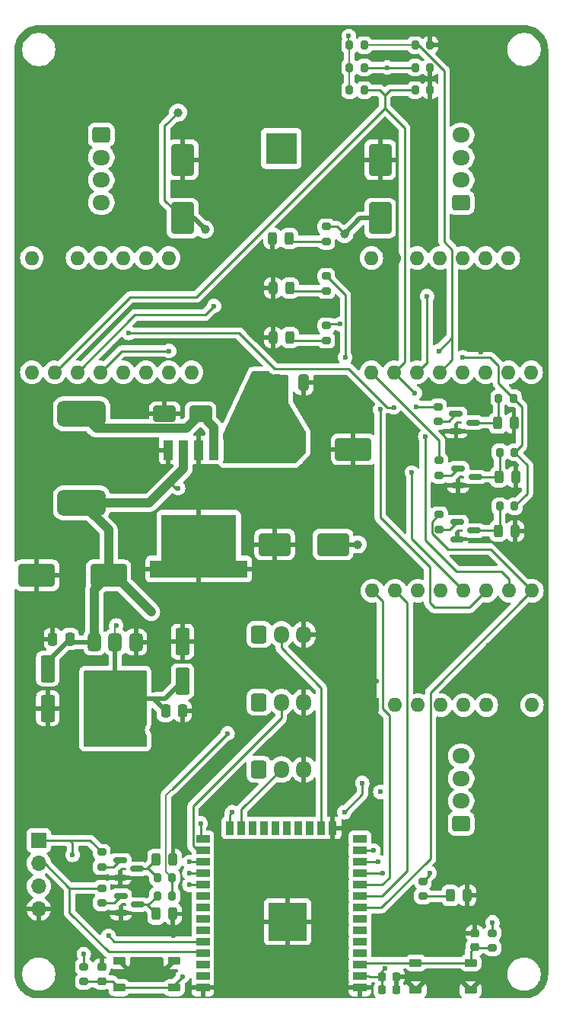
<source format=gtl>
G04 #@! TF.GenerationSoftware,KiCad,Pcbnew,8.0.4*
G04 #@! TF.CreationDate,2025-01-23T14:05:32+11:00*
G04 #@! TF.ProjectId,Rotating_Cube_Shelf_2,526f7461-7469-46e6-975f-437562655f53,rev?*
G04 #@! TF.SameCoordinates,Original*
G04 #@! TF.FileFunction,Copper,L1,Top*
G04 #@! TF.FilePolarity,Positive*
%FSLAX46Y46*%
G04 Gerber Fmt 4.6, Leading zero omitted, Abs format (unit mm)*
G04 Created by KiCad (PCBNEW 8.0.4) date 2025-01-23 14:05:32*
%MOMM*%
%LPD*%
G01*
G04 APERTURE LIST*
G04 Aperture macros list*
%AMRoundRect*
0 Rectangle with rounded corners*
0 $1 Rounding radius*
0 $2 $3 $4 $5 $6 $7 $8 $9 X,Y pos of 4 corners*
0 Add a 4 corners polygon primitive as box body*
4,1,4,$2,$3,$4,$5,$6,$7,$8,$9,$2,$3,0*
0 Add four circle primitives for the rounded corners*
1,1,$1+$1,$2,$3*
1,1,$1+$1,$4,$5*
1,1,$1+$1,$6,$7*
1,1,$1+$1,$8,$9*
0 Add four rect primitives between the rounded corners*
20,1,$1+$1,$2,$3,$4,$5,0*
20,1,$1+$1,$4,$5,$6,$7,0*
20,1,$1+$1,$6,$7,$8,$9,0*
20,1,$1+$1,$8,$9,$2,$3,0*%
%AMFreePoly0*
4,1,21,0.958536,5.403536,0.960000,5.400000,0.960000,-5.400000,0.958536,-5.403536,0.955000,-5.405000,-0.955000,-5.405000,-0.958536,-5.403536,-0.960000,-5.400000,-0.960000,-4.170000,-6.035000,-4.170000,-6.038536,-4.168536,-6.040000,-4.165000,-6.040000,4.165000,-6.038536,4.168536,-6.035000,4.170000,-0.960000,4.170000,-0.960000,5.400000,-0.958536,5.403536,-0.955000,5.405000,0.955000,5.405000,
0.958536,5.403536,0.958536,5.403536,$1*%
G04 Aperture macros list end*
G04 #@! TA.AperFunction,ComponentPad*
%ADD10RoundRect,0.250000X-0.600000X-0.725000X0.600000X-0.725000X0.600000X0.725000X-0.600000X0.725000X0*%
G04 #@! TD*
G04 #@! TA.AperFunction,ComponentPad*
%ADD11O,1.700000X1.950000*%
G04 #@! TD*
G04 #@! TA.AperFunction,ComponentPad*
%ADD12C,1.000000*%
G04 #@! TD*
G04 #@! TA.AperFunction,SMDPad,CuDef*
%ADD13RoundRect,0.200000X0.275000X-0.200000X0.275000X0.200000X-0.275000X0.200000X-0.275000X-0.200000X0*%
G04 #@! TD*
G04 #@! TA.AperFunction,ComponentPad*
%ADD14R,1.600000X1.600000*%
G04 #@! TD*
G04 #@! TA.AperFunction,ComponentPad*
%ADD15O,1.600000X1.600000*%
G04 #@! TD*
G04 #@! TA.AperFunction,SMDPad,CuDef*
%ADD16RoundRect,0.200000X-0.200000X-0.275000X0.200000X-0.275000X0.200000X0.275000X-0.200000X0.275000X0*%
G04 #@! TD*
G04 #@! TA.AperFunction,SMDPad,CuDef*
%ADD17RoundRect,0.150000X-0.587500X-0.150000X0.587500X-0.150000X0.587500X0.150000X-0.587500X0.150000X0*%
G04 #@! TD*
G04 #@! TA.AperFunction,ComponentPad*
%ADD18RoundRect,0.250000X-0.725000X0.600000X-0.725000X-0.600000X0.725000X-0.600000X0.725000X0.600000X0*%
G04 #@! TD*
G04 #@! TA.AperFunction,ComponentPad*
%ADD19O,1.950000X1.700000*%
G04 #@! TD*
G04 #@! TA.AperFunction,SMDPad,CuDef*
%ADD20RoundRect,0.250000X-0.550000X1.250000X-0.550000X-1.250000X0.550000X-1.250000X0.550000X1.250000X0*%
G04 #@! TD*
G04 #@! TA.AperFunction,SMDPad,CuDef*
%ADD21RoundRect,0.250000X1.500000X1.000000X-1.500000X1.000000X-1.500000X-1.000000X1.500000X-1.000000X0*%
G04 #@! TD*
G04 #@! TA.AperFunction,SMDPad,CuDef*
%ADD22RoundRect,0.225000X0.475000X0.225000X-0.475000X0.225000X-0.475000X-0.225000X0.475000X-0.225000X0*%
G04 #@! TD*
G04 #@! TA.AperFunction,SMDPad,CuDef*
%ADD23RoundRect,0.243750X-0.243750X-0.456250X0.243750X-0.456250X0.243750X0.456250X-0.243750X0.456250X0*%
G04 #@! TD*
G04 #@! TA.AperFunction,SMDPad,CuDef*
%ADD24RoundRect,0.243750X0.243750X0.456250X-0.243750X0.456250X-0.243750X-0.456250X0.243750X-0.456250X0*%
G04 #@! TD*
G04 #@! TA.AperFunction,ComponentPad*
%ADD25RoundRect,0.250000X0.725000X-0.600000X0.725000X0.600000X-0.725000X0.600000X-0.725000X-0.600000X0*%
G04 #@! TD*
G04 #@! TA.AperFunction,SMDPad,CuDef*
%ADD26RoundRect,0.225000X0.225000X0.250000X-0.225000X0.250000X-0.225000X-0.250000X0.225000X-0.250000X0*%
G04 #@! TD*
G04 #@! TA.AperFunction,SMDPad,CuDef*
%ADD27RoundRect,0.250000X1.750000X1.000000X-1.750000X1.000000X-1.750000X-1.000000X1.750000X-1.000000X0*%
G04 #@! TD*
G04 #@! TA.AperFunction,ComponentPad*
%ADD28R,3.500000X3.500000*%
G04 #@! TD*
G04 #@! TA.AperFunction,ComponentPad*
%ADD29RoundRect,0.750000X-1.000000X0.750000X-1.000000X-0.750000X1.000000X-0.750000X1.000000X0.750000X0*%
G04 #@! TD*
G04 #@! TA.AperFunction,ComponentPad*
%ADD30RoundRect,0.875000X-0.875000X0.875000X-0.875000X-0.875000X0.875000X-0.875000X0.875000X0.875000X0*%
G04 #@! TD*
G04 #@! TA.AperFunction,SMDPad,CuDef*
%ADD31RoundRect,0.250000X1.000000X0.650000X-1.000000X0.650000X-1.000000X-0.650000X1.000000X-0.650000X0*%
G04 #@! TD*
G04 #@! TA.AperFunction,SMDPad,CuDef*
%ADD32R,1.050000X1.050000*%
G04 #@! TD*
G04 #@! TA.AperFunction,HeatsinkPad*
%ADD33C,0.600000*%
G04 #@! TD*
G04 #@! TA.AperFunction,SMDPad,CuDef*
%ADD34R,4.200000X4.200000*%
G04 #@! TD*
G04 #@! TA.AperFunction,SMDPad,CuDef*
%ADD35R,1.500000X0.900000*%
G04 #@! TD*
G04 #@! TA.AperFunction,SMDPad,CuDef*
%ADD36R,0.900000X1.500000*%
G04 #@! TD*
G04 #@! TA.AperFunction,ComponentPad*
%ADD37R,1.700000X1.700000*%
G04 #@! TD*
G04 #@! TA.AperFunction,ComponentPad*
%ADD38O,1.700000X1.700000*%
G04 #@! TD*
G04 #@! TA.AperFunction,SMDPad,CuDef*
%ADD39RoundRect,0.250000X1.000000X-1.500000X1.000000X1.500000X-1.000000X1.500000X-1.000000X-1.500000X0*%
G04 #@! TD*
G04 #@! TA.AperFunction,SMDPad,CuDef*
%ADD40RoundRect,0.375000X-0.375000X0.625000X-0.375000X-0.625000X0.375000X-0.625000X0.375000X0.625000X0*%
G04 #@! TD*
G04 #@! TA.AperFunction,SMDPad,CuDef*
%ADD41RoundRect,0.500000X-1.400000X0.500000X-1.400000X-0.500000X1.400000X-0.500000X1.400000X0.500000X0*%
G04 #@! TD*
G04 #@! TA.AperFunction,SMDPad,CuDef*
%ADD42RoundRect,0.250000X-0.250000X-0.475000X0.250000X-0.475000X0.250000X0.475000X-0.250000X0.475000X0*%
G04 #@! TD*
G04 #@! TA.AperFunction,SMDPad,CuDef*
%ADD43RoundRect,0.225000X-0.250000X0.225000X-0.250000X-0.225000X0.250000X-0.225000X0.250000X0.225000X0*%
G04 #@! TD*
G04 #@! TA.AperFunction,SMDPad,CuDef*
%ADD44RoundRect,0.200000X-0.275000X0.200000X-0.275000X-0.200000X0.275000X-0.200000X0.275000X0.200000X0*%
G04 #@! TD*
G04 #@! TA.AperFunction,SMDPad,CuDef*
%ADD45RoundRect,0.250000X0.325000X0.650000X-0.325000X0.650000X-0.325000X-0.650000X0.325000X-0.650000X0*%
G04 #@! TD*
G04 #@! TA.AperFunction,SMDPad,CuDef*
%ADD46RoundRect,0.250000X0.250000X0.475000X-0.250000X0.475000X-0.250000X-0.475000X0.250000X-0.475000X0*%
G04 #@! TD*
G04 #@! TA.AperFunction,SMDPad,CuDef*
%ADD47RoundRect,0.225000X-0.475000X-0.225000X0.475000X-0.225000X0.475000X0.225000X-0.475000X0.225000X0*%
G04 #@! TD*
G04 #@! TA.AperFunction,SMDPad,CuDef*
%ADD48RoundRect,0.250000X0.550000X-1.250000X0.550000X1.250000X-0.550000X1.250000X-0.550000X-1.250000X0*%
G04 #@! TD*
G04 #@! TA.AperFunction,SMDPad,CuDef*
%ADD49RoundRect,0.725000X1.975000X0.725000X-1.975000X0.725000X-1.975000X-0.725000X1.975000X-0.725000X0*%
G04 #@! TD*
G04 #@! TA.AperFunction,SMDPad,CuDef*
%ADD50R,1.070000X2.160000*%
G04 #@! TD*
G04 #@! TA.AperFunction,SMDPad,CuDef*
%ADD51FreePoly0,270.000000*%
G04 #@! TD*
G04 #@! TA.AperFunction,SMDPad,CuDef*
%ADD52RoundRect,0.250000X-1.750000X-1.000000X1.750000X-1.000000X1.750000X1.000000X-1.750000X1.000000X0*%
G04 #@! TD*
G04 #@! TA.AperFunction,ViaPad*
%ADD53C,0.600000*%
G04 #@! TD*
G04 #@! TA.AperFunction,ViaPad*
%ADD54C,1.000000*%
G04 #@! TD*
G04 #@! TA.AperFunction,Conductor*
%ADD55C,1.000000*%
G04 #@! TD*
G04 #@! TA.AperFunction,Conductor*
%ADD56C,0.254000*%
G04 #@! TD*
G04 #@! TA.AperFunction,Conductor*
%ADD57C,0.500000*%
G04 #@! TD*
G04 #@! TA.AperFunction,Conductor*
%ADD58C,0.200000*%
G04 #@! TD*
G04 APERTURE END LIST*
D10*
X-2500000Y-18000000D03*
D11*
X0Y-18000000D03*
X2500000Y-18000000D03*
D12*
X-18500000Y-28500000D03*
D13*
X17562500Y-325000D03*
X17562500Y1325000D03*
D14*
X27800000Y23840000D03*
D15*
X25260000Y23840000D03*
X22720000Y23840000D03*
X20180000Y23840000D03*
X17640000Y23840000D03*
X15100000Y23840000D03*
X12560000Y23840000D03*
X10020000Y23840000D03*
X10020000Y11140000D03*
X12560000Y11140000D03*
X15100000Y11140000D03*
X17640000Y11140000D03*
X20180000Y11140000D03*
X22720000Y11140000D03*
X25260000Y11140000D03*
X27800000Y11140000D03*
D12*
X-14500000Y-15500000D03*
D13*
X5000000Y25675000D03*
X5000000Y27325000D03*
X-20000000Y-47825000D03*
X-20000000Y-46175000D03*
D16*
X7575000Y45000000D03*
X9225000Y45000000D03*
D17*
X19562500Y-5500000D03*
X19562500Y-7400000D03*
X21437500Y-6450000D03*
D13*
X5000000Y20175000D03*
X5000000Y21825000D03*
D18*
X-20050000Y37500000D03*
D19*
X-20050000Y35000000D03*
X-20050000Y32500000D03*
X-20050000Y30000000D03*
D16*
X14875000Y47500000D03*
X16525000Y47500000D03*
D20*
X-26000000Y-21800000D03*
X-26000000Y-26200000D03*
D21*
X5750000Y-8000000D03*
X-750000Y-8000000D03*
D22*
X14950000Y-54500000D03*
X21050000Y-54500000D03*
X14950000Y-57500000D03*
X21050000Y-57500000D03*
D23*
X-937500Y20500000D03*
X937500Y20500000D03*
D24*
X26000000Y-6500000D03*
X24125000Y-6500000D03*
D16*
X-13825000Y-45000000D03*
X-12175000Y-45000000D03*
D25*
X20000000Y-39000000D03*
D19*
X20000000Y-36500000D03*
X20000000Y-34000000D03*
X20000000Y-31500000D03*
D26*
X12775000Y-56000000D03*
X11225000Y-56000000D03*
D16*
X14875000Y42500000D03*
X16525000Y42500000D03*
D24*
X-12062500Y-43000000D03*
X-13937500Y-43000000D03*
D27*
X-19225000Y-11425000D03*
X-27225000Y-11425000D03*
D12*
X-11500000Y40000000D03*
D16*
X14875000Y45000000D03*
X16525000Y45000000D03*
D17*
X19687500Y450000D03*
X19687500Y-1450000D03*
X21562500Y-500000D03*
X-17875000Y-47050000D03*
X-17875000Y-48950000D03*
X-16000000Y-48000000D03*
D28*
X0Y36000000D03*
D29*
X0Y42000000D03*
D30*
X-4700000Y39000000D03*
D16*
X24175000Y8250000D03*
X25825000Y8250000D03*
D31*
X-9000000Y6500000D03*
X-13000000Y6500000D03*
D32*
X-845000Y-48385000D03*
D33*
X-845000Y-49147500D03*
D32*
X-845000Y-49910000D03*
D33*
X-845000Y-50672500D03*
D32*
X-845000Y-51435000D03*
D33*
X-82500Y-48385000D03*
X-82500Y-49910000D03*
X-82500Y-51435000D03*
D32*
X680000Y-48385000D03*
D33*
X680000Y-49147500D03*
D34*
X680000Y-49910000D03*
D32*
X680000Y-49910000D03*
D33*
X680000Y-50672500D03*
D32*
X680000Y-51435000D03*
D33*
X1442500Y-48385000D03*
X1442500Y-49910000D03*
X1442500Y-51435000D03*
D32*
X2205000Y-48385000D03*
D33*
X2205000Y-49147500D03*
D32*
X2205000Y-49910000D03*
D33*
X2205000Y-50672500D03*
D32*
X2205000Y-51435000D03*
D35*
X-8750000Y-57250000D03*
X-8750000Y-55980000D03*
X-8750000Y-54710000D03*
X-8750000Y-53440000D03*
X-8750000Y-52170000D03*
X-8750000Y-50900000D03*
X-8750000Y-49630000D03*
X-8750000Y-48360000D03*
X-8750000Y-47090000D03*
X-8750000Y-45820000D03*
X-8750000Y-44550000D03*
X-8750000Y-43280000D03*
X-8750000Y-42010000D03*
X-8750000Y-40740000D03*
D36*
X-5720000Y-39490000D03*
X-4450000Y-39490000D03*
X-3180000Y-39490000D03*
X-1910000Y-39490000D03*
X-640000Y-39490000D03*
X630000Y-39490000D03*
X1900000Y-39490000D03*
X3170000Y-39490000D03*
X4440000Y-39490000D03*
X5710000Y-39490000D03*
D35*
X8750000Y-40740000D03*
X8750000Y-42010000D03*
X8750000Y-43280000D03*
X8750000Y-44550000D03*
X8750000Y-45820000D03*
X8750000Y-47090000D03*
X8750000Y-48360000D03*
X8750000Y-49630000D03*
X8750000Y-50900000D03*
X8750000Y-52170000D03*
X8750000Y-53440000D03*
X8750000Y-54710000D03*
X8750000Y-55980000D03*
X8750000Y-57250000D03*
D24*
X18812500Y-47000000D03*
X20687500Y-47000000D03*
D16*
X7575000Y47500000D03*
X9225000Y47500000D03*
D25*
X20000000Y30000000D03*
D19*
X20000000Y32500000D03*
X20000000Y35000000D03*
X20000000Y37500000D03*
D26*
X12775000Y-57500000D03*
X11225000Y-57500000D03*
D37*
X-27000000Y-40880000D03*
D38*
X-27000000Y-43420000D03*
X-27000000Y-45960000D03*
X-27000000Y-48500000D03*
D16*
X24300000Y2250000D03*
X25950000Y2250000D03*
D39*
X11000000Y28250000D03*
X11000000Y34750000D03*
D13*
X-20000000Y-43825000D03*
X-20000000Y-42175000D03*
D40*
X-16200000Y-18850000D03*
X-18500000Y-18850000D03*
D41*
X-18500000Y-25150000D03*
D40*
X-20800000Y-18850000D03*
D16*
X7575000Y42500000D03*
X9225000Y42500000D03*
D42*
X-25450000Y-18500000D03*
X-23550000Y-18500000D03*
D23*
X-1000000Y26000000D03*
X875000Y26000000D03*
D43*
X-20000000Y-54975000D03*
X-20000000Y-56525000D03*
D44*
X23500000Y-51175000D03*
X23500000Y-52825000D03*
D24*
X-13937500Y-49050000D03*
X-12062500Y-49050000D03*
D10*
X-2500000Y-25525000D03*
D11*
X0Y-25525000D03*
X2500000Y-25525000D03*
D45*
X2475000Y10000000D03*
X-475000Y10000000D03*
D46*
X-11000000Y-26500000D03*
X-12900000Y-26500000D03*
D47*
X-18050000Y-54250000D03*
X-11950000Y-54250000D03*
X-18050000Y-57250000D03*
X-11950000Y-57250000D03*
D17*
X19437500Y6500000D03*
X19437500Y4600000D03*
X21312500Y5550000D03*
X-17937500Y-43100000D03*
X-17937500Y-45000000D03*
X-16062500Y-44050000D03*
D39*
X-11000000Y28250000D03*
X-11000000Y34750000D03*
D24*
X26062500Y-500000D03*
X24187500Y-500000D03*
D13*
X17437500Y5675000D03*
X17437500Y7325000D03*
D10*
X-2500000Y-33000000D03*
D11*
X0Y-33000000D03*
X2500000Y-33000000D03*
D48*
X-11000000Y-23200000D03*
X-11000000Y-18800000D03*
D49*
X-22225000Y6525000D03*
X-22225000Y-3375000D03*
D44*
X-22000000Y-54925000D03*
X-22000000Y-56575000D03*
D13*
X15750000Y-47075000D03*
X15750000Y-45425000D03*
D16*
X-12175000Y-47050000D03*
X-13825000Y-47050000D03*
D13*
X17562500Y-6325000D03*
X17562500Y-4675000D03*
D16*
X24300000Y-3750000D03*
X25950000Y-3750000D03*
D24*
X25937500Y5500000D03*
X24062500Y5500000D03*
D13*
X5000000Y14675000D03*
X5000000Y16325000D03*
D50*
X-5800000Y2500000D03*
X-7500000Y2500000D03*
X-9200000Y2500000D03*
X-10900000Y2500000D03*
X-12600000Y2500000D03*
D51*
X-9200000Y-10715000D03*
D43*
X21500000Y-51225000D03*
X21500000Y-52775000D03*
D52*
X0Y2575000D03*
X8000000Y2575000D03*
D23*
X-937500Y15000000D03*
X937500Y15000000D03*
D14*
X10110000Y-25840000D03*
D15*
X12650000Y-25840000D03*
X15190000Y-25840000D03*
X17730000Y-25840000D03*
X20270000Y-25840000D03*
X22810000Y-25840000D03*
X25350000Y-25840000D03*
X27890000Y-25840000D03*
X27890000Y-13140000D03*
X25350000Y-13140000D03*
X22810000Y-13140000D03*
X20270000Y-13140000D03*
X17730000Y-13140000D03*
X15190000Y-13140000D03*
X12650000Y-13140000D03*
X10110000Y-13140000D03*
D14*
X-10000000Y23840000D03*
D15*
X-12540000Y23840000D03*
X-15080000Y23840000D03*
X-17620000Y23840000D03*
X-20160000Y23840000D03*
X-22700000Y23840000D03*
X-25240000Y23840000D03*
X-27780000Y23840000D03*
X-27780000Y11140000D03*
X-25240000Y11140000D03*
X-22700000Y11140000D03*
X-20160000Y11140000D03*
X-17620000Y11140000D03*
X-15080000Y11140000D03*
X-12540000Y11140000D03*
X-10000000Y11140000D03*
D53*
X-11500000Y-1750000D03*
X-4750000Y12873000D03*
X3500000Y5000000D03*
X-6500000Y7000000D03*
D54*
X-3750000Y5000000D03*
X-2750000Y8750000D03*
X250000Y4750000D03*
X-3750000Y2500000D03*
D53*
X-7500000Y-100000D03*
D54*
X-20500000Y-23000000D03*
X-16500000Y-23000000D03*
D53*
X-9000000Y-39000000D03*
X-11000000Y-56000000D03*
X-14500000Y-55500000D03*
X11000000Y-35500000D03*
X-22000000Y-53500000D03*
X-18500000Y14000000D03*
X13000000Y-9000000D03*
X22500000Y-16500000D03*
X15500000Y-23000000D03*
X15000000Y-56000000D03*
X14000000Y-48000000D03*
X15000000Y-52000000D03*
X19500000Y-50500000D03*
X27500000Y-47000000D03*
X27500000Y-50500000D03*
X11000000Y-32000000D03*
X2000000Y-27500000D03*
X2000000Y-35000000D03*
X-24500000Y-50000000D03*
X-22000000Y-47500000D03*
X-15500000Y-42500000D03*
X-12000000Y-51500000D03*
X-18000000Y-55500000D03*
X-23000000Y-52000000D03*
X-11000000Y-40500000D03*
X-15500000Y-47000000D03*
X-16500000Y-51000000D03*
X-21500000Y-36000000D03*
X-16500000Y-39500000D03*
X-10000000Y-35000000D03*
X-12500000Y-32500000D03*
X-18500000Y-32500000D03*
X-27242696Y-36888774D03*
X-25500000Y-33500000D03*
X11500000Y-55127000D03*
X23500000Y-50000000D03*
X-6250000Y-51750000D03*
X-6250000Y-55500000D03*
X-6250000Y-54250000D03*
X-6250000Y-43000000D03*
X-6250000Y-48000000D03*
X-6250000Y-50500000D03*
X-6250000Y-44250000D03*
X-6250000Y-46750000D03*
X-6250000Y-53000000D03*
X-6250000Y-45500000D03*
X-6250000Y-49250000D03*
X2500000Y-56750000D03*
X0Y-56750000D03*
X-3750000Y-56750000D03*
X1250000Y-56750000D03*
X-2500000Y-56750000D03*
X-6250000Y-56750000D03*
X-1250000Y-56750000D03*
X5000000Y-56750000D03*
X3750000Y-56750000D03*
X-5000000Y-56750000D03*
X6250000Y-56750000D03*
X6250000Y-43000000D03*
X6250000Y-46750000D03*
X6250000Y-49250000D03*
X6250000Y-53000000D03*
X6250000Y-48000000D03*
X6250000Y-51750000D03*
X6250000Y-55500000D03*
X6250000Y-50500000D03*
X6250000Y-44250000D03*
X6250000Y-45500000D03*
X6250000Y-54250000D03*
X6250000Y-41750000D03*
X-6250000Y-41750000D03*
X-3750000Y-41750000D03*
X-5000000Y-41750000D03*
X5000000Y-41750000D03*
X3750000Y-41750000D03*
X2500000Y-41750000D03*
X-2500000Y-41750000D03*
X1250000Y-41750000D03*
X-1250000Y-41750000D03*
X0Y-41750000D03*
X-6000000Y-29000000D03*
X16500000Y-44500000D03*
X7000000Y-37750000D03*
X9000000Y-34500000D03*
X-5500000Y-37750000D03*
X11250000Y-44500000D03*
X10750000Y-43250000D03*
X10250000Y-42000000D03*
X-10250000Y-43280000D03*
X-10250000Y-44500000D03*
X-10250000Y-45820000D03*
X-19250000Y-51500000D03*
X-23250000Y-42500000D03*
D54*
X-8500000Y27000000D03*
X7000000Y26500000D03*
X8500000Y-8000000D03*
D53*
X14600000Y34000000D03*
X4250000Y-11000000D03*
X-14750000Y1500000D03*
D54*
X11000000Y37500000D03*
X-10250000Y-9100000D03*
X-11000000Y37500000D03*
D53*
X-7250000Y12750000D03*
X28000000Y-18500000D03*
D54*
X-8250000Y-5600000D03*
X-10250000Y-10850000D03*
D53*
X20800000Y-9400000D03*
X13500000Y3000000D03*
X26500000Y-35250000D03*
X5600000Y-26707592D03*
X-26750000Y41500000D03*
X-7250000Y10250000D03*
X0Y-11250000D03*
D54*
X-10250000Y-5600000D03*
D53*
X-22750000Y-21250000D03*
X20500000Y8500000D03*
D54*
X-10250000Y-7350000D03*
D53*
X28800000Y2600000D03*
X-27200000Y6000000D03*
X-25750000Y31250000D03*
X-20400000Y-20800000D03*
D54*
X-6250000Y-9100000D03*
D53*
X15394237Y-17585463D03*
X-2500000Y15000000D03*
X5000000Y-5250000D03*
X26000000Y-32800000D03*
X26000000Y31000000D03*
X25500000Y15500000D03*
X7950764Y39835608D03*
X-24000000Y-24000000D03*
X26686035Y-23712403D03*
X-2000000Y-2500000D03*
X-19250000Y41250000D03*
X-27000000Y-15750000D03*
X24200000Y28600000D03*
X-22000000Y16500000D03*
X-16800000Y-20600000D03*
D54*
X-8250000Y-9100000D03*
D53*
X-25600000Y3000000D03*
X456656Y-5027768D03*
X-20800000Y26400000D03*
X23250000Y-23250000D03*
X24200000Y26400000D03*
X-2500000Y25000000D03*
X-21000000Y2750000D03*
X22500000Y45000000D03*
X-11750000Y21250000D03*
X-24500000Y28250000D03*
X-23000000Y-8200000D03*
X-16000000Y39750000D03*
X20000000Y47500000D03*
X-15000000Y18500000D03*
X26250000Y-21750000D03*
D54*
X-6250000Y-7350000D03*
D53*
X-23500000Y-30000000D03*
X18000000Y20250000D03*
X-14400000Y-17400000D03*
X5600000Y-13400000D03*
X-9400000Y-26000000D03*
X26250000Y-37750000D03*
X9000000Y-29000000D03*
X-9250000Y-20500000D03*
X-25000000Y18500000D03*
X-23750000Y-15250000D03*
X-9250000Y8750000D03*
X15000000Y15500000D03*
X2800000Y-20000000D03*
X12500000Y18600000D03*
X-28000000Y-24250000D03*
X26584763Y38822891D03*
X-10200000Y14400000D03*
X-5000000Y30750000D03*
X-27443705Y14061952D03*
D54*
X-12250000Y-10850000D03*
X-8250000Y-10850000D03*
D53*
X-9000000Y4400000D03*
X19500000Y26250000D03*
D54*
X-8250000Y-7350000D03*
D53*
X-25500000Y39000000D03*
X-14400000Y-28600000D03*
X22500000Y-3750000D03*
X-6800000Y-22800000D03*
X5750000Y-21500000D03*
X15400000Y39800000D03*
X23750000Y18250000D03*
X13000000Y-4000000D03*
X13600000Y40200000D03*
X-5000000Y33750000D03*
X-26000000Y36250000D03*
D54*
X-6250000Y-5600000D03*
D53*
X2000000Y-13500000D03*
X11000000Y46500000D03*
X-21500000Y750000D03*
X-27747520Y20391435D03*
D54*
X-6250000Y-10850000D03*
D53*
X0Y-22250000D03*
X20000000Y-3500000D03*
X-1500000Y-13750000D03*
X-9100000Y-2700000D03*
X20250000Y2500000D03*
X8250000Y33500000D03*
X27500000Y-10000000D03*
X3000000Y-1500000D03*
X26000000Y21250000D03*
X12659900Y-1179443D03*
X10000000Y21000000D03*
D54*
X-12250000Y-9100000D03*
D53*
X7750000Y29750000D03*
X22700000Y-7500000D03*
X10562260Y-23187967D03*
X23000000Y-19250000D03*
X20000000Y-23250000D03*
X-27200000Y-19000000D03*
X9750000Y-17000000D03*
X-9750000Y39000000D03*
X-10150000Y-28850000D03*
X27000000Y26500000D03*
X4500000Y9250000D03*
D54*
X-12250000Y-7350000D03*
D53*
X-11700000Y-3000000D03*
X-14750000Y3250000D03*
X26800000Y33600000D03*
X3697351Y38569711D03*
X20750000Y21750000D03*
X-21500000Y20500000D03*
X5800000Y-16800000D03*
D54*
X-12250000Y-5600000D03*
D53*
X8335863Y6511995D03*
X-7750000Y-14500000D03*
X-26750000Y-500000D03*
X28250000Y-16000000D03*
X-4500000Y28750000D03*
X26571199Y-29190946D03*
X11600000Y43400000D03*
X-6300000Y-3000000D03*
X2500000Y27250000D03*
X-22750000Y-11500000D03*
X3500000Y7000000D03*
X22500000Y42500000D03*
X22200000Y13400000D03*
X2500000Y22000000D03*
X22500000Y8250000D03*
X29000000Y-3600000D03*
X19750000Y-41250000D03*
X-7000000Y42000000D03*
X12250000Y31500000D03*
X29200000Y8400000D03*
X5600000Y-30400000D03*
X7250000Y0D03*
X-8700000Y-100000D03*
X-2500000Y20500000D03*
X26500000Y-41000000D03*
X-5000000Y18200000D03*
X-250000Y47000000D03*
X-27250000Y26250000D03*
X17500000Y16250000D03*
X5672150Y42823124D03*
X5203219Y30879836D03*
X27500000Y18750000D03*
X-16009639Y36541769D03*
X-17000000Y8500000D03*
X8659666Y-4926497D03*
X-26800000Y-7000000D03*
X2684634Y16796289D03*
X5418971Y46165091D03*
X-11500000Y-14250000D03*
X10500000Y15500000D03*
X-28000000Y-30000000D03*
X-14200000Y-24200000D03*
X-15200000Y-8000000D03*
X-17600000Y-5800000D03*
X250000Y-29750000D03*
X-18400000Y-17000000D03*
X7500000Y48500000D03*
D54*
X-20500000Y-27500000D03*
D53*
X6500000Y16500000D03*
D54*
X-16500000Y-27500000D03*
D53*
X-17000000Y15500000D03*
X15000000Y7325000D03*
X12500000Y7250000D03*
X-12500000Y13500000D03*
X14500000Y0D03*
X17500000Y13500000D03*
X14850000Y8850000D03*
X16000000Y4000000D03*
X10991051Y6997017D03*
X-7500000Y18500000D03*
X16200000Y19600000D03*
X11800000Y45000000D03*
X7100000Y12800000D03*
X20200000Y12800000D03*
D55*
X-12410000Y-1090000D02*
X-10900000Y420000D01*
X-12760000Y-1440000D02*
X-12410000Y-1090000D01*
D56*
X-12410000Y-1090000D02*
X-11750000Y-1750000D01*
X-11750000Y-1750000D02*
X-11500000Y-1750000D01*
D57*
X-11000000Y-23200000D02*
X-12950000Y-25150000D01*
X-12950000Y-25150000D02*
X-14250000Y-25150000D01*
X-18500000Y-25150000D02*
X-14250000Y-25150000D01*
X-14250000Y-25150000D02*
X-12900000Y-26500000D01*
X-18500000Y-18850000D02*
X-18500000Y-25150000D01*
D56*
X-18500000Y-25150000D02*
X-18500000Y-25200000D01*
X15000000Y7325000D02*
X17437500Y7325000D01*
X14850000Y8850000D02*
X12560000Y11140000D01*
X14500000Y0D02*
X14500000Y-7370000D01*
X14500000Y-7370000D02*
X20270000Y-13140000D01*
X25350000Y-13140000D02*
X25350000Y-11850000D01*
X25350000Y-11850000D02*
X24500000Y-11000000D01*
X24500000Y-11000000D02*
X19500000Y-11000000D01*
X19500000Y-11000000D02*
X16000000Y-7500000D01*
X16000000Y-7500000D02*
X16000000Y4000000D01*
X10991051Y6997017D02*
X10991051Y-4991051D01*
X16500000Y-14500000D02*
X17000000Y-15000000D01*
X10991051Y-4991051D02*
X16500000Y-10500000D01*
X16500000Y-10500000D02*
X16500000Y-14500000D01*
X17000000Y-15000000D02*
X20950000Y-15000000D01*
X20950000Y-15000000D02*
X22810000Y-13140000D01*
X-11950000Y-57250000D02*
X-11950000Y-56950000D01*
X-11950000Y-56950000D02*
X-11000000Y-56000000D01*
X-9000000Y-39000000D02*
X-9000000Y-40490000D01*
X-9000000Y-40490000D02*
X-8750000Y-40740000D01*
X9000000Y-34500000D02*
X9000000Y-35750000D01*
X9000000Y-35750000D02*
X7000000Y-37750000D01*
X-22000000Y-54925000D02*
X-22000000Y-53500000D01*
D58*
X-12175000Y-45000000D02*
X-12850000Y-44325000D01*
X-12850000Y-44325000D02*
X-12850000Y-35850000D01*
X-12850000Y-35850000D02*
X-12175000Y-35175000D01*
D56*
X-12175000Y-47050000D02*
X-12175000Y-45000000D01*
X-13937500Y-43000000D02*
X-14987500Y-44050000D01*
X-14987500Y-44050000D02*
X-16062500Y-44050000D01*
X-16062500Y-44050000D02*
X-14775000Y-44050000D01*
X-14775000Y-44050000D02*
X-13825000Y-45000000D01*
X-13825000Y-47050000D02*
X-14775000Y-48000000D01*
X-14775000Y-48000000D02*
X-16000000Y-48000000D01*
X-16000000Y-48000000D02*
X-14987500Y-48000000D01*
X-14987500Y-48000000D02*
X-13937500Y-49050000D01*
X14950000Y-54500000D02*
X21050000Y-54500000D01*
X11500000Y-55127000D02*
X11225000Y-55402000D01*
X11225000Y-55402000D02*
X11225000Y-56000000D01*
X11225000Y-57500000D02*
X11225000Y-56000000D01*
X23500000Y-51175000D02*
X23500000Y-50000000D01*
X-6000000Y-29000000D02*
X-12175000Y-35175000D01*
X-10250000Y-43280000D02*
X-8750000Y-43280000D01*
X-10250000Y-44500000D02*
X-10200000Y-44550000D01*
X-10200000Y-44550000D02*
X-8750000Y-44550000D01*
X-10250000Y-45820000D02*
X-8750000Y-45820000D01*
X16500000Y-44500000D02*
X16500000Y-44675000D01*
X-5720000Y-39490000D02*
X-5720000Y-37970000D01*
X-5720000Y-37970000D02*
X-5500000Y-37750000D01*
X16500000Y-44675000D02*
X15750000Y-45425000D01*
X8750000Y-47090000D02*
X11160000Y-47090000D01*
X11160000Y-47090000D02*
X14000000Y-44250000D01*
X14000000Y-44250000D02*
X14000000Y-14490000D01*
X14000000Y-14490000D02*
X12650000Y-13140000D01*
X8750000Y-45820000D02*
X11180000Y-45820000D01*
X11237000Y-14267000D02*
X10110000Y-13140000D01*
X11180000Y-45820000D02*
X12000000Y-45000000D01*
X12000000Y-45000000D02*
X12000000Y-27000000D01*
X12000000Y-27000000D02*
X11237000Y-26237000D01*
X11237000Y-26237000D02*
X11237000Y-14267000D01*
X8750000Y-48360000D02*
X11140000Y-48360000D01*
X11140000Y-48360000D02*
X16603000Y-42897000D01*
X16603000Y-42897000D02*
X16603000Y-24427000D01*
X16603000Y-24427000D02*
X27890000Y-13140000D01*
X11200000Y-44550000D02*
X11250000Y-44500000D01*
X8750000Y-44550000D02*
X11200000Y-44550000D01*
X10720000Y-43280000D02*
X10750000Y-43250000D01*
X8750000Y-43280000D02*
X10720000Y-43280000D01*
X10240000Y-42010000D02*
X10250000Y-42000000D01*
X8750000Y-42010000D02*
X10240000Y-42010000D01*
X4440000Y-23940000D02*
X0Y-19500000D01*
X0Y-19500000D02*
X0Y-18000000D01*
X4440000Y-39490000D02*
X4440000Y-23940000D01*
X-4450000Y-39490000D02*
X-4450000Y-37450000D01*
X-4450000Y-37450000D02*
X0Y-33000000D01*
X-9827000Y-41517000D02*
X-9827000Y-37077000D01*
X0Y-27250000D02*
X0Y-25525000D01*
X-9827000Y-37077000D02*
X0Y-27250000D01*
X-9334000Y-42010000D02*
X-9827000Y-41517000D01*
X-8750000Y-42010000D02*
X-9334000Y-42010000D01*
X-19250000Y-51500000D02*
X-18580000Y-52170000D01*
X-18580000Y-52170000D02*
X-8750000Y-52170000D01*
X-23500000Y-40880000D02*
X-23250000Y-41130000D01*
X-23500000Y-40880000D02*
X-27000000Y-40880000D01*
X-23250000Y-41130000D02*
X-23250000Y-42500000D01*
X-21295000Y-40880000D02*
X-23500000Y-40880000D01*
X-20000000Y-42175000D02*
X-21295000Y-40880000D01*
X-23575000Y-46175000D02*
X-23575000Y-48925000D01*
X-23575000Y-48925000D02*
X-19250000Y-53250000D01*
X-19250000Y-53250000D02*
X-8940000Y-53250000D01*
X-8940000Y-53250000D02*
X-8750000Y-53440000D01*
X-27000000Y-43420000D02*
X-26330000Y-43420000D01*
X-26330000Y-43420000D02*
X-23575000Y-46175000D01*
X-23575000Y-46175000D02*
X-20000000Y-46175000D01*
X-20000000Y-43825000D02*
X-18662500Y-43825000D01*
X-18662500Y-43825000D02*
X-17937500Y-43100000D01*
X-20000000Y-47825000D02*
X-18650000Y-47825000D01*
X-18650000Y-47825000D02*
X-17875000Y-47050000D01*
X15750000Y-47075000D02*
X18737500Y-47075000D01*
X18737500Y-47075000D02*
X18812500Y-47000000D01*
X14950000Y-54500000D02*
X8960000Y-54500000D01*
X8960000Y-54500000D02*
X8750000Y-54710000D01*
X23500000Y-52825000D02*
X21550000Y-52825000D01*
X21550000Y-52825000D02*
X21500000Y-52775000D01*
X21050000Y-54500000D02*
X21050000Y-53225000D01*
X21050000Y-53225000D02*
X21500000Y-52775000D01*
X11225000Y-56000000D02*
X9725000Y-56000000D01*
X9725000Y-56000000D02*
X9705000Y-55980000D01*
X9705000Y-55980000D02*
X8750000Y-55980000D01*
X-18050000Y-57250000D02*
X-11950000Y-57250000D01*
X-20000000Y-56525000D02*
X-18775000Y-56525000D01*
X-18775000Y-56525000D02*
X-18050000Y-57250000D01*
X-22000000Y-56575000D02*
X-20050000Y-56575000D01*
X-20050000Y-56575000D02*
X-20000000Y-56525000D01*
X7000000Y26500000D02*
X6175000Y27325000D01*
D57*
X8750000Y28250000D02*
X11000000Y28250000D01*
X5750000Y-8000000D02*
X8500000Y-8000000D01*
X7000000Y26500000D02*
X8750000Y28250000D01*
D56*
X-11000000Y28250000D02*
X-13000000Y30250000D01*
X6175000Y27325000D02*
X5000000Y27325000D01*
X-13000000Y38500000D02*
X-11500000Y40000000D01*
X-13000000Y30250000D02*
X-13000000Y38500000D01*
D57*
X-9750000Y28250000D02*
X-8500000Y27000000D01*
X-11000000Y28250000D02*
X-9750000Y28250000D01*
D58*
X7500000Y47575000D02*
X7575000Y47500000D01*
X-18500000Y-17100000D02*
X-18500000Y-18850000D01*
X7575000Y42500000D02*
X7575000Y45000000D01*
X-18400000Y-17000000D02*
X-18500000Y-17100000D01*
D56*
X5175000Y16500000D02*
X5000000Y16325000D01*
D58*
X7500000Y48500000D02*
X7500000Y47575000D01*
X7575000Y47500000D02*
X7575000Y45000000D01*
D56*
X6500000Y16500000D02*
X5175000Y16500000D01*
X11750000Y7250000D02*
X7500000Y11500000D01*
X-734744Y11500000D02*
X-4734744Y15500000D01*
X12500000Y7250000D02*
X11750000Y7250000D01*
X-4734744Y15500000D02*
X-17000000Y15500000D01*
X7500000Y11500000D02*
X-734744Y11500000D01*
X18106819Y25660181D02*
X19000000Y24767000D01*
X19000000Y15000000D02*
X19000000Y12500000D01*
X19000000Y15000000D02*
X17500000Y13500000D01*
X15250832Y47500000D02*
X14875000Y47500000D01*
D58*
X9225000Y47500000D02*
X14875000Y47500000D01*
D56*
X18106819Y25660181D02*
X18106819Y44644013D01*
X18106819Y44644013D02*
X15250832Y47500000D01*
X19000000Y12500000D02*
X17640000Y11140000D01*
X19000000Y24767000D02*
X19000000Y15000000D01*
X-12500000Y13500000D02*
X-17800000Y13500000D01*
X-17800000Y13500000D02*
X-20160000Y11140000D01*
X13687000Y12267000D02*
X12560000Y11140000D01*
X-16880000Y19500000D02*
X-25240000Y11140000D01*
X9225000Y42500000D02*
X10900000Y42500000D01*
X13687000Y38313000D02*
X13687000Y12267000D01*
X11500000Y40500000D02*
X-9500000Y19500000D01*
X-9500000Y19500000D02*
X-16880000Y19500000D01*
X10900000Y42500000D02*
X11500000Y41900000D01*
X11500000Y40500000D02*
X13687000Y38313000D01*
X11500000Y41900000D02*
X12100000Y42500000D01*
X11500000Y41900000D02*
X11500000Y40500000D01*
X12100000Y42500000D02*
X14875000Y42500000D01*
X16200000Y12294000D02*
X16200000Y19600000D01*
X-7500000Y18500000D02*
X-8500000Y17500000D01*
X-8500000Y17500000D02*
X-16340000Y17500000D01*
X11800000Y45000000D02*
X9225000Y45000000D01*
X-16340000Y17500000D02*
X-22700000Y11140000D01*
X16227000Y12267000D02*
X15100000Y11140000D01*
X11800000Y45000000D02*
X14875000Y45000000D01*
X16227000Y12267000D02*
X16200000Y12294000D01*
X17562500Y1325000D02*
X17562500Y3597500D01*
X17562500Y3597500D02*
X10020000Y11140000D01*
X18511668Y-8500000D02*
X16760500Y-6748832D01*
X16760500Y-5477000D02*
X17562500Y-4675000D01*
X16760500Y-6748832D02*
X16760500Y-5477000D01*
X23250000Y-8500000D02*
X18511668Y-8500000D01*
X27890000Y-13140000D02*
X23250000Y-8500000D01*
D57*
X-26000000Y-21800000D02*
X-26000000Y-20950000D01*
D55*
X-19225000Y-11425000D02*
X-20800000Y-13000000D01*
X-19225000Y-11425000D02*
X-19225000Y-6375000D01*
D56*
X20200000Y12800000D02*
X20227000Y12773000D01*
X7127000Y19698000D02*
X5000000Y21825000D01*
D57*
X-23200000Y-18850000D02*
X-23550000Y-18500000D01*
D55*
X-10900000Y420000D02*
X-10900000Y2500000D01*
D56*
X20227000Y12773000D02*
X23227001Y12773000D01*
X23227001Y12773000D02*
X24133000Y11867001D01*
X24133000Y11867001D02*
X24133000Y9942000D01*
D57*
X-26000000Y-20950000D02*
X-23550000Y-18500000D01*
D55*
X-19225000Y-11425000D02*
X-18575000Y-11425000D01*
D56*
X26752000Y7323000D02*
X26752000Y3052000D01*
D55*
X-19225000Y-6375000D02*
X-22225000Y-3375000D01*
D56*
X7100000Y12800000D02*
X7100000Y13100000D01*
X7100000Y13100000D02*
X7127000Y13127000D01*
D55*
X-18575000Y-11425000D02*
X-14500000Y-15500000D01*
D57*
X-20800000Y-18850000D02*
X-23200000Y-18850000D01*
D56*
X25950000Y2250000D02*
X27373000Y827000D01*
X7127000Y13127000D02*
X7127000Y19698000D01*
X27373000Y827000D02*
X27373000Y-2327000D01*
X27373000Y-2327000D02*
X25950000Y-3750000D01*
D55*
X-22225000Y-3375000D02*
X-14695000Y-3375000D01*
D56*
X26752000Y3052000D02*
X25950000Y2250000D01*
X24133000Y9942000D02*
X25825000Y8250000D01*
X25825000Y8250000D02*
X26752000Y7323000D01*
D55*
X-14695000Y-3375000D02*
X-12760000Y-1440000D01*
X-20800000Y-13000000D02*
X-20800000Y-18850000D01*
X-7500000Y5000000D02*
X-7500000Y2500000D01*
X-10600000Y4900000D02*
X-20600000Y4900000D01*
X-9000000Y6500000D02*
X-7500000Y5000000D01*
X-9000000Y6500000D02*
X-10600000Y4900000D01*
X-20600000Y4900000D02*
X-22225000Y6525000D01*
D56*
X1262500Y14675000D02*
X937500Y15000000D01*
X5000000Y14675000D02*
X1262500Y14675000D01*
X5000000Y20175000D02*
X1262500Y20175000D01*
X1262500Y20175000D02*
X937500Y20500000D01*
X5000000Y25675000D02*
X1200000Y25675000D01*
X1200000Y25675000D02*
X875000Y26000000D01*
X24075000Y-6450000D02*
X24125000Y-6500000D01*
X21437500Y-6450000D02*
X24075000Y-6450000D01*
X24300000Y-6325000D02*
X24125000Y-6500000D01*
X24300000Y-4000000D02*
X24300000Y-6325000D01*
X24300000Y2000000D02*
X24300000Y-387500D01*
X21562500Y-500000D02*
X24187500Y-500000D01*
X24300000Y-387500D02*
X24187500Y-500000D01*
X24012500Y5550000D02*
X24062500Y5500000D01*
X24175000Y5612500D02*
X24062500Y5500000D01*
X24175000Y8000000D02*
X24175000Y5612500D01*
X21312500Y5550000D02*
X24012500Y5550000D01*
X18737500Y-6325000D02*
X19562500Y-5500000D01*
X17562500Y-6325000D02*
X18737500Y-6325000D01*
X18912500Y-325000D02*
X19687500Y450000D01*
X17562500Y-325000D02*
X18912500Y-325000D01*
X18612500Y5675000D02*
X19437500Y6500000D01*
X17437500Y5675000D02*
X18612500Y5675000D01*
G04 #@! TA.AperFunction,Conductor*
G36*
X-13206961Y-53897185D02*
G01*
X-13161206Y-53949989D01*
X-13150000Y-54001500D01*
X-13149999Y-54523307D01*
X-13149998Y-54523323D01*
X-13139855Y-54622607D01*
X-13086547Y-54783481D01*
X-13086542Y-54783492D01*
X-12997575Y-54927728D01*
X-12997572Y-54927732D01*
X-12989429Y-54935876D01*
X-12037681Y-53984128D01*
X-11976358Y-53950643D01*
X-11906666Y-53955627D01*
X-11862319Y-53984128D01*
X-11684128Y-54162319D01*
X-11650643Y-54223642D01*
X-11655627Y-54293334D01*
X-11684128Y-54337681D01*
X-12539667Y-55193220D01*
X-12473315Y-55199999D01*
X-11631439Y-55199999D01*
X-11564400Y-55219683D01*
X-11518645Y-55272487D01*
X-11508701Y-55341646D01*
X-11537726Y-55405202D01*
X-11543758Y-55411680D01*
X-11629816Y-55497738D01*
X-11725789Y-55650478D01*
X-11785368Y-55820745D01*
X-11790313Y-55864635D01*
X-11817378Y-55929048D01*
X-11825852Y-55938433D01*
X-12150600Y-56263181D01*
X-12211923Y-56296666D01*
X-12238280Y-56299500D01*
X-12473336Y-56299500D01*
X-12473355Y-56299501D01*
X-12572707Y-56309650D01*
X-12572710Y-56309651D01*
X-12682705Y-56346100D01*
X-12733697Y-56362997D01*
X-12733699Y-56362998D01*
X-12733705Y-56363001D01*
X-12878040Y-56452029D01*
X-12878044Y-56452032D01*
X-12997968Y-56571956D01*
X-13000701Y-56575412D01*
X-13057723Y-56615788D01*
X-13097966Y-56622500D01*
X-16902034Y-56622500D01*
X-16969073Y-56602815D01*
X-16999299Y-56575412D01*
X-17002031Y-56571956D01*
X-17121955Y-56452032D01*
X-17121959Y-56452029D01*
X-17266294Y-56363001D01*
X-17266305Y-56362996D01*
X-17427290Y-56309651D01*
X-17526647Y-56299500D01*
X-17526655Y-56299500D01*
X-18061718Y-56299500D01*
X-18128757Y-56279815D01*
X-18149399Y-56263181D01*
X-18374989Y-56037591D01*
X-18375358Y-56037343D01*
X-18402937Y-56018917D01*
X-18402938Y-56018915D01*
X-18462680Y-55978997D01*
X-18477767Y-55968917D01*
X-18511215Y-55955062D01*
X-18548024Y-55939815D01*
X-18591964Y-55921614D01*
X-18591972Y-55921612D01*
X-18713192Y-55897500D01*
X-18713197Y-55897500D01*
X-19077034Y-55897500D01*
X-19144073Y-55877815D01*
X-19174299Y-55850412D01*
X-19177032Y-55846955D01*
X-19186663Y-55837324D01*
X-19220146Y-55776000D01*
X-19215159Y-55706308D01*
X-19186660Y-55661965D01*
X-19177427Y-55652732D01*
X-19177424Y-55652728D01*
X-19088457Y-55508492D01*
X-19088452Y-55508481D01*
X-19035144Y-55347606D01*
X-19025000Y-55248322D01*
X-19025000Y-55240593D01*
X-19005315Y-55173554D01*
X-18952511Y-55127799D01*
X-18883353Y-55117855D01*
X-18840058Y-55133549D01*
X-18840032Y-55133493D01*
X-18839398Y-55133788D01*
X-18835899Y-55135057D01*
X-18833487Y-55136544D01*
X-18833481Y-55136547D01*
X-18672606Y-55189855D01*
X-18573316Y-55199999D01*
X-17526691Y-55199999D01*
X-17526678Y-55199998D01*
X-17460331Y-55193219D01*
X-18315871Y-54337680D01*
X-18349356Y-54276357D01*
X-18344372Y-54206665D01*
X-18315871Y-54162318D01*
X-18137681Y-53984128D01*
X-18076358Y-53950643D01*
X-18006666Y-53955627D01*
X-17962319Y-53984128D01*
X-17010571Y-54935876D01*
X-17002427Y-54927732D01*
X-17002424Y-54927728D01*
X-16913457Y-54783492D01*
X-16913452Y-54783481D01*
X-16860144Y-54622606D01*
X-16850000Y-54523322D01*
X-16850000Y-54523309D01*
X-16850001Y-54001500D01*
X-16830317Y-53934461D01*
X-16777513Y-53888706D01*
X-16726001Y-53877500D01*
X-13274000Y-53877500D01*
X-13206961Y-53897185D01*
G37*
G04 #@! TD.AperFunction*
G04 #@! TA.AperFunction,Conductor*
G36*
X-10961976Y-43685511D02*
G01*
X-10912345Y-43730492D01*
X-10879816Y-43782262D01*
X-10860177Y-43801901D01*
X-10859759Y-43802319D01*
X-10826274Y-43863642D01*
X-10831258Y-43933334D01*
X-10859759Y-43977681D01*
X-10879816Y-43997738D01*
X-10932461Y-44081522D01*
X-10970652Y-44142303D01*
X-10975789Y-44150478D01*
X-11024183Y-44288781D01*
X-11035368Y-44320745D01*
X-11035369Y-44320750D01*
X-11055565Y-44499996D01*
X-11055565Y-44506241D01*
X-11075250Y-44573280D01*
X-11117538Y-44609923D01*
X-11069297Y-44631955D01*
X-11033458Y-44684712D01*
X-10975789Y-44849522D01*
X-10879816Y-45002262D01*
X-10843798Y-45038280D01*
X-10809759Y-45072319D01*
X-10776274Y-45133642D01*
X-10781258Y-45203334D01*
X-10809759Y-45247681D01*
X-10879816Y-45317738D01*
X-10975789Y-45470478D01*
X-11002740Y-45547500D01*
X-11035368Y-45640745D01*
X-11035369Y-45640750D01*
X-11055565Y-45819996D01*
X-11055565Y-45820003D01*
X-11038618Y-45970411D01*
X-11035368Y-45999255D01*
X-10975789Y-46169522D01*
X-10879816Y-46322262D01*
X-10752262Y-46449816D01*
X-10599522Y-46545789D01*
X-10429255Y-46605368D01*
X-10429252Y-46605368D01*
X-10429249Y-46605369D01*
X-10250004Y-46625565D01*
X-10250000Y-46625565D01*
X-10249997Y-46625565D01*
X-10138383Y-46612989D01*
X-10069561Y-46625043D01*
X-10018181Y-46672392D01*
X-10000499Y-46736205D01*
X-10000499Y-47587872D01*
X-9994091Y-47647483D01*
X-9981340Y-47681667D01*
X-9976357Y-47751358D01*
X-9981338Y-47768327D01*
X-9994091Y-47802517D01*
X-10000500Y-47862127D01*
X-10000499Y-48857872D01*
X-9994091Y-48917483D01*
X-9981340Y-48951667D01*
X-9976357Y-49021358D01*
X-9981338Y-49038327D01*
X-9994091Y-49072517D01*
X-10000500Y-49132127D01*
X-10000499Y-50127872D01*
X-9994091Y-50187483D01*
X-9981340Y-50221667D01*
X-9976357Y-50291358D01*
X-9981338Y-50308327D01*
X-9994091Y-50342517D01*
X-10000500Y-50402127D01*
X-10000499Y-50918384D01*
X-10000499Y-51397870D01*
X-10000498Y-51397885D01*
X-9999707Y-51405243D01*
X-10012111Y-51474002D01*
X-10059720Y-51525141D01*
X-10122996Y-51542500D01*
X-18268718Y-51542500D01*
X-18335757Y-51522815D01*
X-18356401Y-51506180D01*
X-18424149Y-51438430D01*
X-18457633Y-51377106D01*
X-18459686Y-51364636D01*
X-18464632Y-51320746D01*
X-18524210Y-51150478D01*
X-18620184Y-50997737D01*
X-18747737Y-50870184D01*
X-18900476Y-50774211D01*
X-19070745Y-50714631D01*
X-19070750Y-50714630D01*
X-19249996Y-50694435D01*
X-19250004Y-50694435D01*
X-19429249Y-50714630D01*
X-19429254Y-50714631D01*
X-19599523Y-50774211D01*
X-19752262Y-50870184D01*
X-19879815Y-50997737D01*
X-19975789Y-51150478D01*
X-20036668Y-51324461D01*
X-20077390Y-51381237D01*
X-20142342Y-51406985D01*
X-20210904Y-51393529D01*
X-20241391Y-51371188D01*
X-22412579Y-49200001D01*
X-19109795Y-49200001D01*
X-19109600Y-49202486D01*
X-19063781Y-49360198D01*
X-18980185Y-49501552D01*
X-18980178Y-49501561D01*
X-18864061Y-49617678D01*
X-18864052Y-49617685D01*
X-18722696Y-49701282D01*
X-18722693Y-49701283D01*
X-18564995Y-49747099D01*
X-18564989Y-49747100D01*
X-18528149Y-49749999D01*
X-18528134Y-49750000D01*
X-18125000Y-49750000D01*
X-17625000Y-49750000D01*
X-17221866Y-49750000D01*
X-17221850Y-49749999D01*
X-17185010Y-49747100D01*
X-17185004Y-49747099D01*
X-17027306Y-49701283D01*
X-17027303Y-49701282D01*
X-16885947Y-49617685D01*
X-16885938Y-49617678D01*
X-16769821Y-49501561D01*
X-16769814Y-49501552D01*
X-16686218Y-49360198D01*
X-16640399Y-49202486D01*
X-16640204Y-49200001D01*
X-16640205Y-49200000D01*
X-17625000Y-49200000D01*
X-17625000Y-49750000D01*
X-18125000Y-49750000D01*
X-18125000Y-49200000D01*
X-19109795Y-49200000D01*
X-19109795Y-49200001D01*
X-22412579Y-49200001D01*
X-22911181Y-48701399D01*
X-22944666Y-48640076D01*
X-22947500Y-48613718D01*
X-22947500Y-46926500D01*
X-22927815Y-46859461D01*
X-22875011Y-46813706D01*
X-22823500Y-46802500D01*
X-20889519Y-46802500D01*
X-20822480Y-46822185D01*
X-20801843Y-46838813D01*
X-20728335Y-46912321D01*
X-20694853Y-46973640D01*
X-20699837Y-47043332D01*
X-20728338Y-47087680D01*
X-20830469Y-47189811D01*
X-20830470Y-47189813D01*
X-20830472Y-47189815D01*
X-20918478Y-47335394D01*
X-20969086Y-47497804D01*
X-20975500Y-47568384D01*
X-20975500Y-48081616D01*
X-20969086Y-48152196D01*
X-20918478Y-48314606D01*
X-20830472Y-48460185D01*
X-20710185Y-48580472D01*
X-20564606Y-48668478D01*
X-20402196Y-48719086D01*
X-20331616Y-48725500D01*
X-20331613Y-48725500D01*
X-19668387Y-48725500D01*
X-19668384Y-48725500D01*
X-19597804Y-48719086D01*
X-19435394Y-48668478D01*
X-19297642Y-48585204D01*
X-19230092Y-48567369D01*
X-19163618Y-48588886D01*
X-19119330Y-48642926D01*
X-19110102Y-48699667D01*
X-19109795Y-48700000D01*
X-18125000Y-48700000D01*
X-18125000Y-48238781D01*
X-18105315Y-48171742D01*
X-18088681Y-48151100D01*
X-17824400Y-47886819D01*
X-17763077Y-47853334D01*
X-17736719Y-47850500D01*
X-17362000Y-47850500D01*
X-17294961Y-47870185D01*
X-17249206Y-47922989D01*
X-17238000Y-47974500D01*
X-17238000Y-48026000D01*
X-17257685Y-48093039D01*
X-17310489Y-48138794D01*
X-17362000Y-48150000D01*
X-17625000Y-48150000D01*
X-17625000Y-48700000D01*
X-16969315Y-48700000D01*
X-16906193Y-48717268D01*
X-16847898Y-48751744D01*
X-16731691Y-48785505D01*
X-16690073Y-48797597D01*
X-16690071Y-48797597D01*
X-16690069Y-48797598D01*
X-16653194Y-48800500D01*
X-16653186Y-48800500D01*
X-15346814Y-48800500D01*
X-15346806Y-48800500D01*
X-15309931Y-48797598D01*
X-15309929Y-48797597D01*
X-15309926Y-48797597D01*
X-15200107Y-48765691D01*
X-15130238Y-48765890D01*
X-15077835Y-48797082D01*
X-14961815Y-48913103D01*
X-14928334Y-48974422D01*
X-14925500Y-49000780D01*
X-14925500Y-49555848D01*
X-14915087Y-49657775D01*
X-14860362Y-49822925D01*
X-14769026Y-49971003D01*
X-14646003Y-50094026D01*
X-14497925Y-50185362D01*
X-14332775Y-50240087D01*
X-14230848Y-50250500D01*
X-14230843Y-50250500D01*
X-13644157Y-50250500D01*
X-13644152Y-50250500D01*
X-13542225Y-50240087D01*
X-13377075Y-50185362D01*
X-13377069Y-50185358D01*
X-13377066Y-50185357D01*
X-13229000Y-50094028D01*
X-13228996Y-50094025D01*
X-13105974Y-49971003D01*
X-13105968Y-49970995D01*
X-13105238Y-49969812D01*
X-13104525Y-49969171D01*
X-13101493Y-49965336D01*
X-13100837Y-49965854D01*
X-13053287Y-49923091D01*
X-12984323Y-49911875D01*
X-12920243Y-49939723D01*
X-12898238Y-49965123D01*
X-12898112Y-49965023D01*
X-12895882Y-49967842D01*
X-12894159Y-49969832D01*
X-12893628Y-49970692D01*
X-12770691Y-50093629D01*
X-12622714Y-50184903D01*
X-12622709Y-50184905D01*
X-12457673Y-50239592D01*
X-12355815Y-50249999D01*
X-12355803Y-50250000D01*
X-12312500Y-50250000D01*
X-11812500Y-50250000D01*
X-11769197Y-50250000D01*
X-11769184Y-50249999D01*
X-11667326Y-50239592D01*
X-11502290Y-50184905D01*
X-11502285Y-50184903D01*
X-11354308Y-50093629D01*
X-11231370Y-49970691D01*
X-11140096Y-49822714D01*
X-11140094Y-49822709D01*
X-11085407Y-49657673D01*
X-11075000Y-49555815D01*
X-11075000Y-49300000D01*
X-11812500Y-49300000D01*
X-11812500Y-50250000D01*
X-12312500Y-50250000D01*
X-12312500Y-48924000D01*
X-12292815Y-48856961D01*
X-12240011Y-48811206D01*
X-12188500Y-48800000D01*
X-11075000Y-48800000D01*
X-11075000Y-48544184D01*
X-11085407Y-48442326D01*
X-11140094Y-48277290D01*
X-11140096Y-48277285D01*
X-11231370Y-48129308D01*
X-11354310Y-48006368D01*
X-11413438Y-47969898D01*
X-11460162Y-47917950D01*
X-11471383Y-47848987D01*
X-11443540Y-47784905D01*
X-11436021Y-47776679D01*
X-11419530Y-47760188D01*
X-11331522Y-47614606D01*
X-11283935Y-47461890D01*
X-11280914Y-47452196D01*
X-11280913Y-47452194D01*
X-11280913Y-47452192D01*
X-11274500Y-47381613D01*
X-11274500Y-46718386D01*
X-11280913Y-46647807D01*
X-11331522Y-46485393D01*
X-11419530Y-46339811D01*
X-11419531Y-46339810D01*
X-11511181Y-46248161D01*
X-11544666Y-46186838D01*
X-11547500Y-46160480D01*
X-11547500Y-45889520D01*
X-11527815Y-45822481D01*
X-11511181Y-45801839D01*
X-11419530Y-45710188D01*
X-11402257Y-45681616D01*
X-11331522Y-45564606D01*
X-11280914Y-45402196D01*
X-11280913Y-45402194D01*
X-11280913Y-45402192D01*
X-11274500Y-45331613D01*
X-11274500Y-44725668D01*
X-11254815Y-44658629D01*
X-11212526Y-44621985D01*
X-11260768Y-44599954D01*
X-11297949Y-44543132D01*
X-11319263Y-44474733D01*
X-11331522Y-44435393D01*
X-11419530Y-44289811D01*
X-11436023Y-44273318D01*
X-11469507Y-44211994D01*
X-11464521Y-44142303D01*
X-11422648Y-44086370D01*
X-11413436Y-44080100D01*
X-11354310Y-44043631D01*
X-11231370Y-43920691D01*
X-11140096Y-43772714D01*
X-11140092Y-43772705D01*
X-11135041Y-43757461D01*
X-11095268Y-43700017D01*
X-11030751Y-43673195D01*
X-10961976Y-43685511D01*
G37*
G04 #@! TD.AperFunction*
G04 #@! TA.AperFunction,Conductor*
G36*
X-23934461Y-41527185D02*
G01*
X-23888706Y-41579989D01*
X-23877500Y-41631500D01*
X-23877500Y-41958328D01*
X-23896506Y-42024300D01*
X-23930874Y-42078997D01*
X-23975789Y-42150478D01*
X-24034951Y-42319553D01*
X-24035368Y-42320745D01*
X-24035369Y-42320750D01*
X-24055565Y-42499996D01*
X-24055565Y-42500003D01*
X-24036028Y-42673400D01*
X-24035368Y-42679255D01*
X-23975789Y-42849522D01*
X-23879816Y-43002262D01*
X-23752262Y-43129816D01*
X-23599522Y-43225789D01*
X-23429255Y-43285368D01*
X-23429252Y-43285368D01*
X-23429249Y-43285369D01*
X-23250004Y-43305565D01*
X-23250000Y-43305565D01*
X-23249996Y-43305565D01*
X-23070750Y-43285369D01*
X-23070745Y-43285368D01*
X-22976531Y-43252401D01*
X-22900478Y-43225789D01*
X-22747738Y-43129816D01*
X-22620184Y-43002262D01*
X-22592879Y-42958807D01*
X-22524211Y-42849523D01*
X-22464631Y-42679254D01*
X-22464630Y-42679249D01*
X-22444435Y-42500003D01*
X-22444435Y-42499996D01*
X-22464630Y-42320750D01*
X-22464631Y-42320745D01*
X-22524211Y-42150476D01*
X-22603494Y-42024300D01*
X-22622500Y-41958328D01*
X-22622500Y-41631500D01*
X-22602815Y-41564461D01*
X-22550011Y-41518706D01*
X-22498500Y-41507500D01*
X-21606281Y-41507500D01*
X-21539242Y-41527185D01*
X-21518600Y-41543819D01*
X-21011819Y-42050600D01*
X-20978334Y-42111923D01*
X-20975500Y-42138281D01*
X-20975500Y-42431616D01*
X-20969086Y-42502196D01*
X-20918478Y-42664606D01*
X-20830472Y-42810185D01*
X-20830469Y-42810188D01*
X-20830468Y-42810189D01*
X-20728339Y-42912319D01*
X-20694854Y-42973642D01*
X-20699838Y-43043334D01*
X-20728339Y-43087681D01*
X-20830469Y-43189811D01*
X-20830470Y-43189813D01*
X-20830472Y-43189815D01*
X-20918478Y-43335394D01*
X-20969086Y-43497804D01*
X-20975500Y-43568384D01*
X-20975500Y-44081616D01*
X-20969086Y-44152196D01*
X-20918478Y-44314606D01*
X-20830472Y-44460185D01*
X-20710185Y-44580472D01*
X-20564606Y-44668478D01*
X-20402196Y-44719086D01*
X-20331616Y-44725500D01*
X-20331613Y-44725500D01*
X-19668387Y-44725500D01*
X-19668384Y-44725500D01*
X-19597804Y-44719086D01*
X-19435394Y-44668478D01*
X-19358789Y-44622168D01*
X-19291236Y-44604332D01*
X-19224762Y-44625849D01*
X-19180474Y-44679889D01*
X-19173388Y-44741050D01*
X-19171603Y-44741191D01*
X-19172295Y-44749998D01*
X-19172295Y-44750000D01*
X-18187500Y-44750000D01*
X-18187500Y-44288781D01*
X-18167815Y-44221742D01*
X-18151181Y-44201100D01*
X-17886900Y-43936819D01*
X-17825577Y-43903334D01*
X-17799219Y-43900500D01*
X-17424500Y-43900500D01*
X-17357461Y-43920185D01*
X-17311706Y-43972989D01*
X-17300500Y-44024500D01*
X-17300500Y-44076000D01*
X-17320185Y-44143039D01*
X-17372989Y-44188794D01*
X-17424500Y-44200000D01*
X-17687500Y-44200000D01*
X-17687500Y-44750000D01*
X-17031815Y-44750000D01*
X-16968693Y-44767268D01*
X-16910398Y-44801744D01*
X-16794191Y-44835505D01*
X-16752573Y-44847597D01*
X-16752571Y-44847597D01*
X-16752569Y-44847598D01*
X-16715694Y-44850500D01*
X-16715686Y-44850500D01*
X-15409314Y-44850500D01*
X-15409306Y-44850500D01*
X-15372431Y-44847598D01*
X-15372429Y-44847597D01*
X-15372426Y-44847597D01*
X-15256224Y-44813836D01*
X-15214602Y-44801744D01*
X-15106408Y-44737758D01*
X-15038685Y-44720576D01*
X-14972422Y-44742736D01*
X-14955614Y-44756803D01*
X-14761817Y-44950600D01*
X-14728334Y-45011922D01*
X-14725500Y-45038280D01*
X-14725500Y-45331616D01*
X-14719086Y-45402196D01*
X-14668478Y-45564606D01*
X-14580472Y-45710185D01*
X-14460185Y-45830472D01*
X-14314606Y-45918478D01*
X-14314603Y-45918478D01*
X-14313935Y-45918883D01*
X-14266747Y-45970411D01*
X-14254909Y-46039270D01*
X-14282178Y-46103599D01*
X-14313935Y-46131117D01*
X-14314603Y-46131521D01*
X-14314606Y-46131522D01*
X-14460185Y-46219528D01*
X-14460188Y-46219530D01*
X-14580469Y-46339811D01*
X-14580470Y-46339813D01*
X-14580472Y-46339815D01*
X-14668478Y-46485394D01*
X-14719086Y-46647804D01*
X-14719086Y-46647807D01*
X-14725500Y-46718386D01*
X-14725500Y-47011719D01*
X-14745185Y-47078758D01*
X-14761819Y-47099400D01*
X-14932381Y-47269962D01*
X-14993704Y-47303447D01*
X-15063396Y-47298463D01*
X-15083181Y-47289014D01*
X-15152101Y-47248256D01*
X-15152106Y-47248254D01*
X-15309926Y-47202402D01*
X-15309932Y-47202401D01*
X-15346798Y-47199500D01*
X-15346806Y-47199500D01*
X-16513000Y-47199500D01*
X-16580039Y-47179815D01*
X-16625794Y-47127011D01*
X-16637000Y-47075500D01*
X-16637000Y-46834298D01*
X-16639901Y-46797432D01*
X-16639902Y-46797426D01*
X-16685754Y-46639606D01*
X-16685755Y-46639603D01*
X-16769417Y-46498137D01*
X-16769423Y-46498129D01*
X-16885629Y-46381923D01*
X-16885637Y-46381917D01*
X-17027103Y-46298255D01*
X-17027106Y-46298254D01*
X-17184926Y-46252402D01*
X-17184932Y-46252401D01*
X-17221798Y-46249500D01*
X-17221806Y-46249500D01*
X-18528194Y-46249500D01*
X-18528201Y-46249500D01*
X-18565067Y-46252401D01*
X-18565073Y-46252402D01*
X-18722893Y-46298254D01*
X-18722900Y-46298257D01*
X-18837380Y-46365959D01*
X-18905104Y-46383142D01*
X-18971366Y-46360982D01*
X-19015129Y-46306515D01*
X-19024500Y-46259227D01*
X-19024500Y-45918386D01*
X-19024844Y-45914605D01*
X-19027123Y-45889520D01*
X-19030914Y-45847801D01*
X-19031290Y-45845913D01*
X-19031188Y-45844782D01*
X-19031508Y-45841270D01*
X-19030869Y-45841211D01*
X-19025058Y-45776322D01*
X-18982191Y-45721148D01*
X-18916300Y-45697907D01*
X-18848304Y-45713980D01*
X-18846550Y-45714998D01*
X-18785196Y-45751282D01*
X-18785193Y-45751283D01*
X-18627495Y-45797099D01*
X-18627489Y-45797100D01*
X-18590649Y-45799999D01*
X-18590634Y-45800000D01*
X-18187500Y-45800000D01*
X-17687500Y-45800000D01*
X-17284366Y-45800000D01*
X-17284350Y-45799999D01*
X-17247510Y-45797100D01*
X-17247504Y-45797099D01*
X-17089806Y-45751283D01*
X-17089803Y-45751282D01*
X-16948447Y-45667685D01*
X-16948438Y-45667678D01*
X-16832321Y-45551561D01*
X-16832314Y-45551552D01*
X-16748718Y-45410198D01*
X-16702899Y-45252486D01*
X-16702704Y-45250001D01*
X-16702705Y-45250000D01*
X-17687500Y-45250000D01*
X-17687500Y-45800000D01*
X-18187500Y-45800000D01*
X-18187500Y-45250000D01*
X-19172295Y-45250000D01*
X-19172295Y-45250001D01*
X-19171603Y-45258809D01*
X-19173664Y-45258971D01*
X-19179972Y-45318907D01*
X-19223689Y-45373410D01*
X-19289933Y-45395625D01*
X-19357672Y-45378499D01*
X-19358790Y-45377831D01*
X-19435393Y-45331522D01*
X-19597807Y-45280913D01*
X-19649145Y-45276248D01*
X-19668384Y-45274500D01*
X-20331616Y-45274500D01*
X-20352778Y-45276423D01*
X-20402192Y-45280913D01*
X-20402194Y-45280913D01*
X-20402196Y-45280914D01*
X-20564606Y-45331522D01*
X-20710185Y-45419528D01*
X-20801839Y-45511182D01*
X-20863160Y-45544666D01*
X-20889519Y-45547500D01*
X-23263719Y-45547500D01*
X-23330758Y-45527815D01*
X-23351400Y-45511181D01*
X-25636665Y-43225914D01*
X-25668759Y-43170326D01*
X-25726094Y-42956344D01*
X-25726098Y-42956335D01*
X-25825964Y-42742171D01*
X-25825965Y-42742169D01*
X-25961505Y-42548597D01*
X-26083430Y-42426673D01*
X-26116915Y-42365350D01*
X-26111931Y-42295658D01*
X-26070059Y-42239725D01*
X-26039082Y-42222810D01*
X-25907671Y-42173797D01*
X-25907664Y-42173793D01*
X-25792455Y-42087547D01*
X-25792452Y-42087544D01*
X-25706206Y-41972335D01*
X-25706202Y-41972328D01*
X-25655908Y-41837482D01*
X-25649501Y-41777883D01*
X-25649500Y-41777881D01*
X-25649500Y-41777873D01*
X-25649500Y-41631500D01*
X-25629815Y-41564461D01*
X-25577011Y-41518706D01*
X-25525500Y-41507500D01*
X-24001500Y-41507500D01*
X-23934461Y-41527185D01*
G37*
G04 #@! TD.AperFunction*
G04 #@! TA.AperFunction,Conductor*
G36*
X2750000Y-34452230D02*
G01*
X2816126Y-34441757D01*
X2816129Y-34441757D01*
X3018217Y-34376095D01*
X3207557Y-34279620D01*
X3379459Y-34154727D01*
X3379464Y-34154723D01*
X3529721Y-34004466D01*
X3588181Y-33924003D01*
X3643511Y-33881337D01*
X3713124Y-33875358D01*
X3774920Y-33907963D01*
X3809277Y-33968802D01*
X3812500Y-33996888D01*
X3812500Y-38117003D01*
X3792815Y-38184042D01*
X3740011Y-38229797D01*
X3675250Y-38240293D01*
X3672315Y-38239977D01*
X3667873Y-38239500D01*
X3667871Y-38239500D01*
X2672129Y-38239500D01*
X2672123Y-38239501D01*
X2612518Y-38245908D01*
X2578331Y-38258659D01*
X2508639Y-38263642D01*
X2491669Y-38258659D01*
X2460955Y-38247204D01*
X2457483Y-38245909D01*
X2457482Y-38245908D01*
X2397883Y-38239501D01*
X2397881Y-38239500D01*
X2397873Y-38239500D01*
X2397864Y-38239500D01*
X1402129Y-38239500D01*
X1402123Y-38239501D01*
X1342518Y-38245908D01*
X1308331Y-38258659D01*
X1238639Y-38263642D01*
X1221669Y-38258659D01*
X1190955Y-38247204D01*
X1187483Y-38245909D01*
X1187482Y-38245908D01*
X1127883Y-38239501D01*
X1127881Y-38239500D01*
X1127873Y-38239500D01*
X1127864Y-38239500D01*
X132129Y-38239500D01*
X132123Y-38239501D01*
X72516Y-38245908D01*
X38333Y-38258658D01*
X-31359Y-38263642D01*
X-48329Y-38258659D01*
X-82516Y-38245909D01*
X-82517Y-38245908D01*
X-142116Y-38239501D01*
X-142119Y-38239500D01*
X-142127Y-38239500D01*
X-142134Y-38239500D01*
X-142135Y-38239500D01*
X-1137870Y-38239500D01*
X-1137876Y-38239501D01*
X-1197481Y-38245908D01*
X-1231669Y-38258659D01*
X-1301361Y-38263642D01*
X-1318331Y-38258659D01*
X-1352519Y-38245908D01*
X-1352517Y-38245908D01*
X-1412116Y-38239501D01*
X-1412119Y-38239500D01*
X-1412127Y-38239500D01*
X-1412134Y-38239500D01*
X-1412135Y-38239500D01*
X-2407870Y-38239500D01*
X-2407876Y-38239501D01*
X-2467481Y-38245908D01*
X-2501669Y-38258659D01*
X-2571361Y-38263642D01*
X-2588331Y-38258659D01*
X-2622519Y-38245908D01*
X-2622517Y-38245908D01*
X-2682116Y-38239501D01*
X-2682119Y-38239500D01*
X-2682127Y-38239500D01*
X-2682134Y-38239500D01*
X-2682135Y-38239500D01*
X-3677870Y-38239500D01*
X-3677894Y-38239502D01*
X-3685254Y-38240293D01*
X-3754013Y-38227883D01*
X-3805146Y-38180269D01*
X-3822500Y-38117003D01*
X-3822500Y-37761281D01*
X-3802815Y-37694242D01*
X-3786181Y-37673600D01*
X-550048Y-34437467D01*
X-488725Y-34403982D01*
X-424050Y-34407216D01*
X-316243Y-34442246D01*
X-106287Y-34475500D01*
X-106286Y-34475500D01*
X106286Y-34475500D01*
X106287Y-34475500D01*
X316243Y-34442246D01*
X518412Y-34376557D01*
X707816Y-34280051D01*
X729789Y-34264086D01*
X879786Y-34155109D01*
X879788Y-34155106D01*
X879792Y-34155104D01*
X1030104Y-34004792D01*
X1149991Y-33839779D01*
X1205320Y-33797115D01*
X1274933Y-33791136D01*
X1336729Y-33823741D01*
X1350627Y-33839781D01*
X1470272Y-34004459D01*
X1470276Y-34004464D01*
X1620535Y-34154723D01*
X1620540Y-34154727D01*
X1792442Y-34279620D01*
X1981782Y-34376095D01*
X2183871Y-34441757D01*
X2250000Y-34452231D01*
X2250000Y-33404145D01*
X2316657Y-33442630D01*
X2437465Y-33475000D01*
X2562535Y-33475000D01*
X2683343Y-33442630D01*
X2750000Y-33404145D01*
X2750000Y-34452230D01*
G37*
G04 #@! TD.AperFunction*
G04 #@! TA.AperFunction,Conductor*
G36*
X2750000Y-26977230D02*
G01*
X2816126Y-26966757D01*
X2816129Y-26966757D01*
X3018217Y-26901095D01*
X3207557Y-26804620D01*
X3379459Y-26679727D01*
X3379464Y-26679723D01*
X3529721Y-26529466D01*
X3588181Y-26449003D01*
X3643511Y-26406337D01*
X3713124Y-26400358D01*
X3774920Y-26432963D01*
X3809277Y-26493802D01*
X3812500Y-26521888D01*
X3812500Y-32003111D01*
X3792815Y-32070150D01*
X3740011Y-32115905D01*
X3670853Y-32125849D01*
X3607297Y-32096824D01*
X3588182Y-32075996D01*
X3529727Y-31995540D01*
X3529723Y-31995535D01*
X3379464Y-31845276D01*
X3379459Y-31845272D01*
X3207557Y-31720379D01*
X3018215Y-31623903D01*
X2816124Y-31558241D01*
X2750000Y-31547768D01*
X2750000Y-32595854D01*
X2683343Y-32557370D01*
X2562535Y-32525000D01*
X2437465Y-32525000D01*
X2316657Y-32557370D01*
X2250000Y-32595854D01*
X2250000Y-31547768D01*
X2249999Y-31547768D01*
X2183875Y-31558241D01*
X1981784Y-31623903D01*
X1792442Y-31720379D01*
X1620540Y-31845272D01*
X1620535Y-31845276D01*
X1470276Y-31995535D01*
X1470272Y-31995540D01*
X1350627Y-32160218D01*
X1295297Y-32202884D01*
X1225684Y-32208863D01*
X1163889Y-32176257D01*
X1149991Y-32160218D01*
X1030109Y-31995214D01*
X1030105Y-31995209D01*
X879786Y-31844890D01*
X707820Y-31719951D01*
X518414Y-31623444D01*
X518413Y-31623443D01*
X518412Y-31623443D01*
X316243Y-31557754D01*
X316241Y-31557753D01*
X316240Y-31557753D01*
X154957Y-31532208D01*
X106287Y-31524500D01*
X-106287Y-31524500D01*
X-169644Y-31534534D01*
X-316239Y-31557753D01*
X-316241Y-31557753D01*
X-316243Y-31557754D01*
X-518412Y-31623443D01*
X-518413Y-31623443D01*
X-518414Y-31623444D01*
X-707820Y-31719951D01*
X-879786Y-31844890D01*
X-1018601Y-31983705D01*
X-1079924Y-32017190D01*
X-1149616Y-32012206D01*
X-1205549Y-31970334D01*
X-1211821Y-31961121D01*
X-1307289Y-31806342D01*
X-1431342Y-31682289D01*
X-1580663Y-31590187D01*
X-1580668Y-31590185D01*
X-1664670Y-31562349D01*
X-1747203Y-31535001D01*
X-1747204Y-31535000D01*
X-1849983Y-31524500D01*
X-3087719Y-31524500D01*
X-3154758Y-31504815D01*
X-3200513Y-31452011D01*
X-3210457Y-31382853D01*
X-3181432Y-31319297D01*
X-3175400Y-31312819D01*
X-1364843Y-29502262D01*
X487411Y-27650008D01*
X502450Y-27627500D01*
X556083Y-27547233D01*
X598986Y-27443656D01*
X603386Y-27433034D01*
X627500Y-27311803D01*
X627500Y-27188197D01*
X627500Y-26921961D01*
X647185Y-26854922D01*
X695210Y-26811474D01*
X707804Y-26805057D01*
X707816Y-26805051D01*
X879792Y-26680104D01*
X1030104Y-26529792D01*
X1149991Y-26364779D01*
X1205320Y-26322115D01*
X1274933Y-26316136D01*
X1336729Y-26348741D01*
X1350627Y-26364781D01*
X1470272Y-26529459D01*
X1470276Y-26529464D01*
X1620535Y-26679723D01*
X1620540Y-26679727D01*
X1792442Y-26804620D01*
X1981782Y-26901095D01*
X2183871Y-26966757D01*
X2250000Y-26977231D01*
X2250000Y-25929145D01*
X2316657Y-25967630D01*
X2437465Y-26000000D01*
X2562535Y-26000000D01*
X2683343Y-25967630D01*
X2750000Y-25929145D01*
X2750000Y-26977230D01*
G37*
G04 #@! TD.AperFunction*
G04 #@! TA.AperFunction,Conductor*
G36*
X27003472Y49699305D02*
G01*
X27295296Y49682916D01*
X27309114Y49681359D01*
X27593827Y49632984D01*
X27607384Y49629890D01*
X27884899Y49549939D01*
X27898024Y49545346D01*
X28164834Y49434830D01*
X28177362Y49428797D01*
X28430125Y49289100D01*
X28441899Y49281702D01*
X28677430Y49114584D01*
X28688302Y49105914D01*
X28903642Y48913475D01*
X28913475Y48903642D01*
X29105914Y48688302D01*
X29114584Y48677430D01*
X29281702Y48441899D01*
X29289100Y48430125D01*
X29428797Y48177362D01*
X29434830Y48164834D01*
X29545346Y47898024D01*
X29549939Y47884899D01*
X29629890Y47607384D01*
X29632984Y47593827D01*
X29681359Y47309114D01*
X29682916Y47295296D01*
X29699305Y47003472D01*
X29699500Y46996519D01*
X29699500Y-55746519D01*
X29699305Y-55753472D01*
X29682916Y-56045296D01*
X29681359Y-56059114D01*
X29632984Y-56343827D01*
X29629890Y-56357384D01*
X29549939Y-56634899D01*
X29545346Y-56648024D01*
X29434830Y-56914834D01*
X29428797Y-56927362D01*
X29289100Y-57180125D01*
X29281702Y-57191899D01*
X29114584Y-57427430D01*
X29105914Y-57438302D01*
X28913475Y-57653642D01*
X28903642Y-57663475D01*
X28688302Y-57855914D01*
X28677430Y-57864584D01*
X28441899Y-58031702D01*
X28430125Y-58039100D01*
X28177362Y-58178797D01*
X28164834Y-58184830D01*
X27898024Y-58295346D01*
X27884899Y-58299939D01*
X27607384Y-58379890D01*
X27593827Y-58382984D01*
X27309114Y-58431359D01*
X27295296Y-58432916D01*
X27003472Y-58449305D01*
X26996519Y-58449500D01*
X22125167Y-58449500D01*
X22058128Y-58429815D01*
X22012373Y-58377011D01*
X22002429Y-58307853D01*
X22031454Y-58244297D01*
X22037486Y-58237819D01*
X22097572Y-58177732D01*
X22097575Y-58177728D01*
X22186542Y-58033492D01*
X22186547Y-58033481D01*
X22239855Y-57872606D01*
X22249999Y-57773322D01*
X22249999Y-57226692D01*
X22249998Y-57226676D01*
X22239855Y-57127392D01*
X22186547Y-56966518D01*
X22186542Y-56966507D01*
X22097575Y-56822271D01*
X22097572Y-56822267D01*
X22089429Y-56814124D01*
X21137681Y-57765872D01*
X21076358Y-57799357D01*
X21006666Y-57794373D01*
X20962319Y-57765872D01*
X20010571Y-56814124D01*
X20002427Y-56822267D01*
X20002424Y-56822271D01*
X19913457Y-56966507D01*
X19913452Y-56966518D01*
X19860144Y-57127393D01*
X19850000Y-57226677D01*
X19850000Y-57773307D01*
X19850001Y-57773323D01*
X19860144Y-57872607D01*
X19913452Y-58033481D01*
X19913457Y-58033492D01*
X20002424Y-58177728D01*
X20002427Y-58177732D01*
X20062514Y-58237819D01*
X20095999Y-58299142D01*
X20091015Y-58368834D01*
X20049143Y-58424767D01*
X19983679Y-58449184D01*
X19974833Y-58449500D01*
X16025167Y-58449500D01*
X15958128Y-58429815D01*
X15912373Y-58377011D01*
X15902429Y-58307853D01*
X15931454Y-58244297D01*
X15937486Y-58237819D01*
X15997572Y-58177732D01*
X15997575Y-58177728D01*
X16086542Y-58033492D01*
X16086547Y-58033481D01*
X16139855Y-57872606D01*
X16149999Y-57773322D01*
X16149999Y-57226692D01*
X16149998Y-57226676D01*
X16139855Y-57127392D01*
X16086547Y-56966518D01*
X16086542Y-56966507D01*
X15997575Y-56822271D01*
X15997572Y-56822267D01*
X15989429Y-56814124D01*
X15037681Y-57765872D01*
X14976358Y-57799357D01*
X14906666Y-57794373D01*
X14862319Y-57765872D01*
X13910571Y-56814124D01*
X13902427Y-56822267D01*
X13902426Y-56822268D01*
X13850748Y-56906051D01*
X13798800Y-56952775D01*
X13729837Y-56963996D01*
X13665755Y-56936152D01*
X13639672Y-56906051D01*
X13583570Y-56815098D01*
X13565129Y-56747706D01*
X13583570Y-56684902D01*
X13661544Y-56558488D01*
X13661547Y-56558481D01*
X13662111Y-56556779D01*
X14360331Y-56556779D01*
X14950000Y-57146447D01*
X14950001Y-57146447D01*
X15539667Y-56556779D01*
X20460331Y-56556779D01*
X21050000Y-57146447D01*
X21050001Y-57146447D01*
X21639668Y-56556778D01*
X21573316Y-56550000D01*
X20526692Y-56550000D01*
X20526674Y-56550001D01*
X20460332Y-56556778D01*
X20460331Y-56556779D01*
X15539667Y-56556779D01*
X15539668Y-56556778D01*
X15473316Y-56550000D01*
X14426692Y-56550000D01*
X14426674Y-56550001D01*
X14360332Y-56556778D01*
X14360331Y-56556779D01*
X13662111Y-56556779D01*
X13714855Y-56397606D01*
X13724999Y-56298322D01*
X13725000Y-56298309D01*
X13725000Y-56250000D01*
X13025000Y-56250000D01*
X13025000Y-57626000D01*
X13005315Y-57693039D01*
X12952511Y-57738794D01*
X12901000Y-57750000D01*
X12649000Y-57750000D01*
X12581961Y-57730315D01*
X12536206Y-57677511D01*
X12525000Y-57626000D01*
X12525000Y-55874000D01*
X12544685Y-55806961D01*
X12597489Y-55761206D01*
X12649000Y-55750000D01*
X13724999Y-55750000D01*
X13724999Y-55701692D01*
X13724998Y-55701677D01*
X13717544Y-55628711D01*
X25149500Y-55628711D01*
X25149500Y-55871288D01*
X25181161Y-56111785D01*
X25243947Y-56346104D01*
X25298528Y-56477873D01*
X25336776Y-56570212D01*
X25458064Y-56780289D01*
X25458066Y-56780292D01*
X25458067Y-56780293D01*
X25605733Y-56972736D01*
X25605739Y-56972743D01*
X25777256Y-57144260D01*
X25777263Y-57144266D01*
X25853155Y-57202500D01*
X25969711Y-57291936D01*
X26179788Y-57413224D01*
X26403900Y-57506054D01*
X26638211Y-57568838D01*
X26818586Y-57592584D01*
X26878711Y-57600500D01*
X26878712Y-57600500D01*
X27121289Y-57600500D01*
X27169388Y-57594167D01*
X27361789Y-57568838D01*
X27596100Y-57506054D01*
X27820212Y-57413224D01*
X28030289Y-57291936D01*
X28222738Y-57144265D01*
X28394265Y-56972738D01*
X28541936Y-56780289D01*
X28663224Y-56570212D01*
X28756054Y-56346100D01*
X28818838Y-56111789D01*
X28850500Y-55871288D01*
X28850500Y-55628712D01*
X28818838Y-55388211D01*
X28756054Y-55153900D01*
X28663224Y-54929788D01*
X28541936Y-54719711D01*
X28394265Y-54527262D01*
X28394260Y-54527256D01*
X28222743Y-54355739D01*
X28222736Y-54355733D01*
X28030293Y-54208067D01*
X28030292Y-54208066D01*
X28030289Y-54208064D01*
X27820212Y-54086776D01*
X27820205Y-54086773D01*
X27596104Y-53993947D01*
X27386846Y-53937876D01*
X27361789Y-53931162D01*
X27361788Y-53931161D01*
X27361785Y-53931161D01*
X27121289Y-53899500D01*
X27121288Y-53899500D01*
X26878712Y-53899500D01*
X26878711Y-53899500D01*
X26638214Y-53931161D01*
X26403895Y-53993947D01*
X26179794Y-54086773D01*
X26179785Y-54086777D01*
X25969706Y-54208067D01*
X25777263Y-54355733D01*
X25777256Y-54355739D01*
X25605739Y-54527256D01*
X25605733Y-54527263D01*
X25458067Y-54719706D01*
X25336777Y-54929785D01*
X25336773Y-54929794D01*
X25243947Y-55153895D01*
X25181161Y-55388214D01*
X25149500Y-55628711D01*
X13717544Y-55628711D01*
X13714855Y-55602392D01*
X13661547Y-55441518D01*
X13661542Y-55441507D01*
X13584496Y-55316597D01*
X13566055Y-55249205D01*
X13586977Y-55182541D01*
X13640619Y-55137772D01*
X13690034Y-55127500D01*
X13802034Y-55127500D01*
X13869073Y-55147185D01*
X13899299Y-55174588D01*
X13902031Y-55178043D01*
X14021955Y-55297967D01*
X14021959Y-55297970D01*
X14166294Y-55386998D01*
X14166297Y-55386999D01*
X14166303Y-55387003D01*
X14327292Y-55440349D01*
X14426655Y-55450500D01*
X15473344Y-55450499D01*
X15473352Y-55450498D01*
X15473355Y-55450498D01*
X15527760Y-55444940D01*
X15572708Y-55440349D01*
X15733697Y-55387003D01*
X15878044Y-55297968D01*
X15997968Y-55178044D01*
X15997970Y-55178039D01*
X16000701Y-55174588D01*
X16057723Y-55134212D01*
X16097966Y-55127500D01*
X19902034Y-55127500D01*
X19969073Y-55147185D01*
X19999299Y-55174588D01*
X20002031Y-55178043D01*
X20121955Y-55297967D01*
X20121959Y-55297970D01*
X20266294Y-55386998D01*
X20266297Y-55386999D01*
X20266303Y-55387003D01*
X20427292Y-55440349D01*
X20526655Y-55450500D01*
X21573344Y-55450499D01*
X21573352Y-55450498D01*
X21573355Y-55450498D01*
X21627760Y-55444940D01*
X21672708Y-55440349D01*
X21833697Y-55387003D01*
X21978044Y-55297968D01*
X22097968Y-55178044D01*
X22187003Y-55033697D01*
X22240349Y-54872708D01*
X22250500Y-54773345D01*
X22250499Y-54226656D01*
X22249014Y-54212123D01*
X22240349Y-54127292D01*
X22240348Y-54127289D01*
X22223021Y-54075000D01*
X22187003Y-53966303D01*
X22186999Y-53966297D01*
X22186998Y-53966294D01*
X22097970Y-53821959D01*
X22097967Y-53821955D01*
X22094945Y-53818933D01*
X22093533Y-53816347D01*
X22093490Y-53816293D01*
X22093499Y-53816285D01*
X22061460Y-53757610D01*
X22066444Y-53687918D01*
X22108316Y-53631985D01*
X22117513Y-53625724D01*
X22203044Y-53572968D01*
X22287194Y-53488818D01*
X22348518Y-53455334D01*
X22374875Y-53452500D01*
X22610481Y-53452500D01*
X22677520Y-53472185D01*
X22698157Y-53488814D01*
X22789815Y-53580472D01*
X22935394Y-53668478D01*
X23097804Y-53719086D01*
X23168384Y-53725500D01*
X23168387Y-53725500D01*
X23831613Y-53725500D01*
X23831616Y-53725500D01*
X23902196Y-53719086D01*
X24064606Y-53668478D01*
X24210185Y-53580472D01*
X24330472Y-53460185D01*
X24418478Y-53314606D01*
X24469086Y-53152196D01*
X24475500Y-53081616D01*
X24475500Y-52568384D01*
X24469086Y-52497804D01*
X24418478Y-52335394D01*
X24330472Y-52189815D01*
X24330470Y-52189813D01*
X24330469Y-52189811D01*
X24228339Y-52087681D01*
X24194854Y-52026358D01*
X24199838Y-51956666D01*
X24228339Y-51912319D01*
X24330468Y-51810189D01*
X24330469Y-51810188D01*
X24330472Y-51810185D01*
X24418478Y-51664606D01*
X24469086Y-51502196D01*
X24475500Y-51431616D01*
X24475500Y-50918384D01*
X24469086Y-50847804D01*
X24418478Y-50685394D01*
X24330472Y-50539815D01*
X24330470Y-50539813D01*
X24330469Y-50539811D01*
X24258691Y-50468033D01*
X24225206Y-50406710D01*
X24229331Y-50339399D01*
X24285368Y-50179255D01*
X24285369Y-50179249D01*
X24305565Y-50000003D01*
X24305565Y-49999996D01*
X24285369Y-49820750D01*
X24285368Y-49820745D01*
X24260613Y-49749999D01*
X24225789Y-49650478D01*
X24129816Y-49497738D01*
X24002262Y-49370184D01*
X23986369Y-49360198D01*
X23849523Y-49274211D01*
X23679254Y-49214631D01*
X23679249Y-49214630D01*
X23500004Y-49194435D01*
X23499996Y-49194435D01*
X23320750Y-49214630D01*
X23320745Y-49214631D01*
X23150476Y-49274211D01*
X22997737Y-49370184D01*
X22870184Y-49497737D01*
X22774211Y-49650476D01*
X22714631Y-49820745D01*
X22714630Y-49820750D01*
X22694435Y-49999996D01*
X22694435Y-50000003D01*
X22714630Y-50179249D01*
X22714632Y-50179257D01*
X22770668Y-50339399D01*
X22774229Y-50409178D01*
X22741308Y-50468034D01*
X22669528Y-50539814D01*
X22600571Y-50653881D01*
X22549043Y-50701068D01*
X22480183Y-50712906D01*
X22415855Y-50685636D01*
X22388917Y-50654827D01*
X22322575Y-50547271D01*
X22322572Y-50547267D01*
X22202732Y-50427427D01*
X22202728Y-50427424D01*
X22058492Y-50338457D01*
X22058481Y-50338452D01*
X21897606Y-50285144D01*
X21798322Y-50275000D01*
X21750000Y-50275000D01*
X21750000Y-51351000D01*
X21730315Y-51418039D01*
X21677511Y-51463794D01*
X21626000Y-51475000D01*
X20525001Y-51475000D01*
X20525001Y-51498322D01*
X20535144Y-51597607D01*
X20588452Y-51758481D01*
X20588457Y-51758492D01*
X20677424Y-51902728D01*
X20677427Y-51902732D01*
X20686660Y-51911965D01*
X20720145Y-51973288D01*
X20715161Y-52042980D01*
X20686663Y-52087324D01*
X20677033Y-52096953D01*
X20677029Y-52096959D01*
X20588001Y-52241294D01*
X20587996Y-52241305D01*
X20534651Y-52402290D01*
X20524500Y-52501647D01*
X20524500Y-52844380D01*
X20504815Y-52911419D01*
X20503603Y-52913269D01*
X20493232Y-52928790D01*
X20491584Y-52933396D01*
X20446615Y-53041960D01*
X20446612Y-53041972D01*
X20425580Y-53147706D01*
X20425581Y-53147707D01*
X20422500Y-53163197D01*
X20422500Y-53471697D01*
X20402815Y-53538736D01*
X20350011Y-53584491D01*
X20337508Y-53589401D01*
X20310144Y-53598469D01*
X20266302Y-53612997D01*
X20266297Y-53612999D01*
X20121956Y-53702031D01*
X20002031Y-53821956D01*
X19999299Y-53825412D01*
X19942277Y-53865788D01*
X19902034Y-53872500D01*
X16097966Y-53872500D01*
X16030927Y-53852815D01*
X16000701Y-53825412D01*
X15997968Y-53821956D01*
X15878044Y-53702032D01*
X15878040Y-53702029D01*
X15733705Y-53613001D01*
X15733699Y-53612998D01*
X15733697Y-53612997D01*
X15733694Y-53612996D01*
X15572709Y-53559651D01*
X15473346Y-53549500D01*
X14426662Y-53549500D01*
X14426644Y-53549501D01*
X14327292Y-53559650D01*
X14327289Y-53559651D01*
X14166305Y-53612996D01*
X14166294Y-53613001D01*
X14021959Y-53702029D01*
X14021955Y-53702032D01*
X13902031Y-53821956D01*
X13899299Y-53825412D01*
X13842277Y-53865788D01*
X13802034Y-53872500D01*
X10124500Y-53872500D01*
X10057461Y-53852815D01*
X10011706Y-53800011D01*
X10000500Y-53748500D01*
X10000499Y-52942129D01*
X10000498Y-52942123D01*
X10000497Y-52942116D01*
X9994091Y-52882517D01*
X9981340Y-52848332D01*
X9976357Y-52778642D01*
X9981340Y-52761669D01*
X9994091Y-52727483D01*
X10000500Y-52667873D01*
X10000499Y-51672128D01*
X9994091Y-51612517D01*
X9981340Y-51578332D01*
X9976357Y-51508642D01*
X9981340Y-51491669D01*
X9994091Y-51457483D01*
X10000500Y-51397873D01*
X10000500Y-50951677D01*
X20525000Y-50951677D01*
X20525000Y-50975000D01*
X21250000Y-50975000D01*
X21250000Y-50275000D01*
X21249999Y-50274999D01*
X21201693Y-50275000D01*
X21201675Y-50275001D01*
X21102392Y-50285144D01*
X20941518Y-50338452D01*
X20941507Y-50338457D01*
X20797271Y-50427424D01*
X20797267Y-50427427D01*
X20677427Y-50547267D01*
X20677424Y-50547271D01*
X20588457Y-50691507D01*
X20588452Y-50691518D01*
X20535144Y-50852393D01*
X20525000Y-50951677D01*
X10000500Y-50951677D01*
X10000499Y-50402128D01*
X9994091Y-50342517D01*
X9981340Y-50308332D01*
X9976357Y-50238642D01*
X9981340Y-50221669D01*
X9994091Y-50187483D01*
X10000500Y-50127873D01*
X10000499Y-49132128D01*
X10000498Y-49132126D01*
X10000498Y-49132114D01*
X9999707Y-49124757D01*
X10012111Y-49055998D01*
X10059720Y-49004859D01*
X10122996Y-48987500D01*
X11201804Y-48987500D01*
X11201805Y-48987499D01*
X11323035Y-48963386D01*
X11403784Y-48929937D01*
X11437233Y-48916083D01*
X11540008Y-48847411D01*
X11627411Y-48760008D01*
X14601260Y-45786158D01*
X14662581Y-45752675D01*
X14732273Y-45757659D01*
X14788206Y-45799531D01*
X14807323Y-45836949D01*
X14831522Y-45914606D01*
X14919528Y-46060185D01*
X14919530Y-46060188D01*
X15021661Y-46162319D01*
X15055146Y-46223642D01*
X15050162Y-46293334D01*
X15021661Y-46337681D01*
X14919531Y-46439810D01*
X14919530Y-46439811D01*
X14831522Y-46585393D01*
X14780913Y-46747807D01*
X14776404Y-46797431D01*
X14774500Y-46818384D01*
X14774500Y-47331616D01*
X14775268Y-47340067D01*
X14780913Y-47402192D01*
X14780913Y-47402194D01*
X14780914Y-47402196D01*
X14831522Y-47564606D01*
X14916595Y-47705334D01*
X14919530Y-47710188D01*
X15039811Y-47830469D01*
X15039813Y-47830470D01*
X15039815Y-47830472D01*
X15185394Y-47918478D01*
X15347804Y-47969086D01*
X15418384Y-47975500D01*
X15418387Y-47975500D01*
X16081613Y-47975500D01*
X16081616Y-47975500D01*
X16152196Y-47969086D01*
X16314606Y-47918478D01*
X16460185Y-47830472D01*
X16551839Y-47738817D01*
X16613160Y-47705334D01*
X16639519Y-47702500D01*
X17777801Y-47702500D01*
X17844840Y-47722185D01*
X17884513Y-47767600D01*
X17885846Y-47766778D01*
X17980971Y-47920999D01*
X17980974Y-47921003D01*
X18103996Y-48044025D01*
X18104000Y-48044028D01*
X18252066Y-48135357D01*
X18252069Y-48135358D01*
X18252075Y-48135362D01*
X18417225Y-48190087D01*
X18519152Y-48200500D01*
X18519157Y-48200500D01*
X19105843Y-48200500D01*
X19105848Y-48200500D01*
X19207775Y-48190087D01*
X19372925Y-48135362D01*
X19521003Y-48044026D01*
X19644026Y-47921003D01*
X19644755Y-47919821D01*
X19645466Y-47919181D01*
X19648507Y-47915336D01*
X19649163Y-47915855D01*
X19696701Y-47873097D01*
X19765664Y-47861873D01*
X19829746Y-47889715D01*
X19851761Y-47915123D01*
X19851888Y-47915023D01*
X19854113Y-47917838D01*
X19855833Y-47919822D01*
X19856365Y-47920685D01*
X19856369Y-47920690D01*
X19979308Y-48043629D01*
X20127285Y-48134903D01*
X20127290Y-48134905D01*
X20292326Y-48189592D01*
X20394184Y-48199999D01*
X20394197Y-48200000D01*
X20437500Y-48200000D01*
X20937500Y-48200000D01*
X20980803Y-48200000D01*
X20980815Y-48199999D01*
X21082673Y-48189592D01*
X21247709Y-48134905D01*
X21247714Y-48134903D01*
X21395691Y-48043629D01*
X21518629Y-47920691D01*
X21609903Y-47772714D01*
X21609905Y-47772709D01*
X21664592Y-47607673D01*
X21674999Y-47505815D01*
X21675000Y-47505802D01*
X21675000Y-47250000D01*
X20937500Y-47250000D01*
X20937500Y-48200000D01*
X20437500Y-48200000D01*
X20437500Y-46750000D01*
X20937500Y-46750000D01*
X21675000Y-46750000D01*
X21675000Y-46494197D01*
X21674999Y-46494184D01*
X21664592Y-46392326D01*
X21609905Y-46227290D01*
X21609903Y-46227285D01*
X21518629Y-46079308D01*
X21395691Y-45956370D01*
X21247714Y-45865096D01*
X21247709Y-45865094D01*
X21082673Y-45810407D01*
X20980815Y-45800000D01*
X20937500Y-45800000D01*
X20937500Y-46750000D01*
X20437500Y-46750000D01*
X20437500Y-45800000D01*
X20394184Y-45800000D01*
X20292326Y-45810407D01*
X20127290Y-45865094D01*
X20127285Y-45865096D01*
X19979308Y-45956370D01*
X19856369Y-46079309D01*
X19856364Y-46079315D01*
X19855829Y-46080184D01*
X19855306Y-46080654D01*
X19851888Y-46084977D01*
X19851149Y-46084392D01*
X19803879Y-46126906D01*
X19734916Y-46138125D01*
X19670835Y-46110278D01*
X19648586Y-46084601D01*
X19648507Y-46084664D01*
X19647111Y-46082898D01*
X19644758Y-46080183D01*
X19644028Y-46078999D01*
X19521003Y-45955974D01*
X19520999Y-45955971D01*
X19372933Y-45864642D01*
X19372927Y-45864639D01*
X19372925Y-45864638D01*
X19322114Y-45847801D01*
X19207776Y-45809913D01*
X19105855Y-45799500D01*
X19105848Y-45799500D01*
X18519152Y-45799500D01*
X18519144Y-45799500D01*
X18417223Y-45809913D01*
X18252077Y-45864637D01*
X18252066Y-45864642D01*
X18104000Y-45955971D01*
X18103996Y-45955974D01*
X17980974Y-46078996D01*
X17980971Y-46079000D01*
X17889642Y-46227066D01*
X17889637Y-46227077D01*
X17844761Y-46362504D01*
X17804988Y-46419949D01*
X17740472Y-46446772D01*
X17727055Y-46447500D01*
X16639519Y-46447500D01*
X16572480Y-46427815D01*
X16551838Y-46411181D01*
X16478338Y-46337681D01*
X16444853Y-46276358D01*
X16449837Y-46206666D01*
X16478336Y-46162320D01*
X16580472Y-46060185D01*
X16668478Y-45914606D01*
X16719086Y-45752196D01*
X16725500Y-45681616D01*
X16725500Y-45388281D01*
X16745185Y-45321242D01*
X16761818Y-45300601D01*
X16809755Y-45252663D01*
X16843642Y-45228619D01*
X16849502Y-45225795D01*
X16849522Y-45225789D01*
X17002262Y-45129816D01*
X17129816Y-45002262D01*
X17225789Y-44849522D01*
X17285368Y-44679255D01*
X17285433Y-44678682D01*
X17305565Y-44500003D01*
X17305565Y-44499996D01*
X17285369Y-44320750D01*
X17285368Y-44320745D01*
X17274183Y-44288781D01*
X17225789Y-44150478D01*
X17220652Y-44142303D01*
X17182461Y-44081522D01*
X17129816Y-43997738D01*
X17002262Y-43870184D01*
X16849515Y-43774206D01*
X16847471Y-43773222D01*
X16846378Y-43772235D01*
X16843626Y-43770506D01*
X16843928Y-43770023D01*
X16795613Y-43726398D01*
X16777302Y-43658971D01*
X16798352Y-43592347D01*
X16813588Y-43573829D01*
X17090411Y-43297008D01*
X17098189Y-43285368D01*
X17109181Y-43268918D01*
X17159081Y-43194236D01*
X17159081Y-43194235D01*
X17159083Y-43194233D01*
X17188685Y-43122767D01*
X17206386Y-43080034D01*
X17230500Y-42958803D01*
X17230500Y-42835197D01*
X17230500Y-31393713D01*
X18524500Y-31393713D01*
X18524500Y-31606287D01*
X18527290Y-31623903D01*
X18556185Y-31806342D01*
X18557754Y-31816243D01*
X18618471Y-32003111D01*
X18623444Y-32018414D01*
X18719951Y-32207820D01*
X18844890Y-32379786D01*
X18995209Y-32530105D01*
X18995214Y-32530109D01*
X19159793Y-32649682D01*
X19202459Y-32705011D01*
X19208438Y-32774625D01*
X19175833Y-32836420D01*
X19159793Y-32850318D01*
X18995214Y-32969890D01*
X18995209Y-32969894D01*
X18844890Y-33120213D01*
X18719951Y-33292179D01*
X18623444Y-33481585D01*
X18557753Y-33683760D01*
X18524500Y-33893713D01*
X18524500Y-34106286D01*
X18552021Y-34280051D01*
X18557754Y-34316243D01*
X18617459Y-34499996D01*
X18623444Y-34518414D01*
X18719951Y-34707820D01*
X18844890Y-34879786D01*
X18995209Y-35030105D01*
X18995214Y-35030109D01*
X19159793Y-35149682D01*
X19202459Y-35205011D01*
X19208438Y-35274625D01*
X19175833Y-35336420D01*
X19159793Y-35350318D01*
X18995214Y-35469890D01*
X18995209Y-35469894D01*
X18844890Y-35620213D01*
X18719951Y-35792179D01*
X18623444Y-35981585D01*
X18557753Y-36183760D01*
X18524500Y-36393713D01*
X18524500Y-36606286D01*
X18551976Y-36779767D01*
X18557754Y-36816243D01*
X18622398Y-37015197D01*
X18623444Y-37018414D01*
X18719951Y-37207820D01*
X18844890Y-37379786D01*
X18983705Y-37518601D01*
X19017190Y-37579924D01*
X19012206Y-37649616D01*
X18970334Y-37705549D01*
X18961121Y-37711821D01*
X18806342Y-37807289D01*
X18682289Y-37931342D01*
X18590187Y-38080663D01*
X18590185Y-38080668D01*
X18583937Y-38099523D01*
X18535001Y-38247203D01*
X18535001Y-38247204D01*
X18535000Y-38247204D01*
X18524500Y-38349983D01*
X18524500Y-39650001D01*
X18524501Y-39650018D01*
X18535000Y-39752796D01*
X18535001Y-39752799D01*
X18590185Y-39919331D01*
X18590187Y-39919336D01*
X18592149Y-39922517D01*
X18682288Y-40068656D01*
X18806344Y-40192712D01*
X18955666Y-40284814D01*
X19122203Y-40339999D01*
X19224991Y-40350500D01*
X20775008Y-40350499D01*
X20877797Y-40339999D01*
X21044334Y-40284814D01*
X21193656Y-40192712D01*
X21317712Y-40068656D01*
X21409814Y-39919334D01*
X21464999Y-39752797D01*
X21475500Y-39650009D01*
X21475499Y-38349992D01*
X21469461Y-38290888D01*
X21464999Y-38247203D01*
X21464998Y-38247200D01*
X21442819Y-38180269D01*
X21409814Y-38080666D01*
X21317712Y-37931344D01*
X21193656Y-37807288D01*
X21044334Y-37715186D01*
X21044333Y-37715185D01*
X21038878Y-37711821D01*
X20992154Y-37659873D01*
X20980931Y-37590910D01*
X21008775Y-37526828D01*
X21016272Y-37518623D01*
X21155104Y-37379792D01*
X21280051Y-37207816D01*
X21376557Y-37018412D01*
X21442246Y-36816243D01*
X21475500Y-36606287D01*
X21475500Y-36393713D01*
X21442246Y-36183757D01*
X21376557Y-35981588D01*
X21280051Y-35792184D01*
X21280049Y-35792181D01*
X21280048Y-35792179D01*
X21155109Y-35620213D01*
X21004792Y-35469896D01*
X20961879Y-35438718D01*
X20840204Y-35350316D01*
X20797540Y-35294989D01*
X20791561Y-35225376D01*
X20824166Y-35163580D01*
X20840199Y-35149686D01*
X21004792Y-35030104D01*
X21155104Y-34879792D01*
X21155106Y-34879788D01*
X21155109Y-34879786D01*
X21280048Y-34707820D01*
X21280047Y-34707820D01*
X21280051Y-34707816D01*
X21376557Y-34518412D01*
X21442246Y-34316243D01*
X21475500Y-34106287D01*
X21475500Y-33893713D01*
X21442246Y-33683757D01*
X21376557Y-33481588D01*
X21280051Y-33292184D01*
X21280049Y-33292181D01*
X21280048Y-33292179D01*
X21155109Y-33120213D01*
X21004792Y-32969896D01*
X20960154Y-32937465D01*
X20840204Y-32850316D01*
X20797540Y-32794989D01*
X20791561Y-32725376D01*
X20824166Y-32663580D01*
X20840199Y-32649686D01*
X21004792Y-32530104D01*
X21155104Y-32379792D01*
X21155106Y-32379788D01*
X21155109Y-32379786D01*
X21280048Y-32207820D01*
X21280047Y-32207820D01*
X21280051Y-32207816D01*
X21376557Y-32018412D01*
X21442246Y-31816243D01*
X21475500Y-31606287D01*
X21475500Y-31393713D01*
X21442246Y-31183757D01*
X21376557Y-30981588D01*
X21280051Y-30792184D01*
X21280049Y-30792181D01*
X21280048Y-30792179D01*
X21155109Y-30620213D01*
X21004786Y-30469890D01*
X20832820Y-30344951D01*
X20643414Y-30248444D01*
X20643413Y-30248443D01*
X20643412Y-30248443D01*
X20441243Y-30182754D01*
X20441241Y-30182753D01*
X20441240Y-30182753D01*
X20279957Y-30157208D01*
X20231287Y-30149500D01*
X19768713Y-30149500D01*
X19720042Y-30157208D01*
X19558760Y-30182753D01*
X19356585Y-30248444D01*
X19167179Y-30344951D01*
X18995213Y-30469890D01*
X18844890Y-30620213D01*
X18719951Y-30792179D01*
X18623444Y-30981585D01*
X18623443Y-30981587D01*
X18623443Y-30981588D01*
X18590598Y-31082672D01*
X18557753Y-31183760D01*
X18537312Y-31312819D01*
X18524500Y-31393713D01*
X17230500Y-31393713D01*
X17230500Y-27214136D01*
X17250185Y-27147097D01*
X17302989Y-27101342D01*
X17372147Y-27091398D01*
X17386582Y-27094358D01*
X17503308Y-27125635D01*
X17639303Y-27137533D01*
X17729998Y-27145468D01*
X17730000Y-27145468D01*
X17730002Y-27145468D01*
X17786673Y-27140509D01*
X17956692Y-27125635D01*
X18176496Y-27066739D01*
X18382734Y-26970568D01*
X18569139Y-26840047D01*
X18730047Y-26679139D01*
X18860568Y-26492734D01*
X18887618Y-26434724D01*
X18933790Y-26382285D01*
X19000983Y-26363133D01*
X19067865Y-26383348D01*
X19112382Y-26434725D01*
X19139429Y-26492728D01*
X19139432Y-26492734D01*
X19269954Y-26679141D01*
X19430858Y-26840045D01*
X19430861Y-26840047D01*
X19617266Y-26970568D01*
X19823504Y-27066739D01*
X20043308Y-27125635D01*
X20179303Y-27137533D01*
X20269998Y-27145468D01*
X20270000Y-27145468D01*
X20270002Y-27145468D01*
X20326673Y-27140509D01*
X20496692Y-27125635D01*
X20716496Y-27066739D01*
X20922734Y-26970568D01*
X21109139Y-26840047D01*
X21270047Y-26679139D01*
X21400568Y-26492734D01*
X21427618Y-26434724D01*
X21473790Y-26382285D01*
X21540983Y-26363133D01*
X21607865Y-26383348D01*
X21652382Y-26434725D01*
X21679429Y-26492728D01*
X21679432Y-26492734D01*
X21809954Y-26679141D01*
X21970858Y-26840045D01*
X21970861Y-26840047D01*
X22157266Y-26970568D01*
X22363504Y-27066739D01*
X22583308Y-27125635D01*
X22719303Y-27137533D01*
X22809998Y-27145468D01*
X22810000Y-27145468D01*
X22810002Y-27145468D01*
X22866673Y-27140509D01*
X23036692Y-27125635D01*
X23256496Y-27066739D01*
X23462734Y-26970568D01*
X23649139Y-26840047D01*
X23810047Y-26679139D01*
X23940568Y-26492734D01*
X24036739Y-26286496D01*
X24095635Y-26066692D01*
X24115468Y-25840000D01*
X24115468Y-25839998D01*
X26584532Y-25839998D01*
X26584532Y-25840001D01*
X26604364Y-26066686D01*
X26604366Y-26066697D01*
X26663258Y-26286488D01*
X26663261Y-26286497D01*
X26759431Y-26492732D01*
X26759432Y-26492734D01*
X26889954Y-26679141D01*
X27050858Y-26840045D01*
X27050861Y-26840047D01*
X27237266Y-26970568D01*
X27443504Y-27066739D01*
X27663308Y-27125635D01*
X27799303Y-27137533D01*
X27889998Y-27145468D01*
X27890000Y-27145468D01*
X27890002Y-27145468D01*
X27946673Y-27140509D01*
X28116692Y-27125635D01*
X28336496Y-27066739D01*
X28542734Y-26970568D01*
X28729139Y-26840047D01*
X28890047Y-26679139D01*
X29020568Y-26492734D01*
X29116739Y-26286496D01*
X29175635Y-26066692D01*
X29195468Y-25840000D01*
X29175635Y-25613308D01*
X29116739Y-25393504D01*
X29020568Y-25187266D01*
X28890047Y-25000861D01*
X28890045Y-25000858D01*
X28729141Y-24839954D01*
X28542734Y-24709432D01*
X28542732Y-24709431D01*
X28336497Y-24613261D01*
X28336488Y-24613258D01*
X28116697Y-24554366D01*
X28116693Y-24554365D01*
X28116692Y-24554365D01*
X28116691Y-24554364D01*
X28116686Y-24554364D01*
X27890002Y-24534532D01*
X27889998Y-24534532D01*
X27663313Y-24554364D01*
X27663302Y-24554366D01*
X27443511Y-24613258D01*
X27443502Y-24613261D01*
X27237267Y-24709431D01*
X27237265Y-24709432D01*
X27050858Y-24839954D01*
X26889954Y-25000858D01*
X26759432Y-25187265D01*
X26759431Y-25187267D01*
X26663261Y-25393502D01*
X26663258Y-25393511D01*
X26604366Y-25613302D01*
X26604364Y-25613313D01*
X26584532Y-25839998D01*
X24115468Y-25839998D01*
X24095635Y-25613308D01*
X24036739Y-25393504D01*
X23940568Y-25187266D01*
X23810047Y-25000861D01*
X23810045Y-25000858D01*
X23649141Y-24839954D01*
X23462734Y-24709432D01*
X23462732Y-24709431D01*
X23256497Y-24613261D01*
X23256488Y-24613258D01*
X23036697Y-24554366D01*
X23036693Y-24554365D01*
X23036692Y-24554365D01*
X23036691Y-24554364D01*
X23036686Y-24554364D01*
X22810002Y-24534532D01*
X22809998Y-24534532D01*
X22583313Y-24554364D01*
X22583302Y-24554366D01*
X22363511Y-24613258D01*
X22363502Y-24613261D01*
X22157267Y-24709431D01*
X22157265Y-24709432D01*
X21970858Y-24839954D01*
X21809954Y-25000858D01*
X21679432Y-25187265D01*
X21679431Y-25187267D01*
X21652382Y-25245275D01*
X21606209Y-25297714D01*
X21539016Y-25316866D01*
X21472135Y-25296650D01*
X21427618Y-25245275D01*
X21422054Y-25233343D01*
X21400568Y-25187266D01*
X21270047Y-25000861D01*
X21270045Y-25000858D01*
X21109141Y-24839954D01*
X20922734Y-24709432D01*
X20922732Y-24709431D01*
X20716497Y-24613261D01*
X20716488Y-24613258D01*
X20496697Y-24554366D01*
X20496693Y-24554365D01*
X20496692Y-24554365D01*
X20496691Y-24554364D01*
X20496686Y-24554364D01*
X20270002Y-24534532D01*
X20269998Y-24534532D01*
X20043313Y-24554364D01*
X20043302Y-24554366D01*
X19823511Y-24613258D01*
X19823502Y-24613261D01*
X19617267Y-24709431D01*
X19617265Y-24709432D01*
X19430858Y-24839954D01*
X19269954Y-25000858D01*
X19139432Y-25187265D01*
X19139431Y-25187267D01*
X19112382Y-25245275D01*
X19066209Y-25297714D01*
X18999016Y-25316866D01*
X18932135Y-25296650D01*
X18887618Y-25245275D01*
X18882054Y-25233343D01*
X18860568Y-25187266D01*
X18730047Y-25000861D01*
X18730045Y-25000858D01*
X18569141Y-24839954D01*
X18382734Y-24709432D01*
X18382732Y-24709431D01*
X18176497Y-24613261D01*
X18176488Y-24613258D01*
X17956697Y-24554366D01*
X17956693Y-24554365D01*
X17956692Y-24554365D01*
X17956691Y-24554364D01*
X17956686Y-24554364D01*
X17730002Y-24534532D01*
X17729998Y-24534532D01*
X17688995Y-24538119D01*
X17620495Y-24524352D01*
X17570312Y-24475736D01*
X17554379Y-24407708D01*
X17577755Y-24341864D01*
X17590501Y-24326916D01*
X27477409Y-14440008D01*
X27538730Y-14406525D01*
X27597180Y-14407915D01*
X27663308Y-14425635D01*
X27825230Y-14439801D01*
X27889998Y-14445468D01*
X27890000Y-14445468D01*
X27890002Y-14445468D01*
X27952385Y-14440010D01*
X28116692Y-14425635D01*
X28336496Y-14366739D01*
X28542734Y-14270568D01*
X28729139Y-14140047D01*
X28890047Y-13979139D01*
X29020568Y-13792734D01*
X29116739Y-13586496D01*
X29175635Y-13366692D01*
X29195468Y-13140000D01*
X29175635Y-12913308D01*
X29116739Y-12693504D01*
X29020568Y-12487266D01*
X28890047Y-12300861D01*
X28890045Y-12300858D01*
X28729141Y-12139954D01*
X28542734Y-12009432D01*
X28542732Y-12009431D01*
X28336497Y-11913261D01*
X28336488Y-11913258D01*
X28116697Y-11854366D01*
X28116693Y-11854365D01*
X28116692Y-11854365D01*
X28116691Y-11854364D01*
X28116686Y-11854364D01*
X27890002Y-11834532D01*
X27889998Y-11834532D01*
X27663313Y-11854364D01*
X27663302Y-11854366D01*
X27597182Y-11872083D01*
X27527332Y-11870420D01*
X27477408Y-11839989D01*
X23650013Y-8012593D01*
X23650007Y-8012588D01*
X23631166Y-7999999D01*
X23547236Y-7943918D01*
X23504175Y-7926082D01*
X23504173Y-7926081D01*
X23433035Y-7896614D01*
X23433027Y-7896612D01*
X23311807Y-7872500D01*
X23311803Y-7872500D01*
X20898334Y-7872500D01*
X20831295Y-7852815D01*
X20785540Y-7800011D01*
X20775596Y-7730853D01*
X20779257Y-7713906D01*
X20797100Y-7652488D01*
X20797295Y-7650001D01*
X20797295Y-7650000D01*
X19436500Y-7650000D01*
X19369461Y-7630315D01*
X19323706Y-7577511D01*
X19312500Y-7526000D01*
X19312500Y-6688781D01*
X19332185Y-6621742D01*
X19348819Y-6601100D01*
X19613100Y-6336819D01*
X19674423Y-6303334D01*
X19700781Y-6300500D01*
X20075500Y-6300500D01*
X20142539Y-6320185D01*
X20188294Y-6372989D01*
X20199500Y-6424500D01*
X20199500Y-6476000D01*
X20179815Y-6543039D01*
X20127011Y-6588794D01*
X20075500Y-6600000D01*
X19812500Y-6600000D01*
X19812500Y-7150000D01*
X20468185Y-7150000D01*
X20531306Y-7167268D01*
X20589602Y-7201744D01*
X20631224Y-7213836D01*
X20747426Y-7247597D01*
X20747429Y-7247597D01*
X20747431Y-7247598D01*
X20784306Y-7250500D01*
X20784314Y-7250500D01*
X22090686Y-7250500D01*
X22090694Y-7250500D01*
X22127569Y-7247598D01*
X22127571Y-7247597D01*
X22127573Y-7247597D01*
X22169191Y-7235505D01*
X22285398Y-7201744D01*
X22426865Y-7118081D01*
X22426870Y-7118076D01*
X22431128Y-7113819D01*
X22492451Y-7080334D01*
X22518809Y-7077500D01*
X23047840Y-7077500D01*
X23114879Y-7097185D01*
X23160634Y-7149989D01*
X23165543Y-7162490D01*
X23193745Y-7247597D01*
X23202137Y-7272922D01*
X23202142Y-7272933D01*
X23293471Y-7420999D01*
X23293474Y-7421003D01*
X23416496Y-7544025D01*
X23416500Y-7544028D01*
X23564566Y-7635357D01*
X23564569Y-7635358D01*
X23564575Y-7635362D01*
X23729725Y-7690087D01*
X23831652Y-7700500D01*
X23831657Y-7700500D01*
X24418343Y-7700500D01*
X24418348Y-7700500D01*
X24520275Y-7690087D01*
X24685425Y-7635362D01*
X24833503Y-7544026D01*
X24956526Y-7421003D01*
X24957255Y-7419821D01*
X24957966Y-7419181D01*
X24961007Y-7415336D01*
X24961663Y-7415855D01*
X25009201Y-7373097D01*
X25078164Y-7361873D01*
X25142246Y-7389715D01*
X25164261Y-7415123D01*
X25164388Y-7415023D01*
X25166613Y-7417838D01*
X25168333Y-7419822D01*
X25168865Y-7420685D01*
X25168869Y-7420690D01*
X25291808Y-7543629D01*
X25439785Y-7634903D01*
X25439790Y-7634905D01*
X25604826Y-7689592D01*
X25706684Y-7699999D01*
X25706697Y-7700000D01*
X25750000Y-7700000D01*
X26250000Y-7700000D01*
X26293303Y-7700000D01*
X26293315Y-7699999D01*
X26395173Y-7689592D01*
X26560209Y-7634905D01*
X26560214Y-7634903D01*
X26708191Y-7543629D01*
X26831129Y-7420691D01*
X26922403Y-7272714D01*
X26922405Y-7272709D01*
X26977092Y-7107673D01*
X26987499Y-7005815D01*
X26987500Y-7005802D01*
X26987500Y-6750000D01*
X26250000Y-6750000D01*
X26250000Y-7700000D01*
X25750000Y-7700000D01*
X25750000Y-6250000D01*
X26250000Y-6250000D01*
X26987500Y-6250000D01*
X26987500Y-5994197D01*
X26987499Y-5994184D01*
X26977092Y-5892326D01*
X26922405Y-5727290D01*
X26922403Y-5727285D01*
X26831129Y-5579308D01*
X26708191Y-5456370D01*
X26560214Y-5365096D01*
X26560209Y-5365094D01*
X26395173Y-5310407D01*
X26293315Y-5300000D01*
X26250000Y-5300000D01*
X26250000Y-6250000D01*
X25750000Y-6250000D01*
X25750000Y-5300000D01*
X25706684Y-5300000D01*
X25604826Y-5310407D01*
X25439790Y-5365094D01*
X25439785Y-5365096D01*
X25291808Y-5456370D01*
X25168869Y-5579309D01*
X25168864Y-5579315D01*
X25168329Y-5580184D01*
X25167806Y-5580654D01*
X25164388Y-5584977D01*
X25163649Y-5584392D01*
X25116379Y-5626906D01*
X25047416Y-5638125D01*
X24983335Y-5610278D01*
X24961084Y-5584598D01*
X24961005Y-5584661D01*
X24959616Y-5582904D01*
X24957258Y-5580183D01*
X24956718Y-5579308D01*
X24956526Y-5578997D01*
X24956525Y-5578996D01*
X24954232Y-5576095D01*
X24953279Y-5573732D01*
X24952737Y-5572854D01*
X24952887Y-5572761D01*
X24928093Y-5511299D01*
X24927500Y-5499187D01*
X24927500Y-4639520D01*
X24947185Y-4572481D01*
X24963819Y-4551839D01*
X25037319Y-4478339D01*
X25098642Y-4444854D01*
X25168334Y-4449838D01*
X25212681Y-4478339D01*
X25314811Y-4580469D01*
X25314813Y-4580470D01*
X25314815Y-4580472D01*
X25460394Y-4668478D01*
X25622804Y-4719086D01*
X25693384Y-4725500D01*
X25693387Y-4725500D01*
X26206613Y-4725500D01*
X26206616Y-4725500D01*
X26277196Y-4719086D01*
X26439606Y-4668478D01*
X26585185Y-4580472D01*
X26705472Y-4460185D01*
X26793478Y-4314606D01*
X26844086Y-4152196D01*
X26850500Y-4081616D01*
X26850500Y-3788281D01*
X26870185Y-3721242D01*
X26886819Y-3700600D01*
X27860408Y-2727011D01*
X27860411Y-2727008D01*
X27929083Y-2624233D01*
X27965892Y-2535368D01*
X27976386Y-2510035D01*
X28000500Y-2388803D01*
X28000500Y-2265197D01*
X28000500Y888803D01*
X28000134Y890641D01*
X27994394Y919500D01*
X27994394Y919501D01*
X27976386Y1010035D01*
X27936493Y1106344D01*
X27931631Y1118082D01*
X27930645Y1120459D01*
X27929083Y1124233D01*
X27860411Y1227008D01*
X27773008Y1314411D01*
X26925100Y2162319D01*
X26891615Y2223642D01*
X26896599Y2293334D01*
X26925100Y2337681D01*
X27239408Y2651988D01*
X27239411Y2651992D01*
X27308079Y2754760D01*
X27308086Y2754773D01*
X27355383Y2868960D01*
X27355386Y2868970D01*
X27379500Y2990194D01*
X27379500Y7384803D01*
X27375121Y7406816D01*
X27375121Y7406818D01*
X27355386Y7506035D01*
X27310407Y7614619D01*
X27308763Y7619215D01*
X27287077Y7651670D01*
X27239411Y7723008D01*
X27152008Y7810411D01*
X26761819Y8200600D01*
X26728334Y8261923D01*
X26725500Y8288281D01*
X26725500Y8581613D01*
X26723829Y8600001D01*
X26719086Y8652196D01*
X26668478Y8814606D01*
X26580472Y8960185D01*
X26460185Y9080472D01*
X26314606Y9168478D01*
X26152196Y9219086D01*
X26081616Y9225500D01*
X26081613Y9225500D01*
X25788281Y9225500D01*
X25721242Y9245185D01*
X25700600Y9261819D01*
X25610157Y9352262D01*
X25326545Y9635872D01*
X25293062Y9697193D01*
X25298046Y9766884D01*
X25339917Y9822818D01*
X25403420Y9847079D01*
X25486687Y9854364D01*
X25486697Y9854366D01*
X25706488Y9913258D01*
X25706497Y9913261D01*
X25912732Y10009431D01*
X25912734Y10009432D01*
X26099141Y10139954D01*
X26260045Y10300858D01*
X26390567Y10487265D01*
X26390568Y10487266D01*
X26417618Y10545275D01*
X26463791Y10597714D01*
X26530984Y10616866D01*
X26597865Y10596650D01*
X26642382Y10545275D01*
X26669431Y10487267D01*
X26669432Y10487265D01*
X26799954Y10300858D01*
X26960858Y10139954D01*
X27147265Y10009432D01*
X27147267Y10009431D01*
X27353502Y9913261D01*
X27353511Y9913258D01*
X27573302Y9854366D01*
X27573313Y9854364D01*
X27799998Y9834532D01*
X27800000Y9834532D01*
X27800002Y9834532D01*
X28026686Y9854364D01*
X28026697Y9854366D01*
X28246488Y9913258D01*
X28246497Y9913261D01*
X28452732Y10009431D01*
X28452734Y10009432D01*
X28639141Y10139954D01*
X28800045Y10300858D01*
X28930567Y10487265D01*
X28930568Y10487266D01*
X29026739Y10693504D01*
X29085635Y10913308D01*
X29105468Y11140000D01*
X29085635Y11366692D01*
X29026739Y11586496D01*
X28930568Y11792734D01*
X28800047Y11979139D01*
X28639139Y12140047D01*
X28452734Y12270568D01*
X28246496Y12366739D01*
X28026692Y12425635D01*
X27856673Y12440509D01*
X27800002Y12445468D01*
X27799998Y12445468D01*
X27737615Y12440010D01*
X27573308Y12425635D01*
X27353504Y12366739D01*
X27147266Y12270568D01*
X27053906Y12205197D01*
X26960858Y12140045D01*
X26799954Y11979141D01*
X26669432Y11792734D01*
X26669429Y11792728D01*
X26642382Y11734725D01*
X26596210Y11682285D01*
X26529017Y11663133D01*
X26462135Y11683348D01*
X26417618Y11734725D01*
X26407931Y11755499D01*
X26390568Y11792734D01*
X26260047Y11979139D01*
X26099139Y12140047D01*
X25912734Y12270568D01*
X25706496Y12366739D01*
X25486692Y12425635D01*
X25316673Y12440509D01*
X25260002Y12445468D01*
X25259998Y12445468D01*
X25197615Y12440010D01*
X25033308Y12425635D01*
X24813504Y12366739D01*
X24692492Y12310309D01*
X24623417Y12299818D01*
X24559633Y12328337D01*
X24552426Y12334993D01*
X24533008Y12354412D01*
X23627009Y13260411D01*
X23524234Y13329083D01*
X23490197Y13343181D01*
X23490197Y13343182D01*
X23450613Y13359578D01*
X23410036Y13376386D01*
X23288806Y13400499D01*
X23288805Y13400500D01*
X23288804Y13400500D01*
X20782412Y13400500D01*
X20715373Y13420185D01*
X20705097Y13427555D01*
X20702267Y13429810D01*
X20702262Y13429816D01*
X20549522Y13525789D01*
X20379255Y13585368D01*
X20379252Y13585368D01*
X20379249Y13585369D01*
X20200004Y13605565D01*
X20199996Y13605565D01*
X20020750Y13585369D01*
X20020745Y13585368D01*
X19850478Y13525789D01*
X19850477Y13525788D01*
X19850473Y13525787D01*
X19817472Y13505051D01*
X19750236Y13486050D01*
X19683401Y13506417D01*
X19638186Y13559685D01*
X19627500Y13610044D01*
X19627500Y22480064D01*
X19647185Y22547103D01*
X19699989Y22592858D01*
X19769147Y22602802D01*
X19783593Y22599839D01*
X19953302Y22554366D01*
X19953313Y22554364D01*
X20179998Y22534532D01*
X20180000Y22534532D01*
X20180002Y22534532D01*
X20406686Y22554364D01*
X20406697Y22554366D01*
X20626488Y22613258D01*
X20626497Y22613261D01*
X20832732Y22709431D01*
X20832734Y22709432D01*
X21019141Y22839954D01*
X21180045Y23000858D01*
X21310567Y23187265D01*
X21310568Y23187266D01*
X21337618Y23245275D01*
X21383791Y23297714D01*
X21450984Y23316866D01*
X21517865Y23296650D01*
X21562382Y23245275D01*
X21589431Y23187267D01*
X21589432Y23187265D01*
X21719954Y23000858D01*
X21880858Y22839954D01*
X22067265Y22709432D01*
X22067267Y22709431D01*
X22273502Y22613261D01*
X22273511Y22613258D01*
X22493302Y22554366D01*
X22493313Y22554364D01*
X22719998Y22534532D01*
X22720000Y22534532D01*
X22720002Y22534532D01*
X22946686Y22554364D01*
X22946697Y22554366D01*
X23166488Y22613258D01*
X23166497Y22613261D01*
X23372732Y22709431D01*
X23372734Y22709432D01*
X23559141Y22839954D01*
X23720045Y23000858D01*
X23850567Y23187265D01*
X23850568Y23187266D01*
X23877618Y23245275D01*
X23923791Y23297714D01*
X23990984Y23316866D01*
X24057865Y23296650D01*
X24102382Y23245275D01*
X24129431Y23187267D01*
X24129432Y23187265D01*
X24259954Y23000858D01*
X24420858Y22839954D01*
X24607265Y22709432D01*
X24607267Y22709431D01*
X24813502Y22613261D01*
X24813511Y22613258D01*
X25033302Y22554366D01*
X25033313Y22554364D01*
X25259998Y22534532D01*
X25260000Y22534532D01*
X25260002Y22534532D01*
X25486686Y22554364D01*
X25486697Y22554366D01*
X25706488Y22613258D01*
X25706497Y22613261D01*
X25912732Y22709431D01*
X25912734Y22709432D01*
X26099141Y22839954D01*
X26260045Y23000858D01*
X26390567Y23187265D01*
X26390568Y23187266D01*
X26486739Y23393504D01*
X26545635Y23613308D01*
X26565468Y23840000D01*
X26545635Y24066692D01*
X26486739Y24286496D01*
X26390568Y24492734D01*
X26260047Y24679139D01*
X26099139Y24840047D01*
X25912734Y24970568D01*
X25706496Y25066739D01*
X25486692Y25125635D01*
X25316673Y25140509D01*
X25260002Y25145468D01*
X25259998Y25145468D01*
X25195230Y25139801D01*
X25033308Y25125635D01*
X24880401Y25084664D01*
X24860439Y25079315D01*
X24813504Y25066739D01*
X24607266Y24970568D01*
X24586419Y24955971D01*
X24420858Y24840045D01*
X24259954Y24679141D01*
X24129432Y24492734D01*
X24129429Y24492728D01*
X24102382Y24434725D01*
X24056210Y24382285D01*
X23989017Y24363133D01*
X23922135Y24383348D01*
X23877618Y24434725D01*
X23850568Y24492734D01*
X23720047Y24679139D01*
X23559139Y24840047D01*
X23372734Y24970568D01*
X23166496Y25066739D01*
X22946692Y25125635D01*
X22776673Y25140509D01*
X22720002Y25145468D01*
X22719998Y25145468D01*
X22655230Y25139801D01*
X22493308Y25125635D01*
X22340401Y25084664D01*
X22320439Y25079315D01*
X22273504Y25066739D01*
X22067266Y24970568D01*
X22046419Y24955971D01*
X21880858Y24840045D01*
X21719954Y24679141D01*
X21589432Y24492734D01*
X21589429Y24492728D01*
X21562382Y24434725D01*
X21516210Y24382285D01*
X21449017Y24363133D01*
X21382135Y24383348D01*
X21337618Y24434725D01*
X21310568Y24492734D01*
X21180047Y24679139D01*
X21019139Y24840047D01*
X20832734Y24970568D01*
X20626496Y25066739D01*
X20406692Y25125635D01*
X20236673Y25140509D01*
X20180002Y25145468D01*
X20179998Y25145468D01*
X20115230Y25139801D01*
X19953308Y25125635D01*
X19800401Y25084664D01*
X19780439Y25079315D01*
X19733504Y25066739D01*
X19693360Y25048019D01*
X19624285Y25037528D01*
X19560501Y25066047D01*
X19537858Y25091508D01*
X19487411Y25167008D01*
X19400008Y25254411D01*
X18770638Y25883781D01*
X18737153Y25945104D01*
X18734319Y25971462D01*
X18734319Y28629539D01*
X18754004Y28696578D01*
X18806808Y28742333D01*
X18875966Y28752277D01*
X18923415Y28735078D01*
X18955659Y28715190D01*
X18955668Y28715185D01*
X19011821Y28696578D01*
X19122203Y28660001D01*
X19122204Y28660000D01*
X19224989Y28649500D01*
X19224991Y28649500D01*
X20775001Y28649500D01*
X20775018Y28649501D01*
X20877796Y28660000D01*
X20877799Y28660001D01*
X21044331Y28715185D01*
X21044334Y28715186D01*
X21044341Y28715190D01*
X21140577Y28774549D01*
X21193656Y28807288D01*
X21317712Y28931344D01*
X21409814Y29080666D01*
X21464999Y29247203D01*
X21475500Y29349991D01*
X21475499Y30650008D01*
X21464999Y30752797D01*
X21409814Y30919334D01*
X21317712Y31068656D01*
X21193656Y31192712D01*
X21044334Y31284814D01*
X21044331Y31284814D01*
X21038879Y31288178D01*
X20992154Y31340126D01*
X20980931Y31409088D01*
X21008774Y31473170D01*
X21016294Y31481398D01*
X21155109Y31620213D01*
X21280048Y31792179D01*
X21376555Y31981585D01*
X21376557Y31981588D01*
X21442246Y32183757D01*
X21475500Y32393713D01*
X21475500Y32606287D01*
X21442246Y32816243D01*
X21376557Y33018412D01*
X21280051Y33207816D01*
X21264086Y33229789D01*
X21155109Y33379786D01*
X21155106Y33379788D01*
X21155104Y33379792D01*
X21004792Y33530104D01*
X20840204Y33649683D01*
X20797540Y33705011D01*
X20791561Y33774624D01*
X20824166Y33836420D01*
X20840199Y33850313D01*
X21004792Y33969896D01*
X21155104Y34120208D01*
X21155109Y34120213D01*
X21280048Y34292179D01*
X21376555Y34481585D01*
X21376557Y34481588D01*
X21442246Y34683757D01*
X21475500Y34893713D01*
X21475500Y35106287D01*
X21442246Y35316243D01*
X21376557Y35518412D01*
X21280051Y35707816D01*
X21155110Y35879784D01*
X21155109Y35879786D01*
X21155106Y35879788D01*
X21155104Y35879792D01*
X21004792Y36030104D01*
X20840204Y36149683D01*
X20797540Y36205011D01*
X20791561Y36274624D01*
X20824166Y36336420D01*
X20840199Y36350313D01*
X21004792Y36469896D01*
X21155104Y36620208D01*
X21155109Y36620213D01*
X21280048Y36792179D01*
X21309505Y36849991D01*
X21376557Y36981588D01*
X21442246Y37183757D01*
X21475500Y37393713D01*
X21475500Y37606287D01*
X21442246Y37816243D01*
X21376557Y38018412D01*
X21280051Y38207816D01*
X21249040Y38250499D01*
X21155109Y38379786D01*
X21155106Y38379788D01*
X21155104Y38379792D01*
X21004792Y38530104D01*
X21004788Y38530106D01*
X21004786Y38530109D01*
X20832820Y38655048D01*
X20832816Y38655051D01*
X20643412Y38751557D01*
X20441243Y38817246D01*
X20231287Y38850500D01*
X19768713Y38850500D01*
X19558757Y38817246D01*
X19356588Y38751557D01*
X19167184Y38655051D01*
X19167181Y38655049D01*
X19167179Y38655048D01*
X18995213Y38530109D01*
X18946000Y38480896D01*
X18884677Y38447411D01*
X18814985Y38452395D01*
X18759052Y38494267D01*
X18734635Y38559731D01*
X18734319Y38568577D01*
X18734319Y44705818D01*
X18712210Y44816964D01*
X18712208Y44816973D01*
X18710206Y44827040D01*
X18710205Y44827047D01*
X18682495Y44893943D01*
X18662902Y44941246D01*
X18594230Y45044021D01*
X18506827Y45131424D01*
X17151437Y46486812D01*
X17117956Y46548130D01*
X17122940Y46617821D01*
X17156077Y46663114D01*
X17154571Y46664621D01*
X17280072Y46790122D01*
X17368019Y46935604D01*
X17418590Y47097893D01*
X17420716Y47121288D01*
X25149500Y47121288D01*
X25149500Y46878711D01*
X25181161Y46638214D01*
X25243947Y46403895D01*
X25336773Y46179794D01*
X25336777Y46179785D01*
X25458067Y45969706D01*
X25605733Y45777263D01*
X25605739Y45777256D01*
X25777256Y45605739D01*
X25777263Y45605733D01*
X25969706Y45458067D01*
X26179785Y45336777D01*
X26179794Y45336773D01*
X26403895Y45243947D01*
X26638214Y45181161D01*
X26878711Y45149500D01*
X26878712Y45149500D01*
X27121289Y45149500D01*
X27361785Y45181161D01*
X27596104Y45243947D01*
X27820205Y45336773D01*
X27820214Y45336777D01*
X27858661Y45358974D01*
X28030289Y45458064D01*
X28169138Y45564606D01*
X28222736Y45605733D01*
X28222743Y45605739D01*
X28394260Y45777256D01*
X28394266Y45777263D01*
X28541932Y45969706D01*
X28541936Y45969711D01*
X28663224Y46179788D01*
X28756054Y46403900D01*
X28818838Y46638211D01*
X28842584Y46818586D01*
X28850500Y46878711D01*
X28850500Y47121288D01*
X28844300Y47168384D01*
X28818838Y47361789D01*
X28756054Y47596100D01*
X28663224Y47820212D01*
X28541936Y48030289D01*
X28394265Y48222738D01*
X28222738Y48394265D01*
X28030289Y48541936D01*
X27820212Y48663224D01*
X27596100Y48756054D01*
X27361789Y48818838D01*
X27169388Y48844167D01*
X27121289Y48850500D01*
X27121288Y48850500D01*
X26878712Y48850500D01*
X26878711Y48850500D01*
X26818586Y48842584D01*
X26638211Y48818838D01*
X26403900Y48756054D01*
X26179788Y48663224D01*
X25969711Y48541936D01*
X25969706Y48541932D01*
X25777263Y48394266D01*
X25777256Y48394260D01*
X25605739Y48222743D01*
X25605733Y48222736D01*
X25507850Y48095172D01*
X25458064Y48030289D01*
X25384107Y47902192D01*
X25336777Y47820214D01*
X25336773Y47820205D01*
X25243947Y47596104D01*
X25181161Y47361785D01*
X25149500Y47121288D01*
X17420716Y47121288D01*
X17425000Y47168427D01*
X17425000Y47250000D01*
X16439612Y47250000D01*
X16372573Y47269685D01*
X16351931Y47286319D01*
X16311319Y47326931D01*
X16277834Y47388254D01*
X16275000Y47414612D01*
X16275000Y48474998D01*
X16775000Y48474998D01*
X16775000Y47750000D01*
X17424999Y47750000D01*
X17424999Y47831582D01*
X17418591Y47902102D01*
X17418590Y47902107D01*
X17368018Y48064396D01*
X17280072Y48209877D01*
X17159877Y48330072D01*
X17014395Y48418019D01*
X17014396Y48418019D01*
X16852105Y48468590D01*
X16852106Y48468590D01*
X16781591Y48474998D01*
X16781573Y48474999D01*
X16775000Y48474998D01*
X16275000Y48474998D01*
X16275000Y48474999D01*
X16268417Y48474999D01*
X16197897Y48468591D01*
X16197892Y48468590D01*
X16035603Y48418018D01*
X15890122Y48330072D01*
X15788034Y48227984D01*
X15726711Y48194499D01*
X15657019Y48199483D01*
X15612673Y48227984D01*
X15510185Y48330472D01*
X15364606Y48418478D01*
X15202196Y48469086D01*
X15131616Y48475500D01*
X14618384Y48475500D01*
X14547804Y48469086D01*
X14385394Y48418478D01*
X14239815Y48330472D01*
X14239813Y48330470D01*
X14239811Y48330469D01*
X14119530Y48210188D01*
X14119528Y48210185D01*
X14092113Y48164834D01*
X14089402Y48160350D01*
X14037874Y48113162D01*
X13983285Y48100500D01*
X10116715Y48100500D01*
X10049676Y48120185D01*
X10010598Y48160350D01*
X9980472Y48210185D01*
X9860185Y48330472D01*
X9714606Y48418478D01*
X9552196Y48469086D01*
X9481616Y48475500D01*
X8968384Y48475500D01*
X8897804Y48469086D01*
X8735394Y48418478D01*
X8589815Y48330472D01*
X8589813Y48330470D01*
X8589811Y48330469D01*
X8498523Y48239181D01*
X8437200Y48205696D01*
X8367508Y48210680D01*
X8311575Y48252552D01*
X8287158Y48318016D01*
X8287622Y48340745D01*
X8305565Y48499996D01*
X8305565Y48500003D01*
X8285369Y48679249D01*
X8285368Y48679254D01*
X8284019Y48683110D01*
X8225789Y48849522D01*
X8129816Y49002262D01*
X8002262Y49129816D01*
X7849522Y49225789D01*
X7679255Y49285368D01*
X7679252Y49285368D01*
X7679249Y49285369D01*
X7500004Y49305565D01*
X7499996Y49305565D01*
X7320750Y49285369D01*
X7320745Y49285368D01*
X7150478Y49225789D01*
X6997738Y49129816D01*
X6997737Y49129815D01*
X6870184Y49002262D01*
X6774211Y48849523D01*
X6714631Y48679254D01*
X6714630Y48679249D01*
X6694435Y48500003D01*
X6694435Y48499996D01*
X6714630Y48320750D01*
X6714632Y48320742D01*
X6758303Y48195939D01*
X6761864Y48126161D01*
X6747378Y48090836D01*
X6731523Y48064608D01*
X6680913Y47902192D01*
X6674500Y47831613D01*
X6674500Y47168386D01*
X6680913Y47097807D01*
X6731522Y46935393D01*
X6819530Y46789811D01*
X6819531Y46789810D01*
X6938181Y46671161D01*
X6971666Y46609838D01*
X6974500Y46583480D01*
X6974500Y45916519D01*
X6954815Y45849480D01*
X6938185Y45828842D01*
X6819528Y45710185D01*
X6756384Y45605733D01*
X6731522Y45564606D01*
X6680913Y45402192D01*
X6674500Y45331613D01*
X6674500Y44668386D01*
X6680913Y44597807D01*
X6731522Y44435393D01*
X6819530Y44289811D01*
X6819531Y44289810D01*
X6938181Y44171161D01*
X6971666Y44109838D01*
X6974500Y44083480D01*
X6974500Y43416519D01*
X6954815Y43349480D01*
X6938185Y43328842D01*
X6819528Y43210185D01*
X6731522Y43064606D01*
X6707469Y42987414D01*
X6680913Y42902192D01*
X6674500Y42831613D01*
X6674500Y42168386D01*
X6680913Y42097807D01*
X6731522Y41935393D01*
X6819530Y41789811D01*
X6939811Y41669530D01*
X7085393Y41581522D01*
X7247807Y41530913D01*
X7299145Y41526248D01*
X7318384Y41524500D01*
X7318387Y41524500D01*
X7831613Y41524500D01*
X7831616Y41524500D01*
X7852778Y41526423D01*
X7902192Y41530913D01*
X7902194Y41530913D01*
X7902196Y41530914D01*
X8064606Y41581522D01*
X8210185Y41669528D01*
X8210188Y41669530D01*
X8312319Y41771661D01*
X8373642Y41805146D01*
X8443334Y41800162D01*
X8487681Y41771661D01*
X8589810Y41669531D01*
X8589811Y41669530D01*
X8735393Y41581522D01*
X8897807Y41530913D01*
X8949145Y41526248D01*
X8968384Y41524500D01*
X8968387Y41524500D01*
X9481613Y41524500D01*
X9481616Y41524500D01*
X9502778Y41526423D01*
X9552192Y41530913D01*
X9552194Y41530913D01*
X9552196Y41530914D01*
X9714606Y41581522D01*
X9860185Y41669528D01*
X9860188Y41669530D01*
X9980468Y41789810D01*
X9980471Y41789814D01*
X9994277Y41812651D01*
X10045805Y41859838D01*
X10100393Y41872500D01*
X10588719Y41872500D01*
X10655758Y41852815D01*
X10676400Y41836181D01*
X10836181Y41676400D01*
X10869666Y41615077D01*
X10872500Y41588719D01*
X10872500Y40811281D01*
X10852815Y40744242D01*
X10836181Y40723600D01*
X-9723600Y20163819D01*
X-9784923Y20130334D01*
X-9811281Y20127500D01*
X-16941806Y20127500D01*
X-17023360Y20111276D01*
X-17063035Y20103385D01*
X-17177233Y20056083D01*
X-17280008Y19987411D01*
X-24827409Y12440008D01*
X-24888730Y12406525D01*
X-24947180Y12407915D01*
X-25013308Y12425635D01*
X-25177615Y12440010D01*
X-25239998Y12445468D01*
X-25240002Y12445468D01*
X-25296673Y12440509D01*
X-25466692Y12425635D01*
X-25686496Y12366739D01*
X-25892734Y12270568D01*
X-26079139Y12140047D01*
X-26240047Y11979139D01*
X-26370568Y11792734D01*
X-26387931Y11755499D01*
X-26397618Y11734725D01*
X-26443790Y11682285D01*
X-26510983Y11663133D01*
X-26577865Y11683348D01*
X-26622382Y11734725D01*
X-26649429Y11792728D01*
X-26649432Y11792734D01*
X-26779954Y11979141D01*
X-26940858Y12140045D01*
X-27033906Y12205197D01*
X-27127266Y12270568D01*
X-27333504Y12366739D01*
X-27553308Y12425635D01*
X-27717615Y12440010D01*
X-27779998Y12445468D01*
X-27780002Y12445468D01*
X-27836673Y12440509D01*
X-28006692Y12425635D01*
X-28226496Y12366739D01*
X-28432734Y12270568D01*
X-28619139Y12140047D01*
X-28780047Y11979139D01*
X-28910568Y11792734D01*
X-29006739Y11586496D01*
X-29065635Y11366692D01*
X-29085468Y11140000D01*
X-29065635Y10913308D01*
X-29006739Y10693504D01*
X-28910568Y10487266D01*
X-28910567Y10487265D01*
X-28780045Y10300858D01*
X-28619141Y10139954D01*
X-28432734Y10009432D01*
X-28432732Y10009431D01*
X-28226497Y9913261D01*
X-28226488Y9913258D01*
X-28006697Y9854366D01*
X-28006686Y9854364D01*
X-27780002Y9834532D01*
X-27780000Y9834532D01*
X-27779998Y9834532D01*
X-27553313Y9854364D01*
X-27553302Y9854366D01*
X-27333511Y9913258D01*
X-27333502Y9913261D01*
X-27127267Y10009431D01*
X-27127265Y10009432D01*
X-26940858Y10139954D01*
X-26779954Y10300858D01*
X-26649432Y10487265D01*
X-26649431Y10487267D01*
X-26622382Y10545275D01*
X-26576209Y10597714D01*
X-26509016Y10616866D01*
X-26442135Y10596650D01*
X-26397618Y10545275D01*
X-26370568Y10487266D01*
X-26370567Y10487265D01*
X-26240045Y10300858D01*
X-26079141Y10139954D01*
X-25892734Y10009432D01*
X-25892732Y10009431D01*
X-25686497Y9913261D01*
X-25686488Y9913258D01*
X-25466697Y9854366D01*
X-25466686Y9854364D01*
X-25240002Y9834532D01*
X-25240000Y9834532D01*
X-25239998Y9834532D01*
X-25013313Y9854364D01*
X-25013302Y9854366D01*
X-24793511Y9913258D01*
X-24793502Y9913261D01*
X-24587267Y10009431D01*
X-24587265Y10009432D01*
X-24400858Y10139954D01*
X-24239954Y10300858D01*
X-24109432Y10487265D01*
X-24109431Y10487267D01*
X-24082382Y10545275D01*
X-24036209Y10597714D01*
X-23969016Y10616866D01*
X-23902135Y10596650D01*
X-23857618Y10545275D01*
X-23830568Y10487266D01*
X-23830567Y10487265D01*
X-23700045Y10300858D01*
X-23539141Y10139954D01*
X-23352734Y10009432D01*
X-23352732Y10009431D01*
X-23146497Y9913261D01*
X-23146488Y9913258D01*
X-22926697Y9854366D01*
X-22926686Y9854364D01*
X-22700002Y9834532D01*
X-22700000Y9834532D01*
X-22699998Y9834532D01*
X-22473313Y9854364D01*
X-22473302Y9854366D01*
X-22253511Y9913258D01*
X-22253502Y9913261D01*
X-22047267Y10009431D01*
X-22047265Y10009432D01*
X-21860858Y10139954D01*
X-21699954Y10300858D01*
X-21569432Y10487265D01*
X-21569431Y10487267D01*
X-21542382Y10545275D01*
X-21496209Y10597714D01*
X-21429016Y10616866D01*
X-21362135Y10596650D01*
X-21317618Y10545275D01*
X-21290568Y10487266D01*
X-21290567Y10487265D01*
X-21160045Y10300858D01*
X-20999141Y10139954D01*
X-20812734Y10009432D01*
X-20812732Y10009431D01*
X-20606497Y9913261D01*
X-20606488Y9913258D01*
X-20386697Y9854366D01*
X-20386686Y9854364D01*
X-20160002Y9834532D01*
X-20160000Y9834532D01*
X-20159998Y9834532D01*
X-19933313Y9854364D01*
X-19933302Y9854366D01*
X-19713511Y9913258D01*
X-19713502Y9913261D01*
X-19507267Y10009431D01*
X-19507265Y10009432D01*
X-19320858Y10139954D01*
X-19159954Y10300858D01*
X-19029432Y10487265D01*
X-19029431Y10487267D01*
X-19002382Y10545275D01*
X-18956209Y10597714D01*
X-18889016Y10616866D01*
X-18822135Y10596650D01*
X-18777618Y10545275D01*
X-18750568Y10487266D01*
X-18750567Y10487265D01*
X-18620045Y10300858D01*
X-18459141Y10139954D01*
X-18272734Y10009432D01*
X-18272732Y10009431D01*
X-18066497Y9913261D01*
X-18066488Y9913258D01*
X-17846697Y9854366D01*
X-17846686Y9854364D01*
X-17620002Y9834532D01*
X-17620000Y9834532D01*
X-17619998Y9834532D01*
X-17393313Y9854364D01*
X-17393302Y9854366D01*
X-17173511Y9913258D01*
X-17173502Y9913261D01*
X-16967267Y10009431D01*
X-16967265Y10009432D01*
X-16780858Y10139954D01*
X-16619954Y10300858D01*
X-16489432Y10487265D01*
X-16489431Y10487267D01*
X-16462382Y10545275D01*
X-16416209Y10597714D01*
X-16349016Y10616866D01*
X-16282135Y10596650D01*
X-16237618Y10545275D01*
X-16210568Y10487266D01*
X-16210567Y10487265D01*
X-16080045Y10300858D01*
X-15919141Y10139954D01*
X-15732734Y10009432D01*
X-15732732Y10009431D01*
X-15526497Y9913261D01*
X-15526488Y9913258D01*
X-15306697Y9854366D01*
X-15306686Y9854364D01*
X-15080002Y9834532D01*
X-15080000Y9834532D01*
X-15079998Y9834532D01*
X-14853313Y9854364D01*
X-14853302Y9854366D01*
X-14633511Y9913258D01*
X-14633502Y9913261D01*
X-14427267Y10009431D01*
X-14427265Y10009432D01*
X-14240858Y10139954D01*
X-14079954Y10300858D01*
X-13949432Y10487265D01*
X-13949431Y10487267D01*
X-13922382Y10545275D01*
X-13876209Y10597714D01*
X-13809016Y10616866D01*
X-13742135Y10596650D01*
X-13697618Y10545275D01*
X-13670568Y10487266D01*
X-13670567Y10487265D01*
X-13540045Y10300858D01*
X-13379141Y10139954D01*
X-13192734Y10009432D01*
X-13192732Y10009431D01*
X-12986497Y9913261D01*
X-12986488Y9913258D01*
X-12766697Y9854366D01*
X-12766686Y9854364D01*
X-12540002Y9834532D01*
X-12540000Y9834532D01*
X-12539998Y9834532D01*
X-12313313Y9854364D01*
X-12313302Y9854366D01*
X-12093511Y9913258D01*
X-12093502Y9913261D01*
X-11887267Y10009431D01*
X-11887265Y10009432D01*
X-11700858Y10139954D01*
X-11539954Y10300858D01*
X-11409432Y10487265D01*
X-11409431Y10487267D01*
X-11382382Y10545275D01*
X-11336209Y10597714D01*
X-11269016Y10616866D01*
X-11202135Y10596650D01*
X-11157618Y10545275D01*
X-11130568Y10487266D01*
X-11130567Y10487265D01*
X-11000045Y10300858D01*
X-10839141Y10139954D01*
X-10652734Y10009432D01*
X-10652732Y10009431D01*
X-10446497Y9913261D01*
X-10446488Y9913258D01*
X-10226697Y9854366D01*
X-10226686Y9854364D01*
X-10000002Y9834532D01*
X-10000000Y9834532D01*
X-9999998Y9834532D01*
X-9773313Y9854364D01*
X-9773302Y9854366D01*
X-9553511Y9913258D01*
X-9553502Y9913261D01*
X-9347267Y10009431D01*
X-9347265Y10009432D01*
X-9160858Y10139954D01*
X-8999954Y10300858D01*
X-8869432Y10487265D01*
X-8869431Y10487267D01*
X-8773261Y10693502D01*
X-8773258Y10693511D01*
X-8714366Y10913302D01*
X-8714364Y10913313D01*
X-8694532Y11139998D01*
X-8694532Y11140001D01*
X-8714364Y11366686D01*
X-8714366Y11366697D01*
X-8773258Y11586488D01*
X-8773261Y11586497D01*
X-8869431Y11792732D01*
X-8869432Y11792734D01*
X-8999954Y11979141D01*
X-9160858Y12140045D01*
X-9253906Y12205197D01*
X-9347266Y12270568D01*
X-9553504Y12366739D01*
X-9773308Y12425635D01*
X-9937615Y12440010D01*
X-9999998Y12445468D01*
X-10000002Y12445468D01*
X-10056673Y12440509D01*
X-10226692Y12425635D01*
X-10446496Y12366739D01*
X-10652734Y12270568D01*
X-10839139Y12140047D01*
X-11000047Y11979139D01*
X-11130568Y11792734D01*
X-11147931Y11755499D01*
X-11157618Y11734725D01*
X-11203790Y11682285D01*
X-11270983Y11663133D01*
X-11337865Y11683348D01*
X-11382382Y11734725D01*
X-11409429Y11792728D01*
X-11409432Y11792734D01*
X-11539954Y11979141D01*
X-11700858Y12140045D01*
X-11793906Y12205197D01*
X-11887266Y12270568D01*
X-12093504Y12366739D01*
X-12313308Y12425635D01*
X-12477615Y12440010D01*
X-12539998Y12445468D01*
X-12540002Y12445468D01*
X-12596673Y12440509D01*
X-12766692Y12425635D01*
X-12986496Y12366739D01*
X-13192734Y12270568D01*
X-13379139Y12140047D01*
X-13540047Y11979139D01*
X-13670568Y11792734D01*
X-13687931Y11755499D01*
X-13697618Y11734725D01*
X-13743790Y11682285D01*
X-13810983Y11663133D01*
X-13877865Y11683348D01*
X-13922382Y11734725D01*
X-13949429Y11792728D01*
X-13949432Y11792734D01*
X-14079954Y11979141D01*
X-14240858Y12140045D01*
X-14333906Y12205197D01*
X-14427266Y12270568D01*
X-14633504Y12366739D01*
X-14853308Y12425635D01*
X-15017615Y12440010D01*
X-15079998Y12445468D01*
X-15080002Y12445468D01*
X-15136673Y12440509D01*
X-15306692Y12425635D01*
X-15526496Y12366739D01*
X-15732734Y12270568D01*
X-15919139Y12140047D01*
X-16080047Y11979139D01*
X-16210568Y11792734D01*
X-16227931Y11755499D01*
X-16237618Y11734725D01*
X-16283790Y11682285D01*
X-16350983Y11663133D01*
X-16417865Y11683348D01*
X-16462382Y11734725D01*
X-16489429Y11792728D01*
X-16489432Y11792734D01*
X-16619954Y11979141D01*
X-16780858Y12140045D01*
X-16873906Y12205197D01*
X-16967266Y12270568D01*
X-17173504Y12366739D01*
X-17393308Y12425635D01*
X-17557615Y12440010D01*
X-17619998Y12445468D01*
X-17619998Y12445467D01*
X-17620000Y12445468D01*
X-17661002Y12441880D01*
X-17729499Y12455645D01*
X-17779683Y12504260D01*
X-17795618Y12572288D01*
X-17772244Y12638132D01*
X-17759491Y12653089D01*
X-17638370Y12774211D01*
X-17576398Y12836182D01*
X-17515078Y12869666D01*
X-17488719Y12872500D01*
X-13041672Y12872500D01*
X-12975700Y12853494D01*
X-12849523Y12774211D01*
X-12679254Y12714631D01*
X-12679249Y12714630D01*
X-12500004Y12694435D01*
X-12500000Y12694435D01*
X-12499996Y12694435D01*
X-12320750Y12714630D01*
X-12320745Y12714631D01*
X-12150476Y12774211D01*
X-11997737Y12870184D01*
X-11870184Y12997737D01*
X-11774211Y13150476D01*
X-11714631Y13320745D01*
X-11714630Y13320750D01*
X-11694435Y13499996D01*
X-11694435Y13500003D01*
X-11714630Y13679249D01*
X-11714631Y13679254D01*
X-11774211Y13849523D01*
X-11870184Y14002262D01*
X-11997737Y14129815D01*
X-11997738Y14129816D01*
X-12150478Y14225789D01*
X-12320745Y14285368D01*
X-12320750Y14285369D01*
X-12499996Y14305565D01*
X-12500004Y14305565D01*
X-12679249Y14285369D01*
X-12679252Y14285368D01*
X-12679255Y14285368D01*
X-12849522Y14225789D01*
X-12975700Y14146506D01*
X-13041672Y14127500D01*
X-17861804Y14127500D01*
X-17861805Y14127499D01*
X-17983035Y14103386D01*
X-18059735Y14071615D01*
X-18097233Y14056083D01*
X-18177782Y14002262D01*
X-18200008Y13987411D01*
X-19747409Y12440008D01*
X-19808730Y12406525D01*
X-19867180Y12407915D01*
X-19933308Y12425635D01*
X-20097615Y12440010D01*
X-20159998Y12445468D01*
X-20159998Y12445467D01*
X-20160000Y12445468D01*
X-20201002Y12441880D01*
X-20269499Y12455645D01*
X-20319683Y12504260D01*
X-20335618Y12572288D01*
X-20312244Y12638132D01*
X-20299490Y12653089D01*
X-17865185Y15087394D01*
X-17803862Y15120879D01*
X-17734170Y15115895D01*
X-17678237Y15074023D01*
X-17672510Y15065685D01*
X-17632615Y15002192D01*
X-17629815Y14997737D01*
X-17502262Y14870184D01*
X-17349523Y14774211D01*
X-17179254Y14714631D01*
X-17179249Y14714630D01*
X-17000004Y14694435D01*
X-17000000Y14694435D01*
X-16999996Y14694435D01*
X-16820750Y14714630D01*
X-16820745Y14714631D01*
X-16650476Y14774211D01*
X-16524300Y14853494D01*
X-16458328Y14872500D01*
X-5046025Y14872500D01*
X-4978986Y14852815D01*
X-4958344Y14836181D01*
X-2089344Y11967181D01*
X-2055859Y11905858D01*
X-2060843Y11836166D01*
X-2102715Y11780233D01*
X-2168179Y11755816D01*
X-2177025Y11755500D01*
X-3170859Y11755500D01*
X-3170859Y11755499D01*
X-3311751Y11735468D01*
X-3378135Y11716202D01*
X-3507864Y11657693D01*
X-3617190Y11564155D01*
X-3663275Y11511639D01*
X-3741820Y11391090D01*
X-6441914Y5575500D01*
X-6447088Y5564357D01*
X-6493173Y5511841D01*
X-6560335Y5492577D01*
X-6627249Y5512682D01*
X-6662659Y5547684D01*
X-6722859Y5637780D01*
X-6784579Y5699500D01*
X-6862218Y5777139D01*
X-7213181Y6128101D01*
X-7246666Y6189424D01*
X-7249500Y6215782D01*
X-7249500Y7200001D01*
X-7249501Y7200019D01*
X-7260000Y7302796D01*
X-7260001Y7302799D01*
X-7315185Y7469331D01*
X-7315187Y7469336D01*
X-7384665Y7581978D01*
X-7407288Y7618656D01*
X-7531344Y7742712D01*
X-7680666Y7834814D01*
X-7847203Y7889999D01*
X-7949991Y7900500D01*
X-10050008Y7900499D01*
X-10152797Y7889999D01*
X-10319334Y7834814D01*
X-10468656Y7742712D01*
X-10592712Y7618656D01*
X-10684814Y7469334D01*
X-10739999Y7302797D01*
X-10750500Y7200009D01*
X-10750499Y6677815D01*
X-10750499Y6215782D01*
X-10770183Y6148743D01*
X-10786813Y6128106D01*
X-10890420Y6024500D01*
X-10978101Y5936819D01*
X-11039424Y5903334D01*
X-11065782Y5900500D01*
X-11126000Y5900500D01*
X-11193039Y5920185D01*
X-11238794Y5972989D01*
X-11250000Y6024500D01*
X-11250000Y6250000D01*
X-14749999Y6250000D01*
X-14749999Y6024500D01*
X-14769684Y5957461D01*
X-14822488Y5911706D01*
X-14873999Y5900500D01*
X-18900500Y5900500D01*
X-18967539Y5920185D01*
X-19013294Y5972989D01*
X-19024500Y6024500D01*
X-19024500Y7199973D01*
X-14750000Y7199973D01*
X-14750000Y6750000D01*
X-13250000Y6750000D01*
X-12750000Y6750000D01*
X-11250001Y6750000D01*
X-11250001Y7199986D01*
X-11260494Y7302697D01*
X-11315641Y7469119D01*
X-11315643Y7469124D01*
X-11407684Y7618345D01*
X-11531654Y7742315D01*
X-11680875Y7834356D01*
X-11680880Y7834358D01*
X-11847302Y7889505D01*
X-11847309Y7889506D01*
X-11950019Y7899999D01*
X-12750000Y7899999D01*
X-12750000Y6750000D01*
X-13250000Y6750000D01*
X-13250000Y7899999D01*
X-14049972Y7899999D01*
X-14049986Y7899998D01*
X-14152697Y7889505D01*
X-14319119Y7834358D01*
X-14319124Y7834356D01*
X-14468345Y7742315D01*
X-14592315Y7618345D01*
X-14684356Y7469124D01*
X-14684358Y7469119D01*
X-14739505Y7302697D01*
X-14739506Y7302690D01*
X-14749999Y7199986D01*
X-14750000Y7199973D01*
X-19024500Y7199973D01*
X-19024500Y7312924D01*
X-19024501Y7312939D01*
X-19034696Y7442484D01*
X-19041409Y7469124D01*
X-19078066Y7614605D01*
X-19088596Y7656395D01*
X-19169638Y7834814D01*
X-19179824Y7857239D01*
X-19179826Y7857243D01*
X-19305449Y8038568D01*
X-19461431Y8194550D01*
X-19642756Y8320173D01*
X-19642757Y8320173D01*
X-19642761Y8320176D01*
X-19776875Y8381093D01*
X-19843604Y8411403D01*
X-19843605Y8411403D01*
X-19843607Y8411404D01*
X-20057515Y8465304D01*
X-20187067Y8475500D01*
X-24262932Y8475499D01*
X-24392485Y8465304D01*
X-24606393Y8411404D01*
X-24807239Y8320176D01*
X-24988567Y8194551D01*
X-25144551Y8038567D01*
X-25270176Y7857239D01*
X-25361404Y7656393D01*
X-25415304Y7442485D01*
X-25425500Y7312933D01*
X-25425499Y5737068D01*
X-25415304Y5607515D01*
X-25361404Y5393607D01*
X-25270176Y5192761D01*
X-25270173Y5192757D01*
X-25270173Y5192756D01*
X-25144550Y5011431D01*
X-24988568Y4855449D01*
X-24807243Y4729826D01*
X-24807239Y4729824D01*
X-24801200Y4727081D01*
X-24606395Y4638596D01*
X-24511353Y4614648D01*
X-24392485Y4584696D01*
X-24370893Y4582996D01*
X-24262938Y4574500D01*
X-24262933Y4574500D01*
X-21740782Y4574500D01*
X-21673743Y4554815D01*
X-21653101Y4538181D01*
X-21381479Y4266559D01*
X-21381459Y4266537D01*
X-21237785Y4122863D01*
X-21237781Y4122860D01*
X-21073920Y4013371D01*
X-21073911Y4013366D01*
X-21001315Y3983296D01*
X-20945165Y3960038D01*
X-20891836Y3937949D01*
X-20891832Y3937948D01*
X-20891828Y3937946D01*
X-20795188Y3918724D01*
X-20698544Y3899500D01*
X-20698541Y3899500D01*
X-20698540Y3899500D01*
X-20501460Y3899500D01*
X-13728074Y3899500D01*
X-13661035Y3879815D01*
X-13615280Y3827011D01*
X-13605336Y3757853D01*
X-13611892Y3732166D01*
X-13628597Y3687376D01*
X-13628598Y3687372D01*
X-13634999Y3627844D01*
X-13635000Y3627827D01*
X-13635000Y2750000D01*
X-12474000Y2750000D01*
X-12406961Y2730315D01*
X-12361206Y2677511D01*
X-12350000Y2626000D01*
X-12350000Y920000D01*
X-12114282Y920000D01*
X-12047243Y900315D01*
X-12001488Y847511D01*
X-11991544Y778353D01*
X-12020569Y714797D01*
X-12026601Y708319D01*
X-13043439Y-308519D01*
X-13043462Y-308540D01*
X-13397781Y-662861D01*
X-15073101Y-2338181D01*
X-15134424Y-2371666D01*
X-15160782Y-2374500D01*
X-18958983Y-2374500D01*
X-19026022Y-2354815D01*
X-19071777Y-2302011D01*
X-19079224Y-2280798D01*
X-19088594Y-2243611D01*
X-19088595Y-2243608D01*
X-19179826Y-2042756D01*
X-19305449Y-1861431D01*
X-19461432Y-1705449D01*
X-19461431Y-1705449D01*
X-19642756Y-1579826D01*
X-19843604Y-1488596D01*
X-20057515Y-1434696D01*
X-20187067Y-1424500D01*
X-20187068Y-1424500D01*
X-24262924Y-1424500D01*
X-24262939Y-1424501D01*
X-24376290Y-1433421D01*
X-24392485Y-1434696D01*
X-24463787Y-1452662D01*
X-24606395Y-1488596D01*
X-24807243Y-1579826D01*
X-24988568Y-1705449D01*
X-25144550Y-1861431D01*
X-25251441Y-2015719D01*
X-25270176Y-2042761D01*
X-25361404Y-2243607D01*
X-25415304Y-2457515D01*
X-25425500Y-2587067D01*
X-25425499Y-4162932D01*
X-25415304Y-4292485D01*
X-25361404Y-4506393D01*
X-25270176Y-4707239D01*
X-25144551Y-4888567D01*
X-25144550Y-4888568D01*
X-25144551Y-4888568D01*
X-24988568Y-5044550D01*
X-24988567Y-5044551D01*
X-24807239Y-5170176D01*
X-24606393Y-5261404D01*
X-24392485Y-5315304D01*
X-24262933Y-5325500D01*
X-21740781Y-5325499D01*
X-21673743Y-5345184D01*
X-21653106Y-5361813D01*
X-20931758Y-6083162D01*
X-20261819Y-6753101D01*
X-20228334Y-6814424D01*
X-20225500Y-6840782D01*
X-20225500Y-9550500D01*
X-20245185Y-9617539D01*
X-20297989Y-9663294D01*
X-20349500Y-9674500D01*
X-21025001Y-9674500D01*
X-21025019Y-9674501D01*
X-21127796Y-9685000D01*
X-21127799Y-9685001D01*
X-21294331Y-9740185D01*
X-21294336Y-9740187D01*
X-21326463Y-9760003D01*
X-21443656Y-9832288D01*
X-21567712Y-9956344D01*
X-21659814Y-10105666D01*
X-21714999Y-10272203D01*
X-21725500Y-10374991D01*
X-21725499Y-11626910D01*
X-21725499Y-12475001D01*
X-21725498Y-12475016D01*
X-21716805Y-12560116D01*
X-21725601Y-12620170D01*
X-21755978Y-12693504D01*
X-21762050Y-12708163D01*
X-21762052Y-12708169D01*
X-21800500Y-12901456D01*
X-21800500Y-17562073D01*
X-21820185Y-17629112D01*
X-21827852Y-17639760D01*
X-21880100Y-17704761D01*
X-21917030Y-17750704D01*
X-22001641Y-17921307D01*
X-22022561Y-18005427D01*
X-22057842Y-18065733D01*
X-22120128Y-18097392D01*
X-22142895Y-18099500D01*
X-22425501Y-18099500D01*
X-22492540Y-18079815D01*
X-22538295Y-18027011D01*
X-22548931Y-17978120D01*
X-22549341Y-17978141D01*
X-22549467Y-17975653D01*
X-22549501Y-17975500D01*
X-22549501Y-17974981D01*
X-22560000Y-17872203D01*
X-22560001Y-17872200D01*
X-22615185Y-17705668D01*
X-22615187Y-17705663D01*
X-22707289Y-17556342D01*
X-22831342Y-17432289D01*
X-22980663Y-17340187D01*
X-22980668Y-17340185D01*
X-23064670Y-17312349D01*
X-23147203Y-17285001D01*
X-23147204Y-17285000D01*
X-23249989Y-17274500D01*
X-23850001Y-17274500D01*
X-23850019Y-17274501D01*
X-23952796Y-17285000D01*
X-23952799Y-17285001D01*
X-24104218Y-17335177D01*
X-24119334Y-17340186D01*
X-24268656Y-17432288D01*
X-24392712Y-17556344D01*
X-24394200Y-17558757D01*
X-24394753Y-17559653D01*
X-24396746Y-17561445D01*
X-24397193Y-17562011D01*
X-24397289Y-17561934D01*
X-24446699Y-17606379D01*
X-24515661Y-17617603D01*
X-24579744Y-17589761D01*
X-24605826Y-17559665D01*
X-24607679Y-17556660D01*
X-24607683Y-17556655D01*
X-24731654Y-17432684D01*
X-24880875Y-17340643D01*
X-24880880Y-17340641D01*
X-25047302Y-17285494D01*
X-25047309Y-17285493D01*
X-25150013Y-17275000D01*
X-25200000Y-17275000D01*
X-25200000Y-18626000D01*
X-25219685Y-18693039D01*
X-25272489Y-18738794D01*
X-25324000Y-18750000D01*
X-26449999Y-18750000D01*
X-26449999Y-19024971D01*
X-26449998Y-19024986D01*
X-26439505Y-19127697D01*
X-26384358Y-19294119D01*
X-26384356Y-19294124D01*
X-26292315Y-19443345D01*
X-26168345Y-19567315D01*
X-26164062Y-19569957D01*
X-26117334Y-19621902D01*
X-26106107Y-19690863D01*
X-26133946Y-19754947D01*
X-26192012Y-19793807D01*
X-26229152Y-19799500D01*
X-26600001Y-19799500D01*
X-26600019Y-19799501D01*
X-26702796Y-19810000D01*
X-26702799Y-19810001D01*
X-26825015Y-19850500D01*
X-26869334Y-19865186D01*
X-27018656Y-19957288D01*
X-27142712Y-20081344D01*
X-27234814Y-20230666D01*
X-27289999Y-20397203D01*
X-27300500Y-20499991D01*
X-27300499Y-23100008D01*
X-27289999Y-23202797D01*
X-27234814Y-23369334D01*
X-27142712Y-23518656D01*
X-27018656Y-23642712D01*
X-26869334Y-23734814D01*
X-26702797Y-23789999D01*
X-26600009Y-23800500D01*
X-25399992Y-23800499D01*
X-25399983Y-23800498D01*
X-25399981Y-23800498D01*
X-25297203Y-23789999D01*
X-25297200Y-23789998D01*
X-25130666Y-23734814D01*
X-24981344Y-23642712D01*
X-24857288Y-23518656D01*
X-24765186Y-23369334D01*
X-24710001Y-23202797D01*
X-24710001Y-23202795D01*
X-24710000Y-23202795D01*
X-24699500Y-23100016D01*
X-24699500Y-20762229D01*
X-24679815Y-20695190D01*
X-24663184Y-20674552D01*
X-23750450Y-19761817D01*
X-23689128Y-19728333D01*
X-23662770Y-19725499D01*
X-23249998Y-19725499D01*
X-23249992Y-19725499D01*
X-23249983Y-19725498D01*
X-23249981Y-19725498D01*
X-23147203Y-19714999D01*
X-23147200Y-19714998D01*
X-23074366Y-19690863D01*
X-22980666Y-19659814D01*
X-22980660Y-19659810D01*
X-22980659Y-19659810D01*
X-22914432Y-19618961D01*
X-22849336Y-19600500D01*
X-22142895Y-19600500D01*
X-22075856Y-19620185D01*
X-22030101Y-19672989D01*
X-22022562Y-19694567D01*
X-22001641Y-19778693D01*
X-21917030Y-19949296D01*
X-21797722Y-20097722D01*
X-21649296Y-20217030D01*
X-21649292Y-20217031D01*
X-21649292Y-20217032D01*
X-21621801Y-20230666D01*
X-21478693Y-20301641D01*
X-21293889Y-20347600D01*
X-21251123Y-20350500D01*
X-20348878Y-20350499D01*
X-20348877Y-20350499D01*
X-20348876Y-20350498D01*
X-20306111Y-20347600D01*
X-20121307Y-20301641D01*
X-20069411Y-20275903D01*
X-19950707Y-20217032D01*
X-19950704Y-20217030D01*
X-19802278Y-20097722D01*
X-19802277Y-20097721D01*
X-19746647Y-20028514D01*
X-19689304Y-19988595D01*
X-19619482Y-19986015D01*
X-19559349Y-20021594D01*
X-19553353Y-20028514D01*
X-19497722Y-20097722D01*
X-19349296Y-20217030D01*
X-19321807Y-20230663D01*
X-19319406Y-20231854D01*
X-19268093Y-20279275D01*
X-19250500Y-20342942D01*
X-19250500Y-21370500D01*
X-19270185Y-21437539D01*
X-19322989Y-21483294D01*
X-19374500Y-21494500D01*
X-21876000Y-21494500D01*
X-21876009Y-21494501D01*
X-21983450Y-21506052D01*
X-21983462Y-21506054D01*
X-22034972Y-21517260D01*
X-22137497Y-21551383D01*
X-22137503Y-21551386D01*
X-22204484Y-21594433D01*
X-22258543Y-21629175D01*
X-22258545Y-21629177D01*
X-22258548Y-21629179D01*
X-22311340Y-21674923D01*
X-22311343Y-21674926D01*
X-22311347Y-21674930D01*
X-22405567Y-21783664D01*
X-22405568Y-21783667D01*
X-22405569Y-21783668D01*
X-22458689Y-21899983D01*
X-22465338Y-21914541D01*
X-22485023Y-21981580D01*
X-22485024Y-21981584D01*
X-22505500Y-22124000D01*
X-22505500Y-30376000D01*
X-22493947Y-30483456D01*
X-22482741Y-30534967D01*
X-22482739Y-30534972D01*
X-22448616Y-30637497D01*
X-22448613Y-30637501D01*
X-22448613Y-30637504D01*
X-22370825Y-30758543D01*
X-22325070Y-30811347D01*
X-22216336Y-30905567D01*
X-22085459Y-30965338D01*
X-22018420Y-30985023D01*
X-22018416Y-30985024D01*
X-21876000Y-31005500D01*
X-21875997Y-31005500D01*
X-15124010Y-31005500D01*
X-15124000Y-31005500D01*
X-15016544Y-30993947D01*
X-14965033Y-30982741D01*
X-14961560Y-30981585D01*
X-14862502Y-30948616D01*
X-14862496Y-30948613D01*
X-14795516Y-30905567D01*
X-14741457Y-30870825D01*
X-14741451Y-30870820D01*
X-14688659Y-30825076D01*
X-14688656Y-30825072D01*
X-14688653Y-30825070D01*
X-14594433Y-30716336D01*
X-14594431Y-30716333D01*
X-14594430Y-30716331D01*
X-14534664Y-30585465D01*
X-14514976Y-30518417D01*
X-14507999Y-30469890D01*
X-14494500Y-30376000D01*
X-14494500Y-29183039D01*
X-14495158Y-29157255D01*
X-14495158Y-29157248D01*
X-14495803Y-29144616D01*
X-14497774Y-29118923D01*
X-14532645Y-28979343D01*
X-14559057Y-28914650D01*
X-14578328Y-28881778D01*
X-14582928Y-28863347D01*
X-14660033Y-28740635D01*
X-14672081Y-28715617D01*
X-14684808Y-28679244D01*
X-14690986Y-28652173D01*
X-14695300Y-28613881D01*
X-14695300Y-28586117D01*
X-14690986Y-28547825D01*
X-14684808Y-28520754D01*
X-14672081Y-28484381D01*
X-14660033Y-28459362D01*
X-14614008Y-28386114D01*
X-14609776Y-28379816D01*
X-14608907Y-28378605D01*
X-14594433Y-28357296D01*
X-14586537Y-28340007D01*
X-14579595Y-28327807D01*
X-14579936Y-28327606D01*
X-14577677Y-28323795D01*
X-14565351Y-28299142D01*
X-14565377Y-28298419D01*
X-14558022Y-28277570D01*
X-14534664Y-28226425D01*
X-14531200Y-28214630D01*
X-14514977Y-28159380D01*
X-14514976Y-28159376D01*
X-14494500Y-28016960D01*
X-14494500Y-26266228D01*
X-14474815Y-26199189D01*
X-14422011Y-26153434D01*
X-14352853Y-26143490D01*
X-14289297Y-26172515D01*
X-14282828Y-26178538D01*
X-14195138Y-26266228D01*
X-13936818Y-26524548D01*
X-13903333Y-26585871D01*
X-13900499Y-26612229D01*
X-13900499Y-27025008D01*
X-13889999Y-27127797D01*
X-13834814Y-27294334D01*
X-13742712Y-27443656D01*
X-13618656Y-27567712D01*
X-13469334Y-27659814D01*
X-13302797Y-27714999D01*
X-13200009Y-27725500D01*
X-12599992Y-27725499D01*
X-12599984Y-27725498D01*
X-12599980Y-27725498D01*
X-12497203Y-27714999D01*
X-12497200Y-27714998D01*
X-12495712Y-27714505D01*
X-12330666Y-27659814D01*
X-12181344Y-27567712D01*
X-12057288Y-27443656D01*
X-12055243Y-27440342D01*
X-12053248Y-27438546D01*
X-12052807Y-27437989D01*
X-12052711Y-27438064D01*
X-12003297Y-27393618D01*
X-11934334Y-27382397D01*
X-11870252Y-27410240D01*
X-11844165Y-27440348D01*
X-11842318Y-27443342D01*
X-11718345Y-27567315D01*
X-11569124Y-27659356D01*
X-11569119Y-27659358D01*
X-11402697Y-27714505D01*
X-11402690Y-27714506D01*
X-11299980Y-27724999D01*
X-10750000Y-27724999D01*
X-10700028Y-27724999D01*
X-10700013Y-27724998D01*
X-10597302Y-27714505D01*
X-10430880Y-27659358D01*
X-10430875Y-27659356D01*
X-10281654Y-27567315D01*
X-10157684Y-27443345D01*
X-10065643Y-27294124D01*
X-10065641Y-27294119D01*
X-10010494Y-27127697D01*
X-10010493Y-27127690D01*
X-10000000Y-27024986D01*
X-10000000Y-26750000D01*
X-10750000Y-26750000D01*
X-10750000Y-27724999D01*
X-11299980Y-27724999D01*
X-11250000Y-27724998D01*
X-11250000Y-26374000D01*
X-11230315Y-26306961D01*
X-11177511Y-26261206D01*
X-11126000Y-26250000D01*
X-10000001Y-26250000D01*
X-10000001Y-25975013D01*
X-10010494Y-25872302D01*
X-10065641Y-25705880D01*
X-10065643Y-25705875D01*
X-10157684Y-25556654D01*
X-10281654Y-25432684D01*
X-10316712Y-25411060D01*
X-10363435Y-25359111D01*
X-10374656Y-25290148D01*
X-10346812Y-25226066D01*
X-10290618Y-25187817D01*
X-10130666Y-25134814D01*
X-9981344Y-25042712D01*
X-9857288Y-24918656D01*
X-9765186Y-24769334D01*
X-9710001Y-24602797D01*
X-9710001Y-24602795D01*
X-9710000Y-24602795D01*
X-9699500Y-24500016D01*
X-9699500Y-21899998D01*
X-9699501Y-21899981D01*
X-9710000Y-21797203D01*
X-9710001Y-21797200D01*
X-9765185Y-21630668D01*
X-9765187Y-21630663D01*
X-9857289Y-21481342D01*
X-9981342Y-21357289D01*
X-10130663Y-21265187D01*
X-10130668Y-21265185D01*
X-10214670Y-21237349D01*
X-10297203Y-21210001D01*
X-10297204Y-21210000D01*
X-10399989Y-21199500D01*
X-11600001Y-21199500D01*
X-11600018Y-21199501D01*
X-11702796Y-21210000D01*
X-11702799Y-21210001D01*
X-11869331Y-21265185D01*
X-11869334Y-21265186D01*
X-12018656Y-21357288D01*
X-12142712Y-21481344D01*
X-12234814Y-21630666D01*
X-12289999Y-21797203D01*
X-12300500Y-21899991D01*
X-12300499Y-23100001D01*
X-12300499Y-23387769D01*
X-12320184Y-23454808D01*
X-12336818Y-23475450D01*
X-13224549Y-24363181D01*
X-13285872Y-24396666D01*
X-13312230Y-24399500D01*
X-14370500Y-24399500D01*
X-14437539Y-24379815D01*
X-14483294Y-24327011D01*
X-14494500Y-24275500D01*
X-14494500Y-24256348D01*
X-14495295Y-24228009D01*
X-14496077Y-24214099D01*
X-14496388Y-24210412D01*
X-14496388Y-24189583D01*
X-14496076Y-24185887D01*
X-14495295Y-24171991D01*
X-14494500Y-24143650D01*
X-14494500Y-22124010D01*
X-14494501Y-22123990D01*
X-14506052Y-22016549D01*
X-14506054Y-22016537D01*
X-14517260Y-21965027D01*
X-14551383Y-21862502D01*
X-14551386Y-21862496D01*
X-14629171Y-21741462D01*
X-14629179Y-21741451D01*
X-14674923Y-21688659D01*
X-14783664Y-21594433D01*
X-14783668Y-21594430D01*
X-14914534Y-21534664D01*
X-14981582Y-21514976D01*
X-15076528Y-21501325D01*
X-15124000Y-21494500D01*
X-15124001Y-21494500D01*
X-17625500Y-21494500D01*
X-17692539Y-21474815D01*
X-17738294Y-21422011D01*
X-17749500Y-21370500D01*
X-17749500Y-20342942D01*
X-17729815Y-20275903D01*
X-17680594Y-20231854D01*
X-17650704Y-20217030D01*
X-17502280Y-20097724D01*
X-17502278Y-20097722D01*
X-17446324Y-20028112D01*
X-17388985Y-19988196D01*
X-17319163Y-19985616D01*
X-17259030Y-20021194D01*
X-17253033Y-20028115D01*
X-17197367Y-20097366D01*
X-17197366Y-20097367D01*
X-17049025Y-20216607D01*
X-17049022Y-20216609D01*
X-16878523Y-20301168D01*
X-16693824Y-20347102D01*
X-16651097Y-20350000D01*
X-16450000Y-20350000D01*
X-15950000Y-20350000D01*
X-15748903Y-20350000D01*
X-15706175Y-20347102D01*
X-15521476Y-20301168D01*
X-15350977Y-20216609D01*
X-15350974Y-20216607D01*
X-15205873Y-20099971D01*
X-12299999Y-20099971D01*
X-12299998Y-20099986D01*
X-12289505Y-20202697D01*
X-12234358Y-20369119D01*
X-12234356Y-20369124D01*
X-12142315Y-20518345D01*
X-12018345Y-20642315D01*
X-11869124Y-20734356D01*
X-11869119Y-20734358D01*
X-11702697Y-20789505D01*
X-11702690Y-20789506D01*
X-11599980Y-20799999D01*
X-11250000Y-20799999D01*
X-10750000Y-20799999D01*
X-10400028Y-20799999D01*
X-10400013Y-20799998D01*
X-10297302Y-20789505D01*
X-10130880Y-20734358D01*
X-10130875Y-20734356D01*
X-9981654Y-20642315D01*
X-9857684Y-20518345D01*
X-9765643Y-20369124D01*
X-9765641Y-20369119D01*
X-9710494Y-20202697D01*
X-9710493Y-20202690D01*
X-9700000Y-20099986D01*
X-9700000Y-19050000D01*
X-10750000Y-19050000D01*
X-10750000Y-20799999D01*
X-11250000Y-20799999D01*
X-11250000Y-19050000D01*
X-12299999Y-19050000D01*
X-12299999Y-20099971D01*
X-15205873Y-20099971D01*
X-15202633Y-20097367D01*
X-15202632Y-20097366D01*
X-15083392Y-19949025D01*
X-15083390Y-19949022D01*
X-14998831Y-19778523D01*
X-14952897Y-19593824D01*
X-14950000Y-19551096D01*
X-14950000Y-19100000D01*
X-15950000Y-19100000D01*
X-15950000Y-20350000D01*
X-16450000Y-20350000D01*
X-16450000Y-18600000D01*
X-15950000Y-18600000D01*
X-14950000Y-18600000D01*
X-14950000Y-18148903D01*
X-14952897Y-18106175D01*
X-14998831Y-17921476D01*
X-15083390Y-17750977D01*
X-15083392Y-17750974D01*
X-15202632Y-17602633D01*
X-15202633Y-17602632D01*
X-15330280Y-17500026D01*
X-12300000Y-17500026D01*
X-12300000Y-18550000D01*
X-11250000Y-18550000D01*
X-10750000Y-18550000D01*
X-9700001Y-18550000D01*
X-9700001Y-17500013D01*
X-9710494Y-17397302D01*
X-9765641Y-17230880D01*
X-9765643Y-17230875D01*
X-9857684Y-17081654D01*
X-9981654Y-16957684D01*
X-10130875Y-16865643D01*
X-10130880Y-16865641D01*
X-10297302Y-16810494D01*
X-10297309Y-16810493D01*
X-10400013Y-16800000D01*
X-10750000Y-16800000D01*
X-10750000Y-18550000D01*
X-11250000Y-18550000D01*
X-11250000Y-16800000D01*
X-11599971Y-16800000D01*
X-11599987Y-16800001D01*
X-11702697Y-16810494D01*
X-11869119Y-16865641D01*
X-11869124Y-16865643D01*
X-12018345Y-16957684D01*
X-12142315Y-17081654D01*
X-12234356Y-17230875D01*
X-12234358Y-17230880D01*
X-12289505Y-17397302D01*
X-12289506Y-17397309D01*
X-12299999Y-17500013D01*
X-12300000Y-17500026D01*
X-15330280Y-17500026D01*
X-15350974Y-17483392D01*
X-15350977Y-17483390D01*
X-15521476Y-17398831D01*
X-15706175Y-17352897D01*
X-15748903Y-17350000D01*
X-15950000Y-17350000D01*
X-15950000Y-18600000D01*
X-16450000Y-18600000D01*
X-16450000Y-17350000D01*
X-16651097Y-17350000D01*
X-16693824Y-17352897D01*
X-16878523Y-17398831D01*
X-17049022Y-17483390D01*
X-17049025Y-17483392D01*
X-17197364Y-17602630D01*
X-17253031Y-17671884D01*
X-17310375Y-17711803D01*
X-17380197Y-17714383D01*
X-17440329Y-17678805D01*
X-17446326Y-17671885D01*
X-17488109Y-17619905D01*
X-17502278Y-17602278D01*
X-17517850Y-17589761D01*
X-17637213Y-17493814D01*
X-17677132Y-17436471D01*
X-17679712Y-17366649D01*
X-17675939Y-17356293D01*
X-17676510Y-17356094D01*
X-17614633Y-17179262D01*
X-17614630Y-17179249D01*
X-17594435Y-17000003D01*
X-17594435Y-16999996D01*
X-17614630Y-16820750D01*
X-17614631Y-16820745D01*
X-17674211Y-16650476D01*
X-17770184Y-16497737D01*
X-17897737Y-16370184D01*
X-18050476Y-16274211D01*
X-18220745Y-16214631D01*
X-18220750Y-16214630D01*
X-18399996Y-16194435D01*
X-18400004Y-16194435D01*
X-18579249Y-16214630D01*
X-18579254Y-16214631D01*
X-18749523Y-16274211D01*
X-18880199Y-16356321D01*
X-18902262Y-16370184D01*
X-19029816Y-16497738D01*
X-19086582Y-16588080D01*
X-19108802Y-16623444D01*
X-19125789Y-16650478D01*
X-19150248Y-16720379D01*
X-19185368Y-16820745D01*
X-19185369Y-16820750D01*
X-19205565Y-16999996D01*
X-19205565Y-17000003D01*
X-19185369Y-17179249D01*
X-19185367Y-17179259D01*
X-19155225Y-17265398D01*
X-19151662Y-17335177D01*
X-19186391Y-17395805D01*
X-19217171Y-17417442D01*
X-19349295Y-17482969D01*
X-19497721Y-17602277D01*
X-19497722Y-17602278D01*
X-19553352Y-17671485D01*
X-19610695Y-17711404D01*
X-19680517Y-17713984D01*
X-19740650Y-17678406D01*
X-19746647Y-17671485D01*
X-19772148Y-17639760D01*
X-19798806Y-17575176D01*
X-19799500Y-17562073D01*
X-19799500Y-13465782D01*
X-19779815Y-13398743D01*
X-19763181Y-13378101D01*
X-19596898Y-13211818D01*
X-19535575Y-13178333D01*
X-19509217Y-13175499D01*
X-18290783Y-13175499D01*
X-18223744Y-13195184D01*
X-18203102Y-13211818D01*
X-15246510Y-16168409D01*
X-15238358Y-16177403D01*
X-15210883Y-16210883D01*
X-15177417Y-16238347D01*
X-15168400Y-16246519D01*
X-15137782Y-16277139D01*
X-15101754Y-16301211D01*
X-15092025Y-16308426D01*
X-15058538Y-16335910D01*
X-15058534Y-16335912D01*
X-15020350Y-16356321D01*
X-15009912Y-16362576D01*
X-14973914Y-16386631D01*
X-14933909Y-16403201D01*
X-14922921Y-16408398D01*
X-14884727Y-16428814D01*
X-14843275Y-16441387D01*
X-14831855Y-16445473D01*
X-14791836Y-16462051D01*
X-14749370Y-16470497D01*
X-14737570Y-16473452D01*
X-14696132Y-16486024D01*
X-14653036Y-16490268D01*
X-14641004Y-16492053D01*
X-14614453Y-16497334D01*
X-14598541Y-16500500D01*
X-14598540Y-16500500D01*
X-14555244Y-16500500D01*
X-14543090Y-16501096D01*
X-14500000Y-16505341D01*
X-14456909Y-16501096D01*
X-14444756Y-16500500D01*
X-14401459Y-16500500D01*
X-14387570Y-16497737D01*
X-14358991Y-16492052D01*
X-14346965Y-16490268D01*
X-14303868Y-16486024D01*
X-14262424Y-16473451D01*
X-14250632Y-16470497D01*
X-14208164Y-16462051D01*
X-14208157Y-16462048D01*
X-14208156Y-16462048D01*
X-14168166Y-16445483D01*
X-14156721Y-16441387D01*
X-14115273Y-16428814D01*
X-14077084Y-16408402D01*
X-14066087Y-16403201D01*
X-14026086Y-16386631D01*
X-13990090Y-16362579D01*
X-13979651Y-16356322D01*
X-13979649Y-16356321D01*
X-13941462Y-16335910D01*
X-13907996Y-16308445D01*
X-13907992Y-16308442D01*
X-13898219Y-16301193D01*
X-13862219Y-16277139D01*
X-13862216Y-16277136D01*
X-13862213Y-16277134D01*
X-13831605Y-16246525D01*
X-13822587Y-16238351D01*
X-13789118Y-16210884D01*
X-13761646Y-16177410D01*
X-13753474Y-16168394D01*
X-13722863Y-16137784D01*
X-13722860Y-16137780D01*
X-13698806Y-16101781D01*
X-13691557Y-16092007D01*
X-13664092Y-16058541D01*
X-13643677Y-16020348D01*
X-13637422Y-16009913D01*
X-13613369Y-15973915D01*
X-13613369Y-15973914D01*
X-13596800Y-15933915D01*
X-13591599Y-15922919D01*
X-13571187Y-15884730D01*
X-13571185Y-15884725D01*
X-13558615Y-15843288D01*
X-13554523Y-15831850D01*
X-13537949Y-15791836D01*
X-13537948Y-15791831D01*
X-13537947Y-15791829D01*
X-13529503Y-15749378D01*
X-13526547Y-15737577D01*
X-13513977Y-15696137D01*
X-13513975Y-15696130D01*
X-13509730Y-15653034D01*
X-13507945Y-15641005D01*
X-13499500Y-15598543D01*
X-13499500Y-15555244D01*
X-13498903Y-15543090D01*
X-13494659Y-15499999D01*
X-13498903Y-15456907D01*
X-13499500Y-15444754D01*
X-13499500Y-15401454D01*
X-13507945Y-15358992D01*
X-13509730Y-15346964D01*
X-13513975Y-15303869D01*
X-13513977Y-15303862D01*
X-13526547Y-15262423D01*
X-13529503Y-15250622D01*
X-13537948Y-15208165D01*
X-13537950Y-15208158D01*
X-13554518Y-15168158D01*
X-13558616Y-15156707D01*
X-13571187Y-15115270D01*
X-13571188Y-15115266D01*
X-13591600Y-15077076D01*
X-13596799Y-15066084D01*
X-13613366Y-15026090D01*
X-13613367Y-15026087D01*
X-13637423Y-14990085D01*
X-13643677Y-14979652D01*
X-13664092Y-14941458D01*
X-13691560Y-14907988D01*
X-13698806Y-14898217D01*
X-13722856Y-14862223D01*
X-13722860Y-14862219D01*
X-13753483Y-14831595D01*
X-13761650Y-14822584D01*
X-13789117Y-14789117D01*
X-13822583Y-14761651D01*
X-13831596Y-14753481D01*
X-16688181Y-11896897D01*
X-16721666Y-11835574D01*
X-16724500Y-11809216D01*
X-16724500Y-11670002D01*
X-15115000Y-11670002D01*
X-15112106Y-11723988D01*
X-15076557Y-11863259D01*
X-15073628Y-11870330D01*
X-15021893Y-11965076D01*
X-14923950Y-12070277D01*
X-14923948Y-12070278D01*
X-14800327Y-12143629D01*
X-14793267Y-12146554D01*
X-14742271Y-12164544D01*
X-14599998Y-12184999D01*
X-14599997Y-12185000D01*
X-9450000Y-12185000D01*
X-8950000Y-12185000D01*
X-3799998Y-12185000D01*
X-3746011Y-12182106D01*
X-3606740Y-12146557D01*
X-3599669Y-12143628D01*
X-3504923Y-12091893D01*
X-3399722Y-11993950D01*
X-3399721Y-11993948D01*
X-3326370Y-11870327D01*
X-3323445Y-11863267D01*
X-3305455Y-11812271D01*
X-3285000Y-11669998D01*
X-3285000Y-10965000D01*
X-8950000Y-10965000D01*
X-8950000Y-12185000D01*
X-9450000Y-12185000D01*
X-9450000Y-10965000D01*
X-15115000Y-10965000D01*
X-15115000Y-11670002D01*
X-16724500Y-11670002D01*
X-16724500Y-10374998D01*
X-16724501Y-10374981D01*
X-16735000Y-10272203D01*
X-16735001Y-10272200D01*
X-16790185Y-10105668D01*
X-16790187Y-10105663D01*
X-16882289Y-9956342D01*
X-17006342Y-9832289D01*
X-17123536Y-9760003D01*
X-15115000Y-9760003D01*
X-15115000Y-10465000D01*
X-9450000Y-10465000D01*
X-8950000Y-10465000D01*
X-3285000Y-10465000D01*
X-3285000Y-9759997D01*
X-3287893Y-9706011D01*
X-3323442Y-9566740D01*
X-3326371Y-9559669D01*
X-3378106Y-9464923D01*
X-3476049Y-9359722D01*
X-3476051Y-9359721D01*
X-3599672Y-9286370D01*
X-3606732Y-9283445D01*
X-3657728Y-9265455D01*
X-3800001Y-9245000D01*
X-4396000Y-9245000D01*
X-4463039Y-9225315D01*
X-4508794Y-9172511D01*
X-4520000Y-9121000D01*
X-4520000Y-9049971D01*
X-2999999Y-9049971D01*
X-2999998Y-9049986D01*
X-2989505Y-9152697D01*
X-2934358Y-9319119D01*
X-2934356Y-9319124D01*
X-2842315Y-9468345D01*
X-2718345Y-9592315D01*
X-2569124Y-9684356D01*
X-2569119Y-9684358D01*
X-2402697Y-9739505D01*
X-2402690Y-9739506D01*
X-2299980Y-9749999D01*
X-1000000Y-9749999D01*
X-500000Y-9749999D01*
X799972Y-9749999D01*
X799986Y-9749998D01*
X902697Y-9739505D01*
X1069119Y-9684358D01*
X1069124Y-9684356D01*
X1218345Y-9592315D01*
X1342315Y-9468345D01*
X1434356Y-9319124D01*
X1434358Y-9319119D01*
X1489505Y-9152697D01*
X1489506Y-9152690D01*
X1499999Y-9049986D01*
X1500000Y-9049973D01*
X1500000Y-8250000D01*
X-500000Y-8250000D01*
X-500000Y-9749999D01*
X-1000000Y-9749999D01*
X-1000000Y-8250000D01*
X-2999999Y-8250000D01*
X-2999999Y-9049971D01*
X-4520000Y-9049971D01*
X-4520000Y-6950026D01*
X-3000000Y-6950026D01*
X-3000000Y-7750000D01*
X-1000000Y-7750000D01*
X-500000Y-7750000D01*
X1499999Y-7750000D01*
X1499999Y-6950028D01*
X1499998Y-6950013D01*
X1499995Y-6949983D01*
X3499500Y-6949983D01*
X3499500Y-9050001D01*
X3499501Y-9050018D01*
X3510000Y-9152796D01*
X3510001Y-9152799D01*
X3565185Y-9319331D01*
X3565187Y-9319336D01*
X3577428Y-9339181D01*
X3657288Y-9468656D01*
X3781344Y-9592712D01*
X3930666Y-9684814D01*
X4097203Y-9739999D01*
X4199991Y-9750500D01*
X7300008Y-9750499D01*
X7402797Y-9739999D01*
X7569334Y-9684814D01*
X7718656Y-9592712D01*
X7842712Y-9468656D01*
X7934814Y-9319334D01*
X7989999Y-9152797D01*
X8000500Y-9050009D01*
X8000500Y-9050008D01*
X8000660Y-9048443D01*
X8027056Y-8983752D01*
X8084237Y-8943600D01*
X8154048Y-8940737D01*
X8160009Y-8942384D01*
X8303868Y-8986024D01*
X8500000Y-9005341D01*
X8696132Y-8986024D01*
X8884727Y-8928814D01*
X9058538Y-8835910D01*
X9210883Y-8710883D01*
X9335910Y-8558538D01*
X9428814Y-8384727D01*
X9486024Y-8196132D01*
X9505341Y-8000000D01*
X9499817Y-7943918D01*
X9495158Y-7896612D01*
X9486024Y-7803868D01*
X9428814Y-7615273D01*
X9428811Y-7615269D01*
X9428811Y-7615266D01*
X9335913Y-7441467D01*
X9335909Y-7441460D01*
X9210883Y-7289116D01*
X9058539Y-7164090D01*
X9058532Y-7164086D01*
X8884733Y-7071188D01*
X8884727Y-7071186D01*
X8758997Y-7033046D01*
X8696129Y-7013975D01*
X8500000Y-6994659D01*
X8303869Y-7013975D01*
X8160011Y-7057614D01*
X8090144Y-7058237D01*
X8031031Y-7020988D01*
X8001440Y-6957694D01*
X8000658Y-6951554D01*
X8000499Y-6949997D01*
X8000499Y-6949992D01*
X7989999Y-6847203D01*
X7934814Y-6680666D01*
X7842712Y-6531344D01*
X7718656Y-6407288D01*
X7569334Y-6315186D01*
X7402797Y-6260001D01*
X7402795Y-6260000D01*
X7300010Y-6249500D01*
X4199998Y-6249500D01*
X4199981Y-6249501D01*
X4097203Y-6260000D01*
X4097200Y-6260001D01*
X3930668Y-6315185D01*
X3930663Y-6315187D01*
X3781342Y-6407289D01*
X3657289Y-6531342D01*
X3565187Y-6680663D01*
X3565185Y-6680668D01*
X3562497Y-6688781D01*
X3510001Y-6847203D01*
X3510001Y-6847204D01*
X3510000Y-6847204D01*
X3499500Y-6949983D01*
X1499995Y-6949983D01*
X1489505Y-6847302D01*
X1434358Y-6680880D01*
X1434356Y-6680875D01*
X1342315Y-6531654D01*
X1218345Y-6407684D01*
X1069124Y-6315643D01*
X1069119Y-6315641D01*
X902697Y-6260494D01*
X902690Y-6260493D01*
X799986Y-6250000D01*
X-500000Y-6250000D01*
X-500000Y-7750000D01*
X-1000000Y-7750000D01*
X-1000000Y-6250000D01*
X-2299971Y-6250000D01*
X-2299987Y-6250001D01*
X-2402697Y-6260494D01*
X-2569119Y-6315641D01*
X-2569124Y-6315643D01*
X-2718345Y-6407684D01*
X-2842315Y-6531654D01*
X-2934356Y-6680875D01*
X-2934358Y-6680880D01*
X-2989505Y-6847302D01*
X-2989506Y-6847309D01*
X-2999999Y-6950013D01*
X-3000000Y-6950026D01*
X-4520000Y-6950026D01*
X-4520000Y-4679997D01*
X-4522893Y-4626011D01*
X-4558442Y-4486740D01*
X-4561371Y-4479669D01*
X-4613106Y-4384923D01*
X-4711049Y-4279722D01*
X-4711051Y-4279721D01*
X-4834672Y-4206370D01*
X-4841732Y-4203445D01*
X-4892728Y-4185455D01*
X-5035001Y-4165000D01*
X-8950000Y-4165000D01*
X-8950000Y-10465000D01*
X-9450000Y-10465000D01*
X-9450000Y-4165000D01*
X-13365002Y-4165000D01*
X-13418988Y-4167893D01*
X-13558259Y-4203442D01*
X-13565330Y-4206371D01*
X-13660076Y-4258106D01*
X-13765277Y-4356049D01*
X-13765278Y-4356051D01*
X-13838629Y-4479672D01*
X-13841554Y-4486732D01*
X-13859544Y-4537728D01*
X-13879999Y-4680001D01*
X-13880000Y-4680003D01*
X-13880000Y-9121000D01*
X-13899685Y-9188039D01*
X-13952489Y-9233794D01*
X-14004000Y-9245000D01*
X-14600002Y-9245000D01*
X-14653988Y-9247893D01*
X-14793259Y-9283442D01*
X-14800330Y-9286371D01*
X-14895076Y-9338106D01*
X-15000277Y-9436049D01*
X-15000278Y-9436051D01*
X-15073629Y-9559672D01*
X-15076554Y-9566732D01*
X-15094544Y-9617728D01*
X-15114999Y-9760001D01*
X-15115000Y-9760003D01*
X-17123536Y-9760003D01*
X-17155663Y-9740187D01*
X-17155668Y-9740185D01*
X-17258799Y-9706011D01*
X-17322203Y-9685001D01*
X-17322204Y-9685000D01*
X-17424983Y-9674500D01*
X-17424991Y-9674500D01*
X-18100500Y-9674500D01*
X-18167539Y-9654815D01*
X-18213294Y-9602011D01*
X-18224500Y-9550500D01*
X-18224500Y-6276454D01*
X-18241150Y-6192749D01*
X-18262946Y-6083172D01*
X-18262949Y-6083162D01*
X-18338366Y-5901088D01*
X-18338371Y-5901079D01*
X-18447859Y-5737219D01*
X-18447862Y-5737215D01*
X-19228589Y-4956488D01*
X-19262074Y-4895165D01*
X-19257090Y-4825473D01*
X-19242838Y-4798193D01*
X-19192475Y-4725500D01*
X-19179824Y-4707240D01*
X-19088595Y-4506391D01*
X-19088594Y-4506388D01*
X-19079224Y-4469202D01*
X-19043756Y-4409004D01*
X-18981373Y-4377538D01*
X-18958983Y-4375500D01*
X-14596456Y-4375500D01*
X-14492032Y-4354728D01*
X-14457223Y-4347804D01*
X-14403164Y-4337051D01*
X-14328401Y-4306083D01*
X-14221086Y-4261632D01*
X-14221079Y-4261628D01*
X-14057218Y-4152139D01*
X-14057214Y-4152136D01*
X-13914764Y-4009686D01*
X-13914735Y-4009655D01*
X-12231260Y-2326180D01*
X-12169937Y-2292695D01*
X-12100245Y-2297679D01*
X-12055898Y-2326180D01*
X-12002262Y-2379816D01*
X-11849522Y-2475789D01*
X-11679255Y-2535368D01*
X-11679252Y-2535368D01*
X-11679249Y-2535369D01*
X-11500004Y-2555565D01*
X-11500000Y-2555565D01*
X-11499996Y-2555565D01*
X-11320750Y-2535369D01*
X-11320745Y-2535368D01*
X-11150478Y-2475789D01*
X-10997738Y-2379816D01*
X-10870184Y-2252262D01*
X-10838151Y-2201282D01*
X-10774211Y-2099523D01*
X-10714631Y-1929254D01*
X-10714630Y-1929249D01*
X-10694435Y-1750003D01*
X-10694435Y-1749996D01*
X-10714630Y-1570750D01*
X-10714631Y-1570745D01*
X-10774211Y-1400476D01*
X-10870183Y-1247739D01*
X-10923821Y-1194100D01*
X-10957305Y-1132776D01*
X-10952319Y-1063084D01*
X-10923819Y-1018739D01*
X-10122863Y-217785D01*
X-10122857Y-217777D01*
X-10045408Y-101866D01*
X-10045407Y-101864D01*
X-10013372Y-53922D01*
X-10013366Y-53911D01*
X-9948213Y103384D01*
X-9937949Y128164D01*
X-9937947Y128171D01*
X-9899500Y321454D01*
X-9899500Y796000D01*
X-9879815Y863039D01*
X-9827011Y908794D01*
X-9775500Y920000D01*
X-9450000Y920000D01*
X-9450000Y4080000D01*
X-9705717Y4080000D01*
X-9772756Y4099685D01*
X-9818511Y4152489D01*
X-9828455Y4221647D01*
X-9799430Y4285203D01*
X-9793398Y4291681D01*
X-9087680Y4997397D01*
X-9026357Y5030882D01*
X-8956665Y5025898D01*
X-8912318Y4997397D01*
X-8536819Y4621898D01*
X-8503334Y4560575D01*
X-8500500Y4534217D01*
X-8500500Y4204000D01*
X-8520185Y4136961D01*
X-8572989Y4091206D01*
X-8624500Y4080000D01*
X-8950000Y4080000D01*
X-8950000Y920000D01*
X-8617155Y920000D01*
X-8557627Y926401D01*
X-8557620Y926403D01*
X-8422913Y976645D01*
X-8415128Y980897D01*
X-8414207Y979212D01*
X-8359254Y999705D01*
X-8290982Y984848D01*
X-8278670Y976935D01*
X-8277327Y976202D01*
X-8142482Y925908D01*
X-8142483Y925908D01*
X-8082883Y919501D01*
X-8082881Y919500D01*
X-8082873Y919500D01*
X-7052956Y919500D01*
X-6985917Y899815D01*
X-6948641Y862540D01*
X-6948613Y862496D01*
X-6870825Y741457D01*
X-6870821Y741452D01*
X-6870820Y741451D01*
X-6825076Y688659D01*
X-6825072Y688656D01*
X-6825070Y688653D01*
X-6716336Y594433D01*
X-6716333Y594431D01*
X-6716331Y594430D01*
X-6585465Y534664D01*
X-6585460Y534662D01*
X-6585459Y534662D01*
X-6540766Y521538D01*
X-6518417Y514976D01*
X-6470944Y508150D01*
X-6376000Y494500D01*
X-6375998Y494500D01*
X1448640Y494500D01*
X1502688Y497397D01*
X1502689Y497397D01*
X1529022Y500229D01*
X1529049Y500232D01*
X1582445Y508885D01*
X1582447Y508885D01*
X1717252Y559166D01*
X1717257Y559168D01*
X1758256Y581555D01*
X1778577Y592651D01*
X1778580Y592653D01*
X1893761Y678877D01*
X1893765Y678881D01*
X1893771Y678886D01*
X2152340Y937456D01*
X2174924Y955313D01*
X2218652Y982285D01*
X2218656Y982288D01*
X2342711Y1106343D01*
X2349951Y1118081D01*
X2369684Y1150074D01*
X2387541Y1172657D01*
X2739897Y1525013D01*
X5500001Y1525013D01*
X5510494Y1422302D01*
X5565641Y1255880D01*
X5565643Y1255875D01*
X5657684Y1106654D01*
X5781654Y982684D01*
X5930875Y890643D01*
X5930880Y890641D01*
X6097302Y835494D01*
X6097309Y835493D01*
X6200013Y825000D01*
X7750000Y825000D01*
X7750000Y2325000D01*
X5500001Y2325000D01*
X5500001Y1525013D01*
X2739897Y1525013D01*
X3071107Y1856223D01*
X3071123Y1856239D01*
X3071144Y1856262D01*
X3107271Y1896480D01*
X3107281Y1896492D01*
X3107282Y1896494D01*
X3107288Y1896500D01*
X3123922Y1917142D01*
X3155567Y1961026D01*
X3215338Y2091903D01*
X3235023Y2158942D01*
X3235024Y2158946D01*
X3255500Y2301362D01*
X3255500Y3624986D01*
X5500000Y3624986D01*
X5500000Y2825000D01*
X7750000Y2825000D01*
X7750000Y4324999D01*
X6200028Y4324999D01*
X6200013Y4324998D01*
X6097302Y4314505D01*
X5930880Y4259358D01*
X5930875Y4259356D01*
X5781654Y4167315D01*
X5657684Y4043345D01*
X5565643Y3894124D01*
X5565641Y3894119D01*
X5510494Y3727697D01*
X5510493Y3727690D01*
X5500000Y3624986D01*
X3255500Y3624986D01*
X3255500Y4464902D01*
X3236393Y4602569D01*
X3217999Y4667557D01*
X3206461Y4693834D01*
X3162126Y4794806D01*
X3162122Y4794812D01*
X3162119Y4794821D01*
X1273893Y7863186D01*
X1255500Y7928173D01*
X1255500Y8934334D01*
X1275185Y9001373D01*
X1327989Y9047128D01*
X1397147Y9057072D01*
X1460703Y9028047D01*
X1485039Y8999431D01*
X1557684Y8881654D01*
X1681654Y8757684D01*
X1830875Y8665643D01*
X1830880Y8665641D01*
X1997302Y8610494D01*
X1997309Y8610493D01*
X2100013Y8600000D01*
X2225000Y8600000D01*
X2725000Y8600000D01*
X2849972Y8600000D01*
X2849987Y8600001D01*
X2952697Y8610494D01*
X3119119Y8665641D01*
X3119124Y8665643D01*
X3268345Y8757684D01*
X3392315Y8881654D01*
X3484356Y9030875D01*
X3484358Y9030880D01*
X3539505Y9197302D01*
X3539506Y9197309D01*
X3549999Y9300013D01*
X3550000Y9300026D01*
X3550000Y9750000D01*
X2725000Y9750000D01*
X2725000Y8600000D01*
X2225000Y8600000D01*
X2225000Y10126000D01*
X2244685Y10193039D01*
X2297489Y10238794D01*
X2349000Y10250000D01*
X3549999Y10250000D01*
X3549999Y10699971D01*
X3549998Y10699989D01*
X3546330Y10735899D01*
X3559100Y10804592D01*
X3606981Y10855476D01*
X3669688Y10872500D01*
X7188719Y10872500D01*
X7255758Y10852815D01*
X7276400Y10836181D01*
X10399587Y7712993D01*
X10433072Y7651670D01*
X10428088Y7581978D01*
X10399587Y7537631D01*
X10361235Y7499279D01*
X10265262Y7346540D01*
X10205682Y7176271D01*
X10205681Y7176266D01*
X10185486Y6997020D01*
X10185486Y6997013D01*
X10205681Y6817767D01*
X10205682Y6817762D01*
X10265262Y6647493D01*
X10344545Y6521317D01*
X10363551Y6455345D01*
X10363551Y4299927D01*
X10343866Y4232888D01*
X10291062Y4187133D01*
X10221904Y4177189D01*
X10174454Y4194388D01*
X10069124Y4259356D01*
X10069119Y4259358D01*
X9902697Y4314505D01*
X9902690Y4314506D01*
X9799980Y4324999D01*
X8250000Y4324999D01*
X8250000Y825000D01*
X9799971Y825000D01*
X9799987Y825001D01*
X9902697Y835494D01*
X10069119Y890641D01*
X10069128Y890645D01*
X10174455Y955611D01*
X10241847Y974051D01*
X10308511Y953128D01*
X10353280Y899486D01*
X10363551Y850072D01*
X10363551Y-5052858D01*
X10387663Y-5174079D01*
X10387664Y-5174083D01*
X10387665Y-5174086D01*
X10399546Y-5202768D01*
X10434966Y-5288281D01*
X10434972Y-5288292D01*
X10453022Y-5315304D01*
X10459835Y-5325500D01*
X10477627Y-5352128D01*
X10503641Y-5391061D01*
X10503642Y-5391062D01*
X15836181Y-10723600D01*
X15869666Y-10784923D01*
X15872500Y-10811281D01*
X15872500Y-11828670D01*
X15852815Y-11895709D01*
X15800011Y-11941464D01*
X15730853Y-11951408D01*
X15696096Y-11941053D01*
X15682161Y-11934555D01*
X15636496Y-11913261D01*
X15636493Y-11913260D01*
X15636488Y-11913258D01*
X15416697Y-11854366D01*
X15416693Y-11854365D01*
X15416692Y-11854365D01*
X15416691Y-11854364D01*
X15416686Y-11854364D01*
X15190002Y-11834532D01*
X15189998Y-11834532D01*
X14963313Y-11854364D01*
X14963302Y-11854366D01*
X14743511Y-11913258D01*
X14743502Y-11913261D01*
X14537267Y-12009431D01*
X14537265Y-12009432D01*
X14350858Y-12139954D01*
X14189954Y-12300858D01*
X14059432Y-12487265D01*
X14059431Y-12487267D01*
X14032382Y-12545275D01*
X13986209Y-12597714D01*
X13919016Y-12616866D01*
X13852135Y-12596650D01*
X13807618Y-12545275D01*
X13780568Y-12487267D01*
X13780567Y-12487265D01*
X13771990Y-12475016D01*
X13650047Y-12300861D01*
X13650045Y-12300858D01*
X13489141Y-12139954D01*
X13302734Y-12009432D01*
X13302732Y-12009431D01*
X13096497Y-11913261D01*
X13096488Y-11913258D01*
X12876697Y-11854366D01*
X12876693Y-11854365D01*
X12876692Y-11854365D01*
X12876691Y-11854364D01*
X12876686Y-11854364D01*
X12650002Y-11834532D01*
X12649998Y-11834532D01*
X12423313Y-11854364D01*
X12423302Y-11854366D01*
X12203511Y-11913258D01*
X12203502Y-11913261D01*
X11997267Y-12009431D01*
X11997265Y-12009432D01*
X11810858Y-12139954D01*
X11649954Y-12300858D01*
X11519432Y-12487265D01*
X11519431Y-12487267D01*
X11492382Y-12545275D01*
X11446209Y-12597714D01*
X11379016Y-12616866D01*
X11312135Y-12596650D01*
X11267618Y-12545275D01*
X11240568Y-12487267D01*
X11240567Y-12487265D01*
X11231990Y-12475016D01*
X11110047Y-12300861D01*
X11110045Y-12300858D01*
X10949141Y-12139954D01*
X10762734Y-12009432D01*
X10762732Y-12009431D01*
X10556497Y-11913261D01*
X10556488Y-11913258D01*
X10336697Y-11854366D01*
X10336693Y-11854365D01*
X10336692Y-11854365D01*
X10336691Y-11854364D01*
X10336686Y-11854364D01*
X10110002Y-11834532D01*
X10109998Y-11834532D01*
X9883313Y-11854364D01*
X9883302Y-11854366D01*
X9663511Y-11913258D01*
X9663502Y-11913261D01*
X9457267Y-12009431D01*
X9457265Y-12009432D01*
X9270858Y-12139954D01*
X9109954Y-12300858D01*
X8979432Y-12487265D01*
X8979431Y-12487267D01*
X8883261Y-12693502D01*
X8883261Y-12693504D01*
X8824366Y-12913302D01*
X8824364Y-12913313D01*
X8804532Y-13139998D01*
X8804532Y-13140001D01*
X8824364Y-13366686D01*
X8824366Y-13366697D01*
X8883258Y-13586488D01*
X8883261Y-13586497D01*
X8979431Y-13792732D01*
X8979432Y-13792734D01*
X9109954Y-13979141D01*
X9270858Y-14140045D01*
X9270861Y-14140047D01*
X9457266Y-14270568D01*
X9663504Y-14366739D01*
X9883308Y-14425635D01*
X10045230Y-14439801D01*
X10109998Y-14445468D01*
X10110000Y-14445468D01*
X10110002Y-14445468D01*
X10141421Y-14442719D01*
X10336692Y-14425635D01*
X10402815Y-14407917D01*
X10472665Y-14409578D01*
X10522591Y-14440010D01*
X10573181Y-14490600D01*
X10606666Y-14551923D01*
X10609500Y-14578281D01*
X10609500Y-26298807D01*
X10633612Y-26420027D01*
X10633614Y-26420035D01*
X10662470Y-26489699D01*
X10680915Y-26534230D01*
X10680916Y-26534232D01*
X10680917Y-26534233D01*
X10698713Y-26560867D01*
X10724855Y-26599990D01*
X10724855Y-26599991D01*
X10749590Y-26637010D01*
X10749593Y-26637013D01*
X11336181Y-27223600D01*
X11369666Y-27284923D01*
X11372500Y-27311281D01*
X11372500Y-34607489D01*
X11352815Y-34674528D01*
X11300011Y-34720283D01*
X11230853Y-34730227D01*
X11207546Y-34724531D01*
X11179257Y-34714632D01*
X11179249Y-34714630D01*
X11000004Y-34694435D01*
X10999996Y-34694435D01*
X10820750Y-34714630D01*
X10820745Y-34714631D01*
X10650476Y-34774211D01*
X10497737Y-34870184D01*
X10370184Y-34997737D01*
X10274211Y-35150476D01*
X10214631Y-35320745D01*
X10214630Y-35320750D01*
X10194435Y-35499996D01*
X10194435Y-35500003D01*
X10214630Y-35679249D01*
X10214631Y-35679254D01*
X10274211Y-35849523D01*
X10330471Y-35939059D01*
X10370184Y-36002262D01*
X10497738Y-36129816D01*
X10650478Y-36225789D01*
X10782273Y-36271906D01*
X10820745Y-36285368D01*
X10820750Y-36285369D01*
X10999996Y-36305565D01*
X11000000Y-36305565D01*
X11000004Y-36305565D01*
X11179249Y-36285369D01*
X11179250Y-36285368D01*
X11179255Y-36285368D01*
X11207545Y-36275468D01*
X11277321Y-36271906D01*
X11337950Y-36306633D01*
X11370178Y-36368626D01*
X11372500Y-36392510D01*
X11372500Y-42471373D01*
X11352815Y-42538412D01*
X11300011Y-42584167D01*
X11230853Y-42594111D01*
X11182528Y-42576367D01*
X11099519Y-42524209D01*
X11051868Y-42507535D01*
X10995092Y-42466814D01*
X10969345Y-42401861D01*
X10975782Y-42349538D01*
X10975785Y-42349527D01*
X10975789Y-42349522D01*
X11035368Y-42179255D01*
X11035983Y-42173796D01*
X11055565Y-42000003D01*
X11055565Y-41999996D01*
X11035369Y-41820750D01*
X11035368Y-41820745D01*
X10993127Y-41700027D01*
X10975789Y-41650478D01*
X10879816Y-41497738D01*
X10752262Y-41370184D01*
X10599523Y-41274211D01*
X10429254Y-41214631D01*
X10429249Y-41214630D01*
X10250004Y-41194435D01*
X10249996Y-41194435D01*
X10138382Y-41207010D01*
X10069560Y-41194955D01*
X10018181Y-41147606D01*
X10000499Y-41083793D01*
X10000499Y-40242128D01*
X9994091Y-40182517D01*
X9993156Y-40180011D01*
X9943797Y-40047671D01*
X9943793Y-40047664D01*
X9857547Y-39932455D01*
X9857544Y-39932452D01*
X9742335Y-39846206D01*
X9742328Y-39846202D01*
X9607482Y-39795908D01*
X9607483Y-39795908D01*
X9547883Y-39789501D01*
X9547881Y-39789500D01*
X9547873Y-39789500D01*
X9547864Y-39789500D01*
X7952129Y-39789500D01*
X7952123Y-39789501D01*
X7892516Y-39795908D01*
X7757671Y-39846202D01*
X7757664Y-39846206D01*
X7642455Y-39932452D01*
X7642452Y-39932455D01*
X7556206Y-40047664D01*
X7556202Y-40047671D01*
X7505908Y-40182517D01*
X7500501Y-40232815D01*
X7499501Y-40242123D01*
X7499500Y-40242135D01*
X7499500Y-41237870D01*
X7499501Y-41237876D01*
X7505908Y-41297481D01*
X7518659Y-41331669D01*
X7523642Y-41401361D01*
X7518659Y-41418331D01*
X7505908Y-41452518D01*
X7501047Y-41497737D01*
X7499501Y-41512123D01*
X7499500Y-41512135D01*
X7499500Y-42507870D01*
X7499501Y-42507876D01*
X7505908Y-42567481D01*
X7518659Y-42601669D01*
X7523642Y-42671361D01*
X7518659Y-42688331D01*
X7505908Y-42722518D01*
X7499972Y-42777738D01*
X7499501Y-42782123D01*
X7499500Y-42782135D01*
X7499500Y-43777870D01*
X7499501Y-43777876D01*
X7505908Y-43837481D01*
X7518659Y-43871669D01*
X7523642Y-43941361D01*
X7518659Y-43958331D01*
X7505908Y-43992518D01*
X7500413Y-44043631D01*
X7499501Y-44052123D01*
X7499500Y-44052135D01*
X7499500Y-45047870D01*
X7499501Y-45047876D01*
X7505908Y-45107481D01*
X7518659Y-45141669D01*
X7523642Y-45211361D01*
X7518659Y-45228331D01*
X7505908Y-45262518D01*
X7501814Y-45300601D01*
X7499501Y-45322123D01*
X7499500Y-45322135D01*
X7499500Y-46317870D01*
X7499501Y-46317876D01*
X7505908Y-46377481D01*
X7518659Y-46411669D01*
X7523642Y-46481361D01*
X7518659Y-46498331D01*
X7505908Y-46532518D01*
X7500767Y-46580344D01*
X7499501Y-46592123D01*
X7499500Y-46592135D01*
X7499500Y-47587870D01*
X7499501Y-47587876D01*
X7505908Y-47647481D01*
X7518659Y-47681669D01*
X7523642Y-47751361D01*
X7518659Y-47768331D01*
X7505908Y-47802518D01*
X7500750Y-47850500D01*
X7499501Y-47862123D01*
X7499500Y-47862135D01*
X7499500Y-48857870D01*
X7499501Y-48857876D01*
X7505908Y-48917481D01*
X7518659Y-48951669D01*
X7523642Y-49021361D01*
X7518659Y-49038331D01*
X7505908Y-49072518D01*
X7502091Y-49108028D01*
X7499501Y-49132123D01*
X7499500Y-49132135D01*
X7499500Y-50127870D01*
X7499501Y-50127876D01*
X7505908Y-50187481D01*
X7518659Y-50221669D01*
X7523642Y-50291361D01*
X7518659Y-50308331D01*
X7505908Y-50342518D01*
X7499501Y-50402116D01*
X7499501Y-50402123D01*
X7499500Y-50402135D01*
X7499500Y-51397870D01*
X7499501Y-51397876D01*
X7505908Y-51457481D01*
X7518659Y-51491669D01*
X7523642Y-51561361D01*
X7518659Y-51578331D01*
X7505908Y-51612518D01*
X7500232Y-51665315D01*
X7499501Y-51672123D01*
X7499500Y-51672135D01*
X7499500Y-52667870D01*
X7499501Y-52667876D01*
X7505908Y-52727481D01*
X7518659Y-52761669D01*
X7523642Y-52831361D01*
X7518659Y-52848331D01*
X7505908Y-52882518D01*
X7499501Y-52942116D01*
X7499501Y-52942123D01*
X7499500Y-52942135D01*
X7499500Y-53937870D01*
X7499501Y-53937876D01*
X7505908Y-53997481D01*
X7518659Y-54031669D01*
X7523642Y-54101361D01*
X7518659Y-54118331D01*
X7505908Y-54152518D01*
X7499501Y-54212116D01*
X7499501Y-54212123D01*
X7499500Y-54212135D01*
X7499500Y-55207870D01*
X7499501Y-55207876D01*
X7505908Y-55267481D01*
X7518659Y-55301669D01*
X7523642Y-55371361D01*
X7518659Y-55388331D01*
X7505908Y-55422518D01*
X7499501Y-55482116D01*
X7499501Y-55482123D01*
X7499500Y-55482135D01*
X7499500Y-56477870D01*
X7499501Y-56477876D01*
X7505908Y-56537483D01*
X7518925Y-56572381D01*
X7523909Y-56642072D01*
X7518925Y-56659047D01*
X7506403Y-56692619D01*
X7506401Y-56692627D01*
X7500000Y-56752155D01*
X7500000Y-57000000D01*
X10000000Y-57000000D01*
X10000000Y-56751500D01*
X10019685Y-56684461D01*
X10072489Y-56638706D01*
X10124000Y-56627500D01*
X10309379Y-56627500D01*
X10376418Y-56647185D01*
X10422173Y-56699989D01*
X10432117Y-56769147D01*
X10414917Y-56816597D01*
X10338001Y-56941294D01*
X10337996Y-56941305D01*
X10284651Y-57102290D01*
X10274500Y-57201647D01*
X10274500Y-57798337D01*
X10274501Y-57798355D01*
X10284650Y-57897707D01*
X10284651Y-57897710D01*
X10337996Y-58058694D01*
X10338001Y-58058705D01*
X10427029Y-58203040D01*
X10427032Y-58203044D01*
X10461807Y-58237819D01*
X10495292Y-58299142D01*
X10490308Y-58368834D01*
X10448436Y-58424767D01*
X10382972Y-58449184D01*
X10374126Y-58449500D01*
X-26996519Y-58449500D01*
X-27003472Y-58449305D01*
X-27295296Y-58432916D01*
X-27309114Y-58431359D01*
X-27593827Y-58382984D01*
X-27607384Y-58379890D01*
X-27884899Y-58299939D01*
X-27898024Y-58295346D01*
X-28164834Y-58184830D01*
X-28177362Y-58178797D01*
X-28430124Y-58039100D01*
X-28441898Y-58031702D01*
X-28677435Y-57864580D01*
X-28688307Y-57855909D01*
X-28903641Y-57663473D01*
X-28913473Y-57653641D01*
X-29105909Y-57438307D01*
X-29114580Y-57427435D01*
X-29281702Y-57191898D01*
X-29289100Y-57180124D01*
X-29428797Y-56927362D01*
X-29434830Y-56914834D01*
X-29545346Y-56648024D01*
X-29549939Y-56634899D01*
X-29629890Y-56357384D01*
X-29632984Y-56343827D01*
X-29681359Y-56059114D01*
X-29682916Y-56045296D01*
X-29699305Y-55753472D01*
X-29699500Y-55746519D01*
X-29699500Y-55628712D01*
X-28850500Y-55628712D01*
X-28850500Y-55871288D01*
X-28818838Y-56111789D01*
X-28756054Y-56346100D01*
X-28663224Y-56570212D01*
X-28541936Y-56780289D01*
X-28394265Y-56972738D01*
X-28222738Y-57144265D01*
X-28030289Y-57291936D01*
X-27820212Y-57413224D01*
X-27596100Y-57506054D01*
X-27361789Y-57568838D01*
X-27169388Y-57594167D01*
X-27121289Y-57600500D01*
X-27121288Y-57600500D01*
X-26878711Y-57600500D01*
X-26818586Y-57592584D01*
X-26638211Y-57568838D01*
X-26403900Y-57506054D01*
X-26179788Y-57413224D01*
X-25969711Y-57291936D01*
X-25853155Y-57202500D01*
X-25777263Y-57144266D01*
X-25777256Y-57144260D01*
X-25605739Y-56972743D01*
X-25605733Y-56972736D01*
X-25458067Y-56780293D01*
X-25458066Y-56780292D01*
X-25458064Y-56780289D01*
X-25336776Y-56570212D01*
X-25298528Y-56477873D01*
X-25243947Y-56346104D01*
X-25181161Y-56111785D01*
X-25149500Y-55871288D01*
X-25149500Y-55628711D01*
X-25181161Y-55388214D01*
X-25243947Y-55153895D01*
X-25336773Y-54929794D01*
X-25336777Y-54929785D01*
X-25458067Y-54719706D01*
X-25605733Y-54527263D01*
X-25605739Y-54527256D01*
X-25777256Y-54355739D01*
X-25777263Y-54355733D01*
X-25969706Y-54208067D01*
X-26179785Y-54086777D01*
X-26179794Y-54086773D01*
X-26403895Y-53993947D01*
X-26638214Y-53931161D01*
X-26878711Y-53899500D01*
X-26878712Y-53899500D01*
X-27121288Y-53899500D01*
X-27121289Y-53899500D01*
X-27361785Y-53931161D01*
X-27361788Y-53931161D01*
X-27361789Y-53931162D01*
X-27386846Y-53937876D01*
X-27596104Y-53993947D01*
X-27820205Y-54086773D01*
X-27820212Y-54086776D01*
X-28030289Y-54208064D01*
X-28030292Y-54208066D01*
X-28030293Y-54208067D01*
X-28222736Y-54355733D01*
X-28222743Y-54355739D01*
X-28394260Y-54527256D01*
X-28394265Y-54527262D01*
X-28541936Y-54719711D01*
X-28663224Y-54929788D01*
X-28756054Y-55153900D01*
X-28818838Y-55388211D01*
X-28850500Y-55628712D01*
X-29699500Y-55628712D01*
X-29699500Y-43420000D01*
X-28355659Y-43420000D01*
X-28335063Y-43655408D01*
X-28273903Y-43883663D01*
X-28174035Y-44097830D01*
X-28038495Y-44291401D01*
X-27871401Y-44458495D01*
X-27685839Y-44588426D01*
X-27642216Y-44643002D01*
X-27635022Y-44712500D01*
X-27666545Y-44774855D01*
X-27685841Y-44791575D01*
X-27871403Y-44921506D01*
X-28038494Y-45088597D01*
X-28173154Y-45280913D01*
X-28174035Y-45282171D01*
X-28273903Y-45496337D01*
X-28335063Y-45724592D01*
X-28355659Y-45960000D01*
X-28335063Y-46195408D01*
X-28273903Y-46423663D01*
X-28174035Y-46637830D01*
X-28038495Y-46831401D01*
X-27871401Y-46998495D01*
X-27685403Y-47128732D01*
X-27641780Y-47183307D01*
X-27634586Y-47252805D01*
X-27666109Y-47315160D01*
X-27685405Y-47331880D01*
X-27871072Y-47461886D01*
X-27871079Y-47461891D01*
X-28038108Y-47628920D01*
X-28038113Y-47628926D01*
X-28173599Y-47822420D01*
X-28173600Y-47822422D01*
X-28273429Y-48036507D01*
X-28273432Y-48036513D01*
X-28330635Y-48249999D01*
X-28330636Y-48250000D01*
X-27433012Y-48250000D01*
X-27465925Y-48307007D01*
X-27500000Y-48434174D01*
X-27500000Y-48565826D01*
X-27465925Y-48692993D01*
X-27433012Y-48750000D01*
X-28330636Y-48750000D01*
X-28273432Y-48963486D01*
X-28273429Y-48963492D01*
X-28173600Y-49177578D01*
X-28038105Y-49371082D01*
X-27871082Y-49538105D01*
X-27677578Y-49673600D01*
X-27463492Y-49773429D01*
X-27463483Y-49773433D01*
X-27250000Y-49830633D01*
X-27250000Y-48933012D01*
X-27192993Y-48965925D01*
X-27065826Y-49000000D01*
X-26934174Y-49000000D01*
X-26807007Y-48965925D01*
X-26750000Y-48933012D01*
X-26750000Y-49830634D01*
X-26536516Y-49773433D01*
X-26536507Y-49773429D01*
X-26322421Y-49673600D01*
X-26128917Y-49538105D01*
X-25961894Y-49371082D01*
X-25826399Y-49177578D01*
X-25726570Y-48963492D01*
X-25726567Y-48963486D01*
X-25669364Y-48750000D01*
X-26566988Y-48750000D01*
X-26534075Y-48692993D01*
X-26500000Y-48565826D01*
X-26500000Y-48434174D01*
X-26534075Y-48307007D01*
X-26566988Y-48250000D01*
X-25669364Y-48250000D01*
X-25669364Y-48249999D01*
X-25726567Y-48036513D01*
X-25726570Y-48036507D01*
X-25826399Y-47822422D01*
X-25826400Y-47822420D01*
X-25961886Y-47628926D01*
X-25961891Y-47628920D01*
X-26128921Y-47461890D01*
X-26314594Y-47331879D01*
X-26358219Y-47277302D01*
X-26365411Y-47207804D01*
X-26333888Y-47145449D01*
X-26314594Y-47128730D01*
X-26312139Y-47127011D01*
X-26128599Y-46998495D01*
X-25961505Y-46831401D01*
X-25902972Y-46747807D01*
X-25825967Y-46637834D01*
X-25825965Y-46637830D01*
X-25804653Y-46592127D01*
X-25726097Y-46423663D01*
X-25726096Y-46423659D01*
X-25726094Y-46423655D01*
X-25664938Y-46195413D01*
X-25664936Y-46195403D01*
X-25644341Y-45960000D01*
X-25644341Y-45959999D01*
X-25664936Y-45724596D01*
X-25664938Y-45724586D01*
X-25726094Y-45496344D01*
X-25726098Y-45496335D01*
X-25825964Y-45282171D01*
X-25825965Y-45282169D01*
X-25961505Y-45088597D01*
X-26128597Y-44921506D01*
X-26128606Y-44921499D01*
X-26314158Y-44791573D01*
X-26357783Y-44736996D01*
X-26364975Y-44667498D01*
X-26333453Y-44605143D01*
X-26314157Y-44588424D01*
X-26243428Y-44538899D01*
X-26177222Y-44516572D01*
X-26109455Y-44533582D01*
X-26084628Y-44552789D01*
X-24238817Y-46398601D01*
X-24205334Y-46459922D01*
X-24202500Y-46486280D01*
X-24202500Y-48863197D01*
X-24202500Y-48986803D01*
X-24178386Y-49108035D01*
X-24153735Y-49167546D01*
X-24131083Y-49222233D01*
X-24109993Y-49253796D01*
X-24062411Y-49325008D01*
X-19737411Y-53650008D01*
X-19650008Y-53737411D01*
X-19633412Y-53748500D01*
X-19547392Y-53805977D01*
X-19502587Y-53859589D01*
X-19493880Y-53928914D01*
X-19524034Y-53991941D01*
X-19583477Y-54028661D01*
X-19628885Y-54032437D01*
X-19701675Y-54025000D01*
X-19750000Y-54025000D01*
X-19750000Y-55101000D01*
X-19769685Y-55168039D01*
X-19822489Y-55213794D01*
X-19874000Y-55225000D01*
X-20126000Y-55225000D01*
X-20193039Y-55205315D01*
X-20238794Y-55152511D01*
X-20250000Y-55101000D01*
X-20250000Y-54024999D01*
X-20298306Y-54025000D01*
X-20298324Y-54025001D01*
X-20397607Y-54035144D01*
X-20558481Y-54088452D01*
X-20558492Y-54088457D01*
X-20702728Y-54177424D01*
X-20702732Y-54177427D01*
X-20822572Y-54297267D01*
X-20822575Y-54297271D01*
X-20888917Y-54404827D01*
X-20940865Y-54451552D01*
X-21009827Y-54462773D01*
X-21073909Y-54434930D01*
X-21100571Y-54403881D01*
X-21169528Y-54289814D01*
X-21169531Y-54289810D01*
X-21289811Y-54169530D01*
X-21289813Y-54169529D01*
X-21312652Y-54155722D01*
X-21359838Y-54104193D01*
X-21372500Y-54049606D01*
X-21372500Y-54041671D01*
X-21353493Y-53975698D01*
X-21347589Y-53966303D01*
X-21329732Y-53937883D01*
X-21274211Y-53849524D01*
X-21214631Y-53679254D01*
X-21214630Y-53679249D01*
X-21194435Y-53500003D01*
X-21194435Y-53499996D01*
X-21214630Y-53320750D01*
X-21214631Y-53320745D01*
X-21274211Y-53150476D01*
X-21370184Y-52997737D01*
X-21497737Y-52870184D01*
X-21650476Y-52774211D01*
X-21820745Y-52714631D01*
X-21820750Y-52714630D01*
X-21999996Y-52694435D01*
X-22000004Y-52694435D01*
X-22179249Y-52714630D01*
X-22179254Y-52714631D01*
X-22349523Y-52774211D01*
X-22440476Y-52831361D01*
X-22502262Y-52870184D01*
X-22629816Y-52997738D01*
X-22657606Y-53041965D01*
X-22724048Y-53147708D01*
X-22725789Y-53150478D01*
X-22783220Y-53314606D01*
X-22785368Y-53320745D01*
X-22785369Y-53320750D01*
X-22805565Y-53499996D01*
X-22805565Y-53500003D01*
X-22785369Y-53679249D01*
X-22785368Y-53679255D01*
X-22734225Y-53825412D01*
X-22725788Y-53849524D01*
X-22711351Y-53872500D01*
X-22652411Y-53966303D01*
X-22646507Y-53975698D01*
X-22627500Y-54041671D01*
X-22627500Y-54049606D01*
X-22647185Y-54116645D01*
X-22687348Y-54155722D01*
X-22710185Y-54169528D01*
X-22710186Y-54169529D01*
X-22710188Y-54169530D01*
X-22830469Y-54289811D01*
X-22830470Y-54289813D01*
X-22830472Y-54289815D01*
X-22918478Y-54435394D01*
X-22969086Y-54597804D01*
X-22975500Y-54668384D01*
X-22975500Y-55181616D01*
X-22969086Y-55252196D01*
X-22918478Y-55414606D01*
X-22830472Y-55560185D01*
X-22830469Y-55560188D01*
X-22830468Y-55560189D01*
X-22728339Y-55662319D01*
X-22694854Y-55723642D01*
X-22699838Y-55793334D01*
X-22728339Y-55837681D01*
X-22830469Y-55939811D01*
X-22830470Y-55939813D01*
X-22830472Y-55939815D01*
X-22918478Y-56085394D01*
X-22969086Y-56247804D01*
X-22975500Y-56318384D01*
X-22975500Y-56831616D01*
X-22969086Y-56902196D01*
X-22918478Y-57064606D01*
X-22830472Y-57210185D01*
X-22710185Y-57330472D01*
X-22564606Y-57418478D01*
X-22402196Y-57469086D01*
X-22331616Y-57475500D01*
X-22331613Y-57475500D01*
X-21668387Y-57475500D01*
X-21668384Y-57475500D01*
X-21597804Y-57469086D01*
X-21435394Y-57418478D01*
X-21289815Y-57330472D01*
X-21198160Y-57238817D01*
X-21136840Y-57205334D01*
X-21110481Y-57202500D01*
X-20874875Y-57202500D01*
X-20807836Y-57222185D01*
X-20787194Y-57238818D01*
X-20703044Y-57322968D01*
X-20558697Y-57412003D01*
X-20397708Y-57465349D01*
X-20298345Y-57475500D01*
X-19701656Y-57475499D01*
X-19701648Y-57475498D01*
X-19701644Y-57475498D01*
X-19602292Y-57465349D01*
X-19602289Y-57465348D01*
X-19441303Y-57412003D01*
X-19439599Y-57410952D01*
X-19438272Y-57410589D01*
X-19434755Y-57408949D01*
X-19434474Y-57409549D01*
X-19372210Y-57392509D01*
X-19305546Y-57413428D01*
X-19260773Y-57467067D01*
X-19250499Y-57516488D01*
X-19250499Y-57523344D01*
X-19240349Y-57622708D01*
X-19187003Y-57783697D01*
X-19097968Y-57928044D01*
X-18978044Y-58047968D01*
X-18833697Y-58137003D01*
X-18672708Y-58190349D01*
X-18573345Y-58200500D01*
X-17526656Y-58200499D01*
X-17526648Y-58200498D01*
X-17526644Y-58200498D01*
X-17427292Y-58190349D01*
X-17427289Y-58190348D01*
X-17402594Y-58182165D01*
X-17266303Y-58137003D01*
X-17266297Y-58136999D01*
X-17266294Y-58136998D01*
X-17121959Y-58047970D01*
X-17121955Y-58047967D01*
X-17002031Y-57928043D01*
X-16999299Y-57924588D01*
X-16942277Y-57884212D01*
X-16902034Y-57877500D01*
X-13097966Y-57877500D01*
X-13030927Y-57897185D01*
X-13000701Y-57924588D01*
X-12997970Y-57928039D01*
X-12997968Y-57928044D01*
X-12878044Y-58047968D01*
X-12733697Y-58137003D01*
X-12572708Y-58190349D01*
X-12473345Y-58200500D01*
X-11426656Y-58200499D01*
X-11426648Y-58200498D01*
X-11426644Y-58200498D01*
X-11327292Y-58190349D01*
X-11327289Y-58190348D01*
X-11302594Y-58182165D01*
X-11166303Y-58137003D01*
X-11166297Y-58136999D01*
X-11166294Y-58136998D01*
X-11021959Y-58047970D01*
X-11021955Y-58047967D01*
X-10902032Y-57928044D01*
X-10902029Y-57928040D01*
X-10813001Y-57783705D01*
X-10812996Y-57783694D01*
X-10801111Y-57747827D01*
X-10000000Y-57747827D01*
X-9999999Y-57747844D01*
X-9993598Y-57807372D01*
X-9993596Y-57807379D01*
X-9943354Y-57942086D01*
X-9943350Y-57942093D01*
X-9857190Y-58057187D01*
X-9857187Y-58057190D01*
X-9742093Y-58143350D01*
X-9742086Y-58143354D01*
X-9607379Y-58193596D01*
X-9607372Y-58193598D01*
X-9547844Y-58199999D01*
X-9547828Y-58200000D01*
X-9000000Y-58200000D01*
X-8500000Y-58200000D01*
X-7952172Y-58200000D01*
X-7952155Y-58199999D01*
X-7892627Y-58193598D01*
X-7892620Y-58193596D01*
X-7757913Y-58143354D01*
X-7757906Y-58143350D01*
X-7642812Y-58057190D01*
X-7642809Y-58057187D01*
X-7556649Y-57942093D01*
X-7556645Y-57942086D01*
X-7506403Y-57807379D01*
X-7506401Y-57807372D01*
X-7500000Y-57747844D01*
X7500000Y-57747844D01*
X7506401Y-57807372D01*
X7506403Y-57807379D01*
X7556645Y-57942086D01*
X7556649Y-57942093D01*
X7642809Y-58057187D01*
X7642812Y-58057190D01*
X7757906Y-58143350D01*
X7757913Y-58143354D01*
X7892620Y-58193596D01*
X7892627Y-58193598D01*
X7952155Y-58199999D01*
X7952172Y-58200000D01*
X8500000Y-58200000D01*
X9000000Y-58200000D01*
X9547828Y-58200000D01*
X9547844Y-58199999D01*
X9607372Y-58193598D01*
X9607379Y-58193596D01*
X9742086Y-58143354D01*
X9742093Y-58143350D01*
X9857187Y-58057190D01*
X9857190Y-58057187D01*
X9943350Y-57942093D01*
X9943354Y-57942086D01*
X9993596Y-57807379D01*
X9993598Y-57807372D01*
X9999999Y-57747844D01*
X10000000Y-57747827D01*
X10000000Y-57500000D01*
X9000000Y-57500000D01*
X9000000Y-58200000D01*
X8500000Y-58200000D01*
X8500000Y-57500000D01*
X7500000Y-57500000D01*
X7500000Y-57747844D01*
X-7500000Y-57747844D01*
X-7500000Y-57500000D01*
X-8500000Y-57500000D01*
X-8500000Y-58200000D01*
X-9000000Y-58200000D01*
X-9000000Y-57500000D01*
X-10000000Y-57500000D01*
X-10000000Y-57747827D01*
X-10801111Y-57747827D01*
X-10759651Y-57622709D01*
X-10749500Y-57523352D01*
X-10749500Y-56976662D01*
X-10749501Y-56976644D01*
X-10760339Y-56870557D01*
X-10758709Y-56870390D01*
X-10754108Y-56809081D01*
X-10712041Y-56753295D01*
X-10679031Y-56735780D01*
X-10650480Y-56725790D01*
X-10650477Y-56725789D01*
X-10525381Y-56647185D01*
X-10497738Y-56629816D01*
X-10370184Y-56502262D01*
X-10274211Y-56349522D01*
X-10274209Y-56349519D01*
X-10241540Y-56256157D01*
X-10200819Y-56199381D01*
X-10135866Y-56173634D01*
X-10067304Y-56187090D01*
X-10016902Y-56235478D01*
X-10000499Y-56297111D01*
X-10000499Y-56477872D01*
X-9994091Y-56537483D01*
X-9981074Y-56572381D01*
X-9976089Y-56642069D01*
X-9981075Y-56659050D01*
X-9993598Y-56692623D01*
X-9999999Y-56752155D01*
X-10000000Y-56752172D01*
X-10000000Y-57000000D01*
X-7500000Y-57000000D01*
X-7500000Y-56752155D01*
X-7506401Y-56692627D01*
X-7506403Y-56692619D01*
X-7518925Y-56659047D01*
X-7523909Y-56589355D01*
X-7518925Y-56572381D01*
X-7505908Y-56537482D01*
X-7499501Y-56477883D01*
X-7499500Y-56477881D01*
X-7499500Y-56477873D01*
X-7499500Y-56000000D01*
X-7499500Y-55482129D01*
X-7499501Y-55482123D01*
X-7505908Y-55422518D01*
X-7518659Y-55388331D01*
X-7523642Y-55318639D01*
X-7518659Y-55301669D01*
X-7505908Y-55267481D01*
X-7499501Y-55207883D01*
X-7499500Y-55207881D01*
X-7499500Y-55207873D01*
X-7499500Y-54719706D01*
X-7499500Y-54212129D01*
X-7499501Y-54212123D01*
X-7505908Y-54152518D01*
X-7518659Y-54118331D01*
X-7523642Y-54048639D01*
X-7518659Y-54031669D01*
X-7505908Y-53997481D01*
X-7499501Y-53937883D01*
X-7499500Y-53937881D01*
X-7499500Y-53937873D01*
X-7499500Y-53452500D01*
X-7499500Y-52942129D01*
X-7499501Y-52942123D01*
X-7505908Y-52882518D01*
X-7518659Y-52848331D01*
X-7523642Y-52778639D01*
X-7518659Y-52761669D01*
X-7505908Y-52727481D01*
X-7499501Y-52667883D01*
X-7499500Y-52667881D01*
X-7499500Y-52667873D01*
X-7499500Y-52177815D01*
X-7499500Y-52057827D01*
X-1920000Y-52057827D01*
X-1919999Y-52057844D01*
X-1913598Y-52117372D01*
X-1913596Y-52117379D01*
X-1863354Y-52252086D01*
X-1863350Y-52252093D01*
X-1777190Y-52367187D01*
X-1777187Y-52367190D01*
X-1662093Y-52453350D01*
X-1662086Y-52453354D01*
X-1527379Y-52503596D01*
X-1527372Y-52503598D01*
X-1467844Y-52509999D01*
X-1467828Y-52510000D01*
X430000Y-52510000D01*
X430000Y-51685000D01*
X930000Y-51685000D01*
X930000Y-52510000D01*
X2827828Y-52510000D01*
X2827844Y-52509999D01*
X2887372Y-52503598D01*
X2887379Y-52503596D01*
X3022086Y-52453354D01*
X3022093Y-52453350D01*
X3137187Y-52367190D01*
X3137190Y-52367187D01*
X3223350Y-52252093D01*
X3223354Y-52252086D01*
X3273596Y-52117379D01*
X3273598Y-52117372D01*
X3279999Y-52057844D01*
X3280000Y-52057827D01*
X3280000Y-50160000D01*
X2455000Y-50160000D01*
X2455000Y-51561000D01*
X2435315Y-51628039D01*
X2382511Y-51673794D01*
X2331000Y-51685000D01*
X930000Y-51685000D01*
X430000Y-51685000D01*
X-971000Y-51685000D01*
X-1038039Y-51665315D01*
X-1083794Y-51612511D01*
X-1095000Y-51561000D01*
X-1095000Y-51185000D01*
X-595000Y-51185000D01*
X430000Y-51185000D01*
X930000Y-51185000D01*
X1955000Y-51185000D01*
X1955000Y-50160000D01*
X930000Y-50160000D01*
X930000Y-51185000D01*
X430000Y-51185000D01*
X430000Y-50160000D01*
X-595000Y-50160000D01*
X-595000Y-51185000D01*
X-1095000Y-51185000D01*
X-1095000Y-50160000D01*
X-1920000Y-50160000D01*
X-1920000Y-52057827D01*
X-7499500Y-52057827D01*
X-7499500Y-51672129D01*
X-7499501Y-51672123D01*
X-7505908Y-51612518D01*
X-7518659Y-51578331D01*
X-7523642Y-51508639D01*
X-7518659Y-51491669D01*
X-7505908Y-51457481D01*
X-7499501Y-51397883D01*
X-7499500Y-51397881D01*
X-7499500Y-51397873D01*
X-7499500Y-50918384D01*
X-7499500Y-50402129D01*
X-7499501Y-50402123D01*
X-7505908Y-50342518D01*
X-7518659Y-50308331D01*
X-7523642Y-50238639D01*
X-7518659Y-50221669D01*
X-7505908Y-50187481D01*
X-7499501Y-50127883D01*
X-7499500Y-50127881D01*
X-7499500Y-50127873D01*
X-7499500Y-49650476D01*
X-7499500Y-49132129D01*
X-7499501Y-49132123D01*
X-7505908Y-49072518D01*
X-7518659Y-49038331D01*
X-7523642Y-48968639D01*
X-7518659Y-48951669D01*
X-7505908Y-48917481D01*
X-7499501Y-48857883D01*
X-7499500Y-48857881D01*
X-7499500Y-48857873D01*
X-7499500Y-48381083D01*
X-7499500Y-47862129D01*
X-7499501Y-47862123D01*
X-7505908Y-47802518D01*
X-7518659Y-47768331D01*
X-7519099Y-47762172D01*
X-1920000Y-47762172D01*
X-1920000Y-49660000D01*
X-1095000Y-49660000D01*
X-595000Y-49660000D01*
X430000Y-49660000D01*
X930000Y-49660000D01*
X1955000Y-49660000D01*
X1955000Y-48635000D01*
X930000Y-48635000D01*
X930000Y-49660000D01*
X430000Y-49660000D01*
X430000Y-48635000D01*
X-595000Y-48635000D01*
X-595000Y-49660000D01*
X-1095000Y-49660000D01*
X-1095000Y-48259000D01*
X-1075315Y-48191961D01*
X-1022511Y-48146206D01*
X-971000Y-48135000D01*
X430000Y-48135000D01*
X930000Y-48135000D01*
X2331000Y-48135000D01*
X2398039Y-48154685D01*
X2443794Y-48207489D01*
X2455000Y-48259000D01*
X2455000Y-49660000D01*
X3280000Y-49660000D01*
X3280000Y-47762172D01*
X3279999Y-47762155D01*
X3273598Y-47702627D01*
X3273596Y-47702620D01*
X3223354Y-47567913D01*
X3223350Y-47567906D01*
X3137190Y-47452812D01*
X3137187Y-47452809D01*
X3022093Y-47366649D01*
X3022086Y-47366645D01*
X2887379Y-47316403D01*
X2887372Y-47316401D01*
X2827844Y-47310000D01*
X930000Y-47310000D01*
X930000Y-48135000D01*
X430000Y-48135000D01*
X430000Y-47310000D01*
X-1467844Y-47310000D01*
X-1527372Y-47316401D01*
X-1527379Y-47316403D01*
X-1662086Y-47366645D01*
X-1662093Y-47366649D01*
X-1777187Y-47452809D01*
X-1777190Y-47452812D01*
X-1863350Y-47567906D01*
X-1863354Y-47567913D01*
X-1913596Y-47702620D01*
X-1913598Y-47702627D01*
X-1919999Y-47762155D01*
X-1920000Y-47762172D01*
X-7519099Y-47762172D01*
X-7523642Y-47698639D01*
X-7518659Y-47681669D01*
X-7505908Y-47647481D01*
X-7499501Y-47587883D01*
X-7499500Y-47587881D01*
X-7499500Y-47587873D01*
X-7499500Y-47099400D01*
X-7499500Y-46592129D01*
X-7499501Y-46592123D01*
X-7505908Y-46532518D01*
X-7518659Y-46498331D01*
X-7523642Y-46428639D01*
X-7518659Y-46411669D01*
X-7505908Y-46377481D01*
X-7499501Y-46317883D01*
X-7499500Y-46317881D01*
X-7499500Y-46317873D01*
X-7499500Y-45820003D01*
X-7499500Y-45322129D01*
X-7499501Y-45322123D01*
X-7505908Y-45262518D01*
X-7518659Y-45228331D01*
X-7523642Y-45158639D01*
X-7518659Y-45141669D01*
X-7505908Y-45107481D01*
X-7499501Y-45047883D01*
X-7499500Y-45047881D01*
X-7499500Y-45047873D01*
X-7499500Y-44551901D01*
X-7499500Y-44052129D01*
X-7499501Y-44052123D01*
X-7505908Y-43992518D01*
X-7518659Y-43958331D01*
X-7523642Y-43888639D01*
X-7518659Y-43871669D01*
X-7505908Y-43837481D01*
X-7499501Y-43777883D01*
X-7499500Y-43777881D01*
X-7499500Y-43777873D01*
X-7499500Y-43285368D01*
X-7499500Y-42782129D01*
X-7499501Y-42782123D01*
X-7505908Y-42722518D01*
X-7518659Y-42688331D01*
X-7523642Y-42618639D01*
X-7518659Y-42601669D01*
X-7505908Y-42567481D01*
X-7499501Y-42507883D01*
X-7499500Y-42507881D01*
X-7499500Y-42507873D01*
X-7499500Y-42024300D01*
X-7499500Y-41512129D01*
X-7499501Y-41512123D01*
X-7505908Y-41452518D01*
X-7518659Y-41418331D01*
X-7523642Y-41348639D01*
X-7518659Y-41331669D01*
X-7505908Y-41297481D01*
X-7499501Y-41237883D01*
X-7499500Y-41237881D01*
X-7499500Y-41237873D01*
X-7499500Y-40740498D01*
X-7499500Y-40242129D01*
X-7499501Y-40242123D01*
X-7505908Y-40182516D01*
X-7556202Y-40047671D01*
X-7556206Y-40047664D01*
X-7642452Y-39932455D01*
X-7642455Y-39932452D01*
X-7757664Y-39846206D01*
X-7757671Y-39846202D01*
X-7892517Y-39795908D01*
X-7892516Y-39795908D01*
X-7952116Y-39789501D01*
X-7952119Y-39789500D01*
X-7952127Y-39789500D01*
X-7952135Y-39789500D01*
X-8248500Y-39789500D01*
X-8315539Y-39769815D01*
X-8361294Y-39717011D01*
X-8372500Y-39665500D01*
X-8372500Y-39541671D01*
X-8353493Y-39475698D01*
X-8274211Y-39349524D01*
X-8214631Y-39179254D01*
X-8214630Y-39179249D01*
X-8194435Y-39000003D01*
X-8194435Y-38999996D01*
X-8214630Y-38820750D01*
X-8214631Y-38820745D01*
X-8274211Y-38650476D01*
X-8370184Y-38497737D01*
X-8497737Y-38370184D01*
X-8650476Y-38274211D01*
X-8820745Y-38214631D01*
X-8820750Y-38214630D01*
X-8999996Y-38194435D01*
X-8999997Y-38194435D01*
X-8999998Y-38194435D01*
X-9000000Y-38194435D01*
X-9021815Y-38196892D01*
X-9061618Y-38201377D01*
X-9130440Y-38189321D01*
X-9181819Y-38141971D01*
X-9199500Y-38078156D01*
X-9199500Y-37388281D01*
X-9179815Y-37321242D01*
X-9163181Y-37300600D01*
X-4062180Y-32199599D01*
X-4000857Y-32166114D01*
X-3931165Y-32171098D01*
X-3875232Y-32212970D01*
X-3850815Y-32278434D01*
X-3850499Y-32287253D01*
X-3850499Y-33775008D01*
X-3839999Y-33877797D01*
X-3784814Y-34044334D01*
X-3692712Y-34193656D01*
X-3568656Y-34317712D01*
X-3419334Y-34409814D01*
X-3252797Y-34464999D01*
X-3150009Y-34475500D01*
X-2662278Y-34475499D01*
X-2595241Y-34495183D01*
X-2549486Y-34547987D01*
X-2539542Y-34617146D01*
X-2568567Y-34680702D01*
X-2574599Y-34687180D01*
X-4850008Y-36962589D01*
X-4902614Y-37015195D01*
X-4933873Y-37046454D01*
X-4995197Y-37079938D01*
X-5064888Y-37074954D01*
X-5087526Y-37063766D01*
X-5150476Y-37024211D01*
X-5320745Y-36964631D01*
X-5320750Y-36964630D01*
X-5499996Y-36944435D01*
X-5500004Y-36944435D01*
X-5679249Y-36964630D01*
X-5679254Y-36964631D01*
X-5849523Y-37024211D01*
X-6002262Y-37120184D01*
X-6129815Y-37247737D01*
X-6225788Y-37400476D01*
X-6285368Y-37570745D01*
X-6285369Y-37570750D01*
X-6287640Y-37590910D01*
X-6301048Y-37709919D01*
X-6302666Y-37724277D01*
X-6311326Y-37757849D01*
X-6323383Y-37786956D01*
X-6323384Y-37786960D01*
X-6323386Y-37786965D01*
X-6347226Y-37906818D01*
X-6347500Y-37908197D01*
X-6347500Y-37908201D01*
X-6347500Y-38187230D01*
X-6367185Y-38254269D01*
X-6405757Y-38290184D01*
X-6405231Y-38290888D01*
X-6411768Y-38295782D01*
X-6412065Y-38296058D01*
X-6412331Y-38296203D01*
X-6527544Y-38382452D01*
X-6527547Y-38382455D01*
X-6613793Y-38497664D01*
X-6613797Y-38497671D01*
X-6613822Y-38497738D01*
X-6664091Y-38632517D01*
X-6670500Y-38692127D01*
X-6670499Y-40287872D01*
X-6664091Y-40347483D01*
X-6613796Y-40482331D01*
X-6527546Y-40597546D01*
X-6412331Y-40683796D01*
X-6277483Y-40734091D01*
X-6217873Y-40740500D01*
X-5222128Y-40740499D01*
X-5162517Y-40734091D01*
X-5128332Y-40721340D01*
X-5058642Y-40716357D01*
X-5041672Y-40721338D01*
X-5007483Y-40734091D01*
X-4947873Y-40740500D01*
X-3952128Y-40740499D01*
X-3892517Y-40734091D01*
X-3858332Y-40721340D01*
X-3788642Y-40716357D01*
X-3771672Y-40721338D01*
X-3737483Y-40734091D01*
X-3677873Y-40740500D01*
X-2682128Y-40740499D01*
X-2622517Y-40734091D01*
X-2588332Y-40721340D01*
X-2518642Y-40716357D01*
X-2501672Y-40721338D01*
X-2467483Y-40734091D01*
X-2407873Y-40740500D01*
X-1412128Y-40740499D01*
X-1352517Y-40734091D01*
X-1318332Y-40721340D01*
X-1248642Y-40716357D01*
X-1231672Y-40721338D01*
X-1197483Y-40734091D01*
X-1137873Y-40740500D01*
X-142128Y-40740499D01*
X-93757Y-40735299D01*
X-82516Y-40734091D01*
X-48332Y-40721341D01*
X21360Y-40716357D01*
X38332Y-40721340D01*
X53538Y-40727012D01*
X72516Y-40734091D01*
X79444Y-40734835D01*
X132127Y-40740500D01*
X1127872Y-40740499D01*
X1187483Y-40734091D01*
X1221667Y-40721340D01*
X1291358Y-40716357D01*
X1308327Y-40721338D01*
X1342517Y-40734091D01*
X1402127Y-40740500D01*
X2397872Y-40740499D01*
X2457483Y-40734091D01*
X2491667Y-40721340D01*
X2561358Y-40716357D01*
X2578327Y-40721338D01*
X2612517Y-40734091D01*
X2672127Y-40740500D01*
X3667872Y-40740499D01*
X3727483Y-40734091D01*
X3761667Y-40721340D01*
X3831358Y-40716357D01*
X3848327Y-40721338D01*
X3882517Y-40734091D01*
X3942127Y-40740500D01*
X4937872Y-40740499D01*
X4997483Y-40734091D01*
X5032381Y-40721074D01*
X5102069Y-40716089D01*
X5119050Y-40721075D01*
X5152623Y-40733598D01*
X5212155Y-40739999D01*
X5212172Y-40740000D01*
X5460000Y-40740000D01*
X5960000Y-40740000D01*
X6207828Y-40740000D01*
X6207844Y-40739999D01*
X6267372Y-40733598D01*
X6267379Y-40733596D01*
X6402086Y-40683354D01*
X6402093Y-40683350D01*
X6517187Y-40597190D01*
X6517190Y-40597187D01*
X6603350Y-40482093D01*
X6603354Y-40482086D01*
X6653596Y-40347379D01*
X6653598Y-40347372D01*
X6659999Y-40287844D01*
X6660000Y-40287827D01*
X6660000Y-39740000D01*
X5960000Y-39740000D01*
X5960000Y-40740000D01*
X5460000Y-40740000D01*
X5460000Y-38240000D01*
X5960000Y-38240000D01*
X5960000Y-39240000D01*
X6660000Y-39240000D01*
X6660000Y-38692172D01*
X6659999Y-38692158D01*
X6657176Y-38665903D01*
X6669580Y-38597144D01*
X6717189Y-38546005D01*
X6784888Y-38528725D01*
X6813869Y-38534183D01*
X6813953Y-38533818D01*
X6820743Y-38535367D01*
X6820745Y-38535368D01*
X6820746Y-38535368D01*
X6820750Y-38535369D01*
X6999996Y-38555565D01*
X7000000Y-38555565D01*
X7000004Y-38555565D01*
X7179249Y-38535369D01*
X7179252Y-38535368D01*
X7179255Y-38535368D01*
X7349522Y-38475789D01*
X7502262Y-38379816D01*
X7629816Y-38252262D01*
X7725789Y-38099522D01*
X7785368Y-37929255D01*
X7790313Y-37885361D01*
X7817378Y-37820951D01*
X7825842Y-37811575D01*
X9487411Y-36150008D01*
X9532996Y-36081785D01*
X9556083Y-36047233D01*
X9603385Y-35933035D01*
X9627500Y-35811803D01*
X9627500Y-35041671D01*
X9646507Y-34975698D01*
X9725788Y-34849524D01*
X9769525Y-34724531D01*
X9785368Y-34679255D01*
X9793454Y-34607489D01*
X9805565Y-34500003D01*
X9805565Y-34499996D01*
X9785369Y-34320750D01*
X9785368Y-34320745D01*
X9783791Y-34316239D01*
X9725789Y-34150478D01*
X9629816Y-33997738D01*
X9502262Y-33870184D01*
X9453876Y-33839781D01*
X9349523Y-33774211D01*
X9179254Y-33714631D01*
X9179249Y-33714630D01*
X9000004Y-33694435D01*
X8999996Y-33694435D01*
X8820750Y-33714630D01*
X8820745Y-33714631D01*
X8650476Y-33774211D01*
X8497737Y-33870184D01*
X8370184Y-33997737D01*
X8274211Y-34150476D01*
X8214631Y-34320745D01*
X8214630Y-34320750D01*
X8194435Y-34499996D01*
X8194435Y-34500003D01*
X8214630Y-34679249D01*
X8214631Y-34679254D01*
X8274211Y-34849524D01*
X8353493Y-34975698D01*
X8372500Y-35041671D01*
X8372500Y-35438718D01*
X8352815Y-35505757D01*
X8336181Y-35526399D01*
X6938432Y-36924147D01*
X6877109Y-36957632D01*
X6864637Y-36959686D01*
X6820745Y-36964632D01*
X6650478Y-37024210D01*
X6497737Y-37120184D01*
X6370184Y-37247737D01*
X6274211Y-37400476D01*
X6214631Y-37570745D01*
X6214630Y-37570750D01*
X6194435Y-37749996D01*
X6194435Y-37750003D01*
X6214630Y-37929249D01*
X6214631Y-37929254D01*
X6265646Y-38075045D01*
X6269207Y-38144824D01*
X6234478Y-38205452D01*
X6172485Y-38237679D01*
X6148604Y-38240000D01*
X5960000Y-38240000D01*
X5460000Y-38240000D01*
X5212159Y-38240000D01*
X5204750Y-38240797D01*
X5135991Y-38228389D01*
X5084856Y-38180776D01*
X5067500Y-38117507D01*
X5067500Y-23878194D01*
X5043386Y-23756970D01*
X5043385Y-23756969D01*
X5043385Y-23756965D01*
X5034209Y-23734812D01*
X4996086Y-23642773D01*
X4996079Y-23642760D01*
X4927412Y-23539993D01*
X4906075Y-23518656D01*
X4840008Y-23452589D01*
X787109Y-19399690D01*
X753624Y-19338367D01*
X758608Y-19268675D01*
X800480Y-19212742D01*
X801808Y-19211762D01*
X879792Y-19155104D01*
X1030104Y-19004792D01*
X1149991Y-18839779D01*
X1205320Y-18797115D01*
X1274933Y-18791136D01*
X1336729Y-18823741D01*
X1350627Y-18839781D01*
X1470272Y-19004459D01*
X1470276Y-19004464D01*
X1620535Y-19154723D01*
X1620540Y-19154727D01*
X1792442Y-19279620D01*
X1981782Y-19376095D01*
X2183871Y-19441757D01*
X2250000Y-19452231D01*
X2250000Y-18404145D01*
X2316657Y-18442630D01*
X2437465Y-18475000D01*
X2562535Y-18475000D01*
X2683343Y-18442630D01*
X2750000Y-18404145D01*
X2750000Y-19452230D01*
X2816126Y-19441757D01*
X2816129Y-19441757D01*
X3018217Y-19376095D01*
X3207557Y-19279620D01*
X3379459Y-19154727D01*
X3379464Y-19154723D01*
X3529723Y-19004464D01*
X3529727Y-19004459D01*
X3654620Y-18832557D01*
X3751095Y-18643217D01*
X3816757Y-18441130D01*
X3816757Y-18441127D01*
X3847030Y-18250000D01*
X2904146Y-18250000D01*
X2942630Y-18183343D01*
X2975000Y-18062535D01*
X2975000Y-17937465D01*
X2942630Y-17816657D01*
X2904146Y-17750000D01*
X3847030Y-17750000D01*
X3816757Y-17558872D01*
X3816757Y-17558869D01*
X3751095Y-17356782D01*
X3654620Y-17167442D01*
X3529727Y-16995540D01*
X3529723Y-16995535D01*
X3379464Y-16845276D01*
X3379459Y-16845272D01*
X3207557Y-16720379D01*
X3018215Y-16623903D01*
X2816124Y-16558241D01*
X2750000Y-16547768D01*
X2750000Y-17595854D01*
X2683343Y-17557370D01*
X2562535Y-17525000D01*
X2437465Y-17525000D01*
X2316657Y-17557370D01*
X2250000Y-17595854D01*
X2250000Y-16547768D01*
X2249999Y-16547768D01*
X2183875Y-16558241D01*
X1981784Y-16623903D01*
X1792442Y-16720379D01*
X1620540Y-16845272D01*
X1620535Y-16845276D01*
X1470276Y-16995535D01*
X1470272Y-16995540D01*
X1350627Y-17160218D01*
X1295297Y-17202884D01*
X1225684Y-17208863D01*
X1163889Y-17176257D01*
X1149991Y-17160218D01*
X1030109Y-16995214D01*
X1030105Y-16995209D01*
X879786Y-16844890D01*
X707820Y-16719951D01*
X518414Y-16623444D01*
X518413Y-16623443D01*
X518412Y-16623443D01*
X316243Y-16557754D01*
X316241Y-16557753D01*
X316240Y-16557753D01*
X154957Y-16532208D01*
X106287Y-16524500D01*
X-106287Y-16524500D01*
X-169644Y-16534534D01*
X-316239Y-16557753D01*
X-316241Y-16557753D01*
X-316243Y-16557754D01*
X-518412Y-16623443D01*
X-518413Y-16623443D01*
X-518414Y-16623444D01*
X-707820Y-16719951D01*
X-879786Y-16844890D01*
X-1018601Y-16983705D01*
X-1079924Y-17017190D01*
X-1149616Y-17012206D01*
X-1205549Y-16970334D01*
X-1211821Y-16961121D01*
X-1307289Y-16806342D01*
X-1431342Y-16682289D01*
X-1580663Y-16590187D01*
X-1580668Y-16590185D01*
X-1664670Y-16562349D01*
X-1747203Y-16535001D01*
X-1747204Y-16535000D01*
X-1849989Y-16524500D01*
X-3150001Y-16524500D01*
X-3150018Y-16524501D01*
X-3252796Y-16535000D01*
X-3252799Y-16535001D01*
X-3419331Y-16590185D01*
X-3419334Y-16590186D01*
X-3568656Y-16682288D01*
X-3692712Y-16806344D01*
X-3784814Y-16955666D01*
X-3839999Y-17122203D01*
X-3850500Y-17224991D01*
X-3850499Y-18775008D01*
X-3839999Y-18877797D01*
X-3784814Y-19044334D01*
X-3692712Y-19193656D01*
X-3568656Y-19317712D01*
X-3419334Y-19409814D01*
X-3252797Y-19464999D01*
X-3150009Y-19475500D01*
X-1849992Y-19475499D01*
X-1849983Y-19475498D01*
X-1849981Y-19475498D01*
X-1747203Y-19464999D01*
X-1747200Y-19464998D01*
X-1681856Y-19443345D01*
X-1580666Y-19409814D01*
X-1431344Y-19317712D01*
X-1307288Y-19193656D01*
X-1215186Y-19044334D01*
X-1215185Y-19044333D01*
X-1211821Y-19038878D01*
X-1159873Y-18992154D01*
X-1090910Y-18980931D01*
X-1026828Y-19008775D01*
X-1018623Y-19016272D01*
X-879792Y-19155104D01*
X-707816Y-19280051D01*
X-707804Y-19280057D01*
X-695210Y-19286474D01*
X-644412Y-19334446D01*
X-627500Y-19396961D01*
X-627500Y-19438197D01*
X-627500Y-19561803D01*
X-603386Y-19683035D01*
X-603384Y-19683039D01*
X-585796Y-19725499D01*
X-585795Y-19725502D01*
X-563761Y-19778696D01*
X-556083Y-19797233D01*
X-520491Y-19850500D01*
X-487411Y-19900008D01*
X-487410Y-19900009D01*
X3776181Y-24163600D01*
X3809666Y-24224923D01*
X3812500Y-24251281D01*
X3812500Y-24528111D01*
X3792815Y-24595150D01*
X3740011Y-24640905D01*
X3670853Y-24650849D01*
X3607297Y-24621824D01*
X3588182Y-24600996D01*
X3529727Y-24520540D01*
X3529723Y-24520535D01*
X3379464Y-24370276D01*
X3379459Y-24370272D01*
X3207557Y-24245379D01*
X3018215Y-24148903D01*
X2816124Y-24083241D01*
X2750000Y-24072768D01*
X2750000Y-25120854D01*
X2683343Y-25082370D01*
X2562535Y-25050000D01*
X2437465Y-25050000D01*
X2316657Y-25082370D01*
X2250000Y-25120854D01*
X2250000Y-24072768D01*
X2249999Y-24072768D01*
X2183875Y-24083241D01*
X1981784Y-24148903D01*
X1792442Y-24245379D01*
X1620540Y-24370272D01*
X1620535Y-24370276D01*
X1470276Y-24520535D01*
X1470272Y-24520540D01*
X1350627Y-24685218D01*
X1295297Y-24727884D01*
X1225684Y-24733863D01*
X1163889Y-24701257D01*
X1149991Y-24685218D01*
X1030109Y-24520214D01*
X1030105Y-24520209D01*
X879786Y-24369890D01*
X707820Y-24244951D01*
X518414Y-24148444D01*
X518413Y-24148443D01*
X518412Y-24148443D01*
X316243Y-24082754D01*
X316241Y-24082753D01*
X316240Y-24082753D01*
X154957Y-24057208D01*
X106287Y-24049500D01*
X-106287Y-24049500D01*
X-169644Y-24059534D01*
X-316239Y-24082753D01*
X-316241Y-24082753D01*
X-316243Y-24082754D01*
X-518412Y-24148443D01*
X-518413Y-24148443D01*
X-518414Y-24148444D01*
X-707820Y-24244951D01*
X-879786Y-24369890D01*
X-1018601Y-24508705D01*
X-1079924Y-24542190D01*
X-1149616Y-24537206D01*
X-1205549Y-24495334D01*
X-1211821Y-24486121D01*
X-1307289Y-24331342D01*
X-1431342Y-24207289D01*
X-1580663Y-24115187D01*
X-1580668Y-24115185D01*
X-1664670Y-24087349D01*
X-1747203Y-24060001D01*
X-1747204Y-24060000D01*
X-1849989Y-24049500D01*
X-3150001Y-24049500D01*
X-3150018Y-24049501D01*
X-3252796Y-24060000D01*
X-3252799Y-24060001D01*
X-3419331Y-24115185D01*
X-3419336Y-24115187D01*
X-3444631Y-24130789D01*
X-3568656Y-24207288D01*
X-3692712Y-24331344D01*
X-3784814Y-24480666D01*
X-3839999Y-24647203D01*
X-3850500Y-24749991D01*
X-3850499Y-26300008D01*
X-3839999Y-26402797D01*
X-3784814Y-26569334D01*
X-3692712Y-26718656D01*
X-3568656Y-26842712D01*
X-3419334Y-26934814D01*
X-3252797Y-26989999D01*
X-3150009Y-27000500D01*
X-1849992Y-27000499D01*
X-1849983Y-27000498D01*
X-1849981Y-27000498D01*
X-1747203Y-26989999D01*
X-1747200Y-26989998D01*
X-1708669Y-26977230D01*
X-1580666Y-26934814D01*
X-1431344Y-26842712D01*
X-1307288Y-26718656D01*
X-1215186Y-26569334D01*
X-1215185Y-26569333D01*
X-1211821Y-26563878D01*
X-1159873Y-26517154D01*
X-1090910Y-26505931D01*
X-1026828Y-26533775D01*
X-1018623Y-26541272D01*
X-879792Y-26680104D01*
X-707816Y-26805051D01*
X-695209Y-26811473D01*
X-644413Y-26859443D01*
X-627499Y-26921961D01*
X-627499Y-26938719D01*
X-647184Y-27005758D01*
X-663817Y-27026399D01*
X-10227008Y-36589589D01*
X-10314411Y-36676992D01*
X-10314413Y-36676994D01*
X-10314414Y-36676996D01*
X-10383764Y-36780786D01*
X-10385412Y-36785392D01*
X-10430386Y-36893965D01*
X-10430387Y-36893972D01*
X-10444433Y-36964584D01*
X-10444437Y-36964608D01*
X-10444442Y-36964632D01*
X-10454500Y-37015197D01*
X-10454500Y-41455197D01*
X-10454500Y-41578803D01*
X-10430386Y-41700035D01*
X-10402800Y-41766632D01*
X-10383083Y-41814233D01*
X-10314411Y-41917008D01*
X-10036816Y-42194601D01*
X-10003333Y-42255922D01*
X-10000499Y-42282281D01*
X-10000499Y-42363790D01*
X-10020184Y-42430829D01*
X-10072988Y-42476584D01*
X-10138382Y-42487010D01*
X-10249996Y-42474435D01*
X-10250004Y-42474435D01*
X-10429249Y-42494630D01*
X-10429254Y-42494631D01*
X-10599523Y-42554211D01*
X-10752262Y-42650184D01*
X-10863319Y-42761241D01*
X-10924642Y-42794726D01*
X-10994334Y-42789742D01*
X-11050267Y-42747870D01*
X-11074684Y-42682406D01*
X-11075000Y-42673560D01*
X-11075000Y-42494184D01*
X-11085407Y-42392326D01*
X-11140094Y-42227290D01*
X-11140096Y-42227285D01*
X-11231370Y-42079308D01*
X-11354308Y-41956370D01*
X-11502285Y-41865096D01*
X-11502290Y-41865094D01*
X-11667326Y-41810407D01*
X-11769184Y-41800000D01*
X-11812500Y-41800000D01*
X-11812500Y-43126000D01*
X-11832185Y-43193039D01*
X-11884989Y-43238794D01*
X-11936500Y-43250000D01*
X-12125500Y-43250000D01*
X-12192539Y-43230315D01*
X-12238294Y-43177511D01*
X-12249500Y-43126000D01*
X-12249500Y-36150097D01*
X-12229815Y-36083058D01*
X-12213181Y-36062416D01*
X-11898700Y-35747935D01*
X-11879909Y-35732513D01*
X-11877770Y-35731083D01*
X-11877768Y-35731083D01*
X-11774992Y-35662411D01*
X-11774990Y-35662409D01*
X-11774987Y-35662407D01*
X-11774986Y-35662406D01*
X-5938433Y-29825852D01*
X-5877110Y-29792367D01*
X-5864648Y-29790314D01*
X-5820745Y-29785368D01*
X-5650478Y-29725789D01*
X-5497738Y-29629816D01*
X-5370184Y-
... [89713 chars truncated]
</source>
